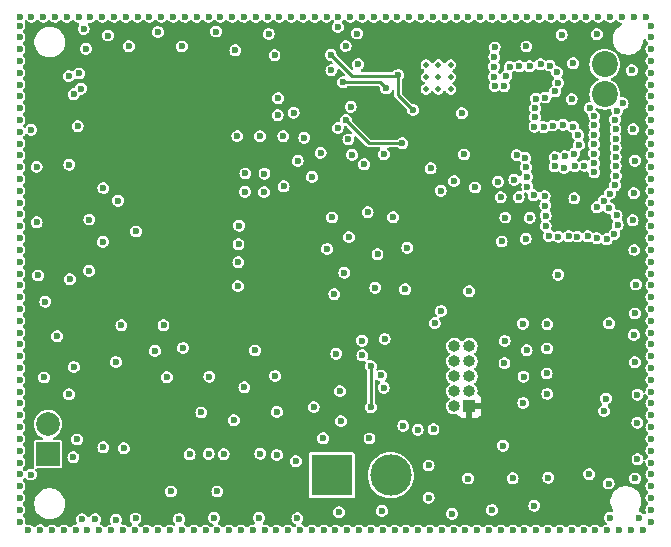
<source format=gbr>
%TF.GenerationSoftware,KiCad,Pcbnew,8.0.3*%
%TF.CreationDate,2024-12-28T15:27:48+01:00*%
%TF.ProjectId,picoballoon,7069636f-6261-46c6-9c6f-6f6e2e6b6963,rev?*%
%TF.SameCoordinates,Original*%
%TF.FileFunction,Copper,L3,Inr*%
%TF.FilePolarity,Positive*%
%FSLAX46Y46*%
G04 Gerber Fmt 4.6, Leading zero omitted, Abs format (unit mm)*
G04 Created by KiCad (PCBNEW 8.0.3) date 2024-12-28 15:27:48*
%MOMM*%
%LPD*%
G01*
G04 APERTURE LIST*
%TA.AperFunction,ComponentPad*%
%ADD10R,2.000000X2.000000*%
%TD*%
%TA.AperFunction,ComponentPad*%
%ADD11C,2.000000*%
%TD*%
%TA.AperFunction,HeatsinkPad*%
%ADD12C,0.500000*%
%TD*%
%TA.AperFunction,ComponentPad*%
%ADD13C,2.200000*%
%TD*%
%TA.AperFunction,ComponentPad*%
%ADD14R,1.000000X1.000000*%
%TD*%
%TA.AperFunction,ComponentPad*%
%ADD15O,1.000000X1.000000*%
%TD*%
%TA.AperFunction,ComponentPad*%
%ADD16R,3.500000X3.500000*%
%TD*%
%TA.AperFunction,ComponentPad*%
%ADD17C,3.500000*%
%TD*%
%TA.AperFunction,ViaPad*%
%ADD18C,0.600000*%
%TD*%
%TA.AperFunction,Conductor*%
%ADD19C,0.250000*%
%TD*%
G04 APERTURE END LIST*
D10*
%TO.N,Net-(D1-A)*%
%TO.C,SC1*%
X109910000Y-121795000D03*
D11*
%TO.N,GND*%
X109910000Y-119255000D03*
%TD*%
D12*
%TO.N,GND*%
%TO.C,*%
X141920000Y-89850000D03*
%TD*%
%TO.N,GND*%
%TO.C,*%
X142965000Y-89860000D03*
%TD*%
%TO.N,GND*%
%TO.C,*%
X142960000Y-88810000D03*
%TD*%
%TO.N,GND*%
%TO.C,*%
X144010000Y-89850000D03*
%TD*%
D13*
%TO.N,Net-(AE2-A)*%
%TO.C,AE2*%
X157050000Y-91320000D03*
%TO.N,GND*%
X157050000Y-88780000D03*
%TD*%
D14*
%TO.N,+3.3V*%
%TO.C,J1*%
X145590000Y-117730000D03*
D15*
%TO.N,/SWD_DIO*%
X144320000Y-117730000D03*
%TO.N,GND*%
X145590000Y-116460000D03*
%TO.N,/SWD_CLK*%
X144320000Y-116460000D03*
%TO.N,GND*%
X145590000Y-115190000D03*
%TO.N,unconnected-(J1-Pin_6-Pad6)*%
X144320000Y-115190000D03*
%TO.N,unconnected-(J1-Pin_7-Pad7)*%
X145590000Y-113920000D03*
%TO.N,unconnected-(J1-Pin_8-Pad8)*%
X144320000Y-113920000D03*
%TO.N,unconnected-(J1-Pin_9-Pad9)*%
X145590000Y-112650000D03*
%TO.N,/RESET*%
X144320000Y-112650000D03*
%TD*%
D16*
%TO.N,+U_SC*%
%TO.C,C1*%
X133940000Y-123570000D03*
D17*
%TO.N,GND*%
X138940000Y-123570000D03*
%TD*%
D12*
%TO.N,GND*%
%TO.C,U1*%
X144015000Y-90910000D03*
X144015000Y-88810000D03*
X141915000Y-90910000D03*
X141915000Y-88810000D03*
%TD*%
%TO.N,GND*%
%TO.C,*%
X142960000Y-90910000D03*
%TD*%
D18*
%TO.N,GND*%
X161000000Y-102500000D03*
X152270000Y-123780000D03*
X132270000Y-98320000D03*
X118500000Y-84750000D03*
X159990000Y-127210000D03*
X107500000Y-89500000D03*
X153530000Y-93900000D03*
X134250000Y-128250000D03*
X152040000Y-101590000D03*
X138330000Y-116160000D03*
X149250000Y-128250000D03*
X154360000Y-94060000D03*
X152800000Y-97430000D03*
X161000000Y-91500000D03*
X128200000Y-99600000D03*
X152660000Y-93970000D03*
X112250000Y-128250000D03*
X149580000Y-96460000D03*
X109580000Y-115300000D03*
X107500000Y-117500000D03*
X140250000Y-128250000D03*
X159420000Y-102000000D03*
X119690000Y-110890000D03*
X126250000Y-128250000D03*
X108490000Y-94330000D03*
X150150000Y-117460000D03*
X157220000Y-103610000D03*
X140500000Y-84750000D03*
X148500000Y-84750000D03*
X161000000Y-111500000D03*
X131050000Y-96960000D03*
X110250000Y-128250000D03*
X134620000Y-116450000D03*
X149760000Y-100030000D03*
X132500000Y-84750000D03*
X155730000Y-123480000D03*
X157970000Y-96620000D03*
X116750000Y-87250000D03*
X150700000Y-101790000D03*
X150170000Y-115230000D03*
X107500000Y-101500000D03*
X130500000Y-84750000D03*
X158250000Y-128250000D03*
X111770000Y-106970000D03*
X152840000Y-91080000D03*
X161000000Y-106500000D03*
X119220000Y-86050000D03*
X154460000Y-96360000D03*
X107500000Y-108500000D03*
X128250000Y-128250000D03*
X145570000Y-108000000D03*
X134440000Y-94180000D03*
X157250000Y-128250000D03*
X126580000Y-99580000D03*
X124140000Y-86010000D03*
X107500000Y-111500000D03*
X135250000Y-128250000D03*
X123580000Y-115230000D03*
X139500000Y-84750000D03*
X138180000Y-126590000D03*
X157140000Y-117090000D03*
X135540000Y-92380000D03*
X112790000Y-127290000D03*
X152500000Y-84750000D03*
X124500000Y-84750000D03*
X142250000Y-128250000D03*
X129500000Y-84750000D03*
X129390000Y-91660000D03*
X113250000Y-128250000D03*
X161000000Y-120500000D03*
X130700000Y-92880000D03*
X142550000Y-119670000D03*
X107500000Y-110500000D03*
X136970000Y-101310000D03*
X152829525Y-96645330D03*
X161000000Y-96500000D03*
X142500000Y-84750000D03*
X120310000Y-124950000D03*
X153100000Y-103380000D03*
X157960000Y-95070000D03*
X159600000Y-109880000D03*
X133970000Y-101750000D03*
X115840000Y-100330000D03*
X128500000Y-84750000D03*
X126542832Y-116124487D03*
X145500000Y-84750000D03*
X137620000Y-107690000D03*
X126090000Y-102450000D03*
X108500000Y-84750000D03*
X157960000Y-94280000D03*
X152020000Y-91600000D03*
X116500000Y-84750000D03*
X147660000Y-89840000D03*
X151160000Y-92470000D03*
X113500000Y-84750000D03*
X149000000Y-89000000D03*
X151500000Y-84750000D03*
X142650000Y-110690000D03*
X147730000Y-87360000D03*
X107500000Y-92500000D03*
X137810000Y-104880000D03*
X116130000Y-110890000D03*
X119500000Y-84750000D03*
X138350000Y-96400000D03*
X118250000Y-128250000D03*
X107500000Y-97500000D03*
X159620000Y-123850000D03*
X112540000Y-89560000D03*
X115650000Y-113990000D03*
X117370000Y-102940000D03*
X136160000Y-88790000D03*
X161000000Y-105500000D03*
X156990000Y-118140000D03*
X123500000Y-84750000D03*
X129870000Y-99120000D03*
X123250000Y-128250000D03*
X117500000Y-84750000D03*
X157970000Y-97410000D03*
X153660000Y-96580000D03*
X161000000Y-92500000D03*
X132407266Y-117805498D03*
X121500000Y-84750000D03*
X147250000Y-128250000D03*
X158570000Y-92090000D03*
X161000000Y-86500000D03*
X126040000Y-104020000D03*
X129290000Y-121860000D03*
X108940000Y-97470000D03*
X129090000Y-88020000D03*
X133210000Y-120450000D03*
X144120000Y-126840000D03*
X159820000Y-122220000D03*
X157420000Y-110720000D03*
X125500000Y-84750000D03*
X109070000Y-106660000D03*
X125650000Y-118910000D03*
X151610000Y-88790000D03*
X142130000Y-125480000D03*
X130250000Y-128250000D03*
X146250000Y-128250000D03*
X122890000Y-118260000D03*
X107500000Y-95500000D03*
X159515097Y-99694018D03*
X133500000Y-84750000D03*
X116250000Y-128250000D03*
X147520000Y-126520000D03*
X152380000Y-88890000D03*
X126630000Y-98030000D03*
X118960000Y-113050000D03*
X107500000Y-123500000D03*
X147690000Y-88980000D03*
X134460000Y-85620000D03*
X140330000Y-104310000D03*
X138250000Y-128250000D03*
X161000000Y-85500000D03*
X108250000Y-128250000D03*
X152130000Y-114960000D03*
X150500000Y-84750000D03*
X108460000Y-123520000D03*
X148550000Y-90630000D03*
X157970000Y-95830000D03*
X155500000Y-84750000D03*
X132250000Y-128250000D03*
X107500000Y-125500000D03*
X153250000Y-128250000D03*
X112430000Y-94020000D03*
X112930000Y-85780000D03*
X137130000Y-120460000D03*
X158150000Y-102370000D03*
X151020000Y-99880000D03*
X156390000Y-100880000D03*
X140140000Y-107840000D03*
X158110000Y-92720000D03*
X145250000Y-128250000D03*
X115500000Y-84750000D03*
X161000000Y-122500000D03*
X129290000Y-118210000D03*
X144960000Y-92930000D03*
X107500000Y-114500000D03*
X157450000Y-100950000D03*
X111680000Y-89780000D03*
X148230000Y-100030000D03*
X161000000Y-113500000D03*
X107500000Y-103500000D03*
X111250000Y-128250000D03*
X156500000Y-84750000D03*
X107500000Y-88500000D03*
X114600000Y-99260000D03*
X161000000Y-87500000D03*
X157370000Y-124280000D03*
X157930000Y-93470000D03*
X143500000Y-84750000D03*
X136250000Y-128250000D03*
X107500000Y-84750000D03*
X161000000Y-94500000D03*
X123960000Y-127180000D03*
X107500000Y-104500000D03*
X147730000Y-90620000D03*
X152320000Y-103310000D03*
X152180000Y-110790000D03*
X148030000Y-98730000D03*
X131500000Y-84750000D03*
X112380000Y-120550000D03*
X134550000Y-126710000D03*
X154510000Y-97410000D03*
X144300000Y-98670000D03*
X148580000Y-112210000D03*
X121241067Y-87270300D03*
X158060000Y-101580000D03*
X146500000Y-84750000D03*
X157490000Y-99730000D03*
X161000000Y-123500000D03*
X153640000Y-97570000D03*
X156140000Y-96350000D03*
X112100000Y-114410000D03*
X148640000Y-101760000D03*
X135380000Y-103410000D03*
X150350000Y-103570000D03*
X126500000Y-84750000D03*
X135000000Y-106420000D03*
X129250000Y-128250000D03*
X107500000Y-126500000D03*
X160500000Y-84750000D03*
X161000000Y-118500000D03*
X137500000Y-84750000D03*
X155250000Y-128250000D03*
X125980000Y-107560000D03*
X121350000Y-112800000D03*
X121020000Y-127280000D03*
X161000000Y-124500000D03*
X139130000Y-101730000D03*
X134500000Y-84750000D03*
X127890000Y-121750000D03*
X161000000Y-108500000D03*
X136680000Y-97250000D03*
X156980000Y-100330000D03*
X132990000Y-96280000D03*
X140000000Y-119400000D03*
X161000000Y-115500000D03*
X161000000Y-121500000D03*
X107500000Y-124500000D03*
X113120000Y-87470000D03*
X150450000Y-98310000D03*
X125250000Y-128250000D03*
X112690000Y-90850000D03*
X158500000Y-84750000D03*
X161000000Y-109500000D03*
X151090000Y-126150000D03*
X157990000Y-98220000D03*
X126020000Y-105540000D03*
X107500000Y-127500000D03*
X161000000Y-88500000D03*
X115670000Y-127360000D03*
X134700000Y-118990000D03*
X143250000Y-128250000D03*
X128240000Y-98040000D03*
X107500000Y-87500000D03*
X134160000Y-108240000D03*
X161000000Y-117500000D03*
X138500000Y-84750000D03*
X153400000Y-86280000D03*
X107500000Y-93500000D03*
X125950000Y-94860000D03*
X150110000Y-110740000D03*
X133910000Y-89290000D03*
X152040000Y-102480000D03*
X147500000Y-84750000D03*
X107500000Y-99500000D03*
X117320000Y-127240000D03*
X161000000Y-100500000D03*
X149400000Y-98570000D03*
X153000000Y-89450000D03*
X161000000Y-112500000D03*
X121250000Y-128250000D03*
X121900000Y-121810000D03*
X152030000Y-100750000D03*
X148560000Y-114080000D03*
X156170000Y-97940000D03*
X107500000Y-106500000D03*
X137250000Y-128250000D03*
X108960000Y-102170000D03*
X107500000Y-121500000D03*
X111710000Y-97280000D03*
X130890000Y-122390000D03*
X129830000Y-94870000D03*
X113400000Y-106270000D03*
X152250000Y-128250000D03*
X144500000Y-84750000D03*
X150250000Y-128250000D03*
X142130000Y-122750000D03*
X138140000Y-115130000D03*
X138420000Y-112040000D03*
X157920000Y-99010000D03*
X113420000Y-101930000D03*
X129140000Y-115170000D03*
X150680000Y-88940000D03*
X120250000Y-128250000D03*
X161000000Y-101500000D03*
X135660000Y-96450000D03*
X141500000Y-84750000D03*
X154860000Y-95610000D03*
X153500000Y-84750000D03*
X107500000Y-112500000D03*
X127760000Y-127180000D03*
X112080000Y-91330000D03*
X149260000Y-123840000D03*
X161000000Y-103500000D03*
X124250000Y-128250000D03*
X143200000Y-109670000D03*
X156380000Y-86240000D03*
X114600000Y-121220000D03*
X148450000Y-121070000D03*
X136530000Y-113430000D03*
X161000000Y-90500000D03*
X145150000Y-96420000D03*
X109262939Y-128237369D03*
X152190000Y-116700000D03*
X143160000Y-99480000D03*
X127440000Y-113010000D03*
X112500000Y-84750000D03*
X159470000Y-94280000D03*
X110500000Y-84750000D03*
X114990000Y-86350000D03*
X123520000Y-121770000D03*
X157500000Y-84750000D03*
X107500000Y-105500000D03*
X161000000Y-95500000D03*
X153120000Y-106600000D03*
X107500000Y-119500000D03*
X154790000Y-94760000D03*
X107500000Y-91500000D03*
X151160000Y-93240000D03*
X116340000Y-121290000D03*
X107500000Y-98500000D03*
X151250000Y-128250000D03*
X154380000Y-88700000D03*
X107500000Y-113500000D03*
X112060000Y-122050000D03*
X161000000Y-110500000D03*
X107500000Y-86500000D03*
X107500000Y-94500000D03*
X159500000Y-84750000D03*
X114250000Y-128250000D03*
X155330000Y-97370000D03*
X107500000Y-120500000D03*
X150380000Y-97490000D03*
X127500000Y-84750000D03*
X154250000Y-128250000D03*
X124240000Y-124950000D03*
X161000000Y-99500000D03*
X107500000Y-102500000D03*
X161000000Y-89500000D03*
X122500000Y-84750000D03*
X111500000Y-84750000D03*
X161000000Y-97500000D03*
X155620000Y-103340000D03*
X131030000Y-127220000D03*
X161000000Y-119500000D03*
X107500000Y-116500000D03*
X156390000Y-103500000D03*
X119250000Y-128250000D03*
X147710000Y-88160000D03*
X141250000Y-128250000D03*
X161000000Y-125500000D03*
X136500000Y-84750000D03*
X111690000Y-116730000D03*
X151200000Y-91690000D03*
X136090000Y-86180000D03*
X157510000Y-127180000D03*
X145490000Y-123860000D03*
X161000000Y-127500000D03*
X151960000Y-99940000D03*
X159815960Y-119121151D03*
X113920000Y-127300000D03*
X107500000Y-100500000D03*
X117250000Y-128250000D03*
X153980000Y-103340000D03*
X134320000Y-113280000D03*
X161000000Y-126500000D03*
X125770000Y-87600000D03*
X161000000Y-93500000D03*
X146080000Y-99210000D03*
X161000000Y-114500000D03*
X135110000Y-87240000D03*
X157870000Y-103150000D03*
X135350000Y-95150000D03*
X159690000Y-107430000D03*
X159520000Y-111690000D03*
X107500000Y-109500000D03*
X156130000Y-95530000D03*
X129350000Y-93090000D03*
X156150000Y-97150000D03*
X110690000Y-111810000D03*
X107500000Y-122500000D03*
X159820000Y-116760000D03*
X156160000Y-94740000D03*
X141210000Y-119730000D03*
X115250000Y-128250000D03*
X150420000Y-87270000D03*
X109680000Y-108880000D03*
X154740000Y-103370000D03*
X149500000Y-84750000D03*
X127860000Y-94870000D03*
X107500000Y-96500000D03*
X107500000Y-118500000D03*
X155760000Y-92480000D03*
X133250000Y-128250000D03*
X150440000Y-112990000D03*
X107500000Y-90500000D03*
X159600000Y-96940000D03*
X107500000Y-85500000D03*
X156160000Y-93190000D03*
X159350000Y-89300000D03*
X151100000Y-94060000D03*
X139250000Y-128250000D03*
X128600000Y-86220000D03*
X156250000Y-128250000D03*
X159600000Y-114010000D03*
X150500000Y-99140000D03*
X149820000Y-88940000D03*
X154480000Y-100130000D03*
X154250000Y-91730000D03*
X150320000Y-96710000D03*
X142310000Y-97590000D03*
X122250000Y-128250000D03*
X136510000Y-112180000D03*
X148720000Y-89790000D03*
X161000000Y-107500000D03*
X135500000Y-84750000D03*
X144250000Y-128250000D03*
X153110000Y-90350000D03*
X161000000Y-104500000D03*
X159560000Y-104510000D03*
X151880000Y-94100000D03*
X107500000Y-107500000D03*
X148330000Y-103780000D03*
X131610000Y-95000000D03*
X159250000Y-128250000D03*
X161000000Y-116500000D03*
X119970000Y-115280000D03*
X107500000Y-115500000D03*
X160250000Y-128250000D03*
X133550000Y-104420000D03*
X154500000Y-84750000D03*
X109500000Y-84750000D03*
X156170000Y-93950000D03*
X148250000Y-128250000D03*
X161000000Y-98500000D03*
X152170000Y-112840000D03*
X114500000Y-84750000D03*
X131250000Y-128250000D03*
X120500000Y-84750000D03*
X124780000Y-121790000D03*
X114550000Y-103820000D03*
X127250000Y-128250000D03*
%TO.N,+3.3V*%
X147910000Y-86200000D03*
X158080000Y-122080000D03*
X121810000Y-107560000D03*
X144780000Y-100170000D03*
X158180000Y-107500000D03*
X144040000Y-86260000D03*
X137060000Y-91150000D03*
X152290000Y-117650000D03*
X126110003Y-93260003D03*
X137170000Y-93960000D03*
X121820000Y-109510000D03*
X150370000Y-121120000D03*
X121900000Y-102410000D03*
X148000000Y-107250000D03*
X129840000Y-103140000D03*
X157417500Y-113872500D03*
X121670000Y-99490000D03*
X146900000Y-121650000D03*
X152155000Y-113816826D03*
X148210000Y-119110000D03*
X131020000Y-110920000D03*
X138345000Y-88945000D03*
X138440000Y-112910000D03*
X113650000Y-115860000D03*
X147580000Y-110570000D03*
X126300000Y-122170000D03*
X113630000Y-112570000D03*
%TO.N,/MISO*%
X138540000Y-90820000D03*
X134900000Y-90290000D03*
%TO.N,/MOSI*%
X139910000Y-95480000D03*
X135130000Y-93530000D03*
%TO.N,/SCLK*%
X139560000Y-89690000D03*
X133850000Y-87980000D03*
X140820000Y-92650000D03*
%TO.N,/SWD_DIO*%
X137240000Y-117819978D03*
X137250000Y-114340000D03*
%TD*%
D19*
%TO.N,/MISO*%
X134900000Y-90290000D02*
X138010000Y-90290000D01*
X138010000Y-90290000D02*
X138540000Y-90820000D01*
%TO.N,/MOSI*%
X137080000Y-95480000D02*
X139910000Y-95480000D01*
X135130000Y-93530000D02*
X137080000Y-95480000D01*
%TO.N,/SCLK*%
X133850000Y-87980000D02*
X135630000Y-89760000D01*
X139490000Y-89760000D02*
X139560000Y-89690000D01*
X135630000Y-89760000D02*
X139490000Y-89760000D01*
X139560000Y-89690000D02*
X139560000Y-91390000D01*
X139560000Y-91390000D02*
X140820000Y-92650000D01*
%TO.N,/SWD_DIO*%
X137250000Y-117809978D02*
X137240000Y-117819978D01*
X137250000Y-114340000D02*
X137250000Y-117809978D01*
%TD*%
%TA.AperFunction,Conductor*%
%TO.N,+3.3V*%
G36*
X109093711Y-85045402D02*
G01*
X109106790Y-85060496D01*
X109162682Y-85125000D01*
X109168872Y-85132143D01*
X109289947Y-85209953D01*
X109289950Y-85209954D01*
X109289949Y-85209954D01*
X109384980Y-85237857D01*
X109428032Y-85250498D01*
X109428036Y-85250499D01*
X109428038Y-85250500D01*
X109428039Y-85250500D01*
X109571962Y-85250500D01*
X109571962Y-85250499D01*
X109710053Y-85209953D01*
X109831128Y-85132143D01*
X109906287Y-85045403D01*
X109965064Y-85007629D01*
X110034934Y-85007629D01*
X110093711Y-85045402D01*
X110106790Y-85060496D01*
X110162682Y-85125000D01*
X110168872Y-85132143D01*
X110289947Y-85209953D01*
X110289950Y-85209954D01*
X110289949Y-85209954D01*
X110384980Y-85237857D01*
X110428032Y-85250498D01*
X110428036Y-85250499D01*
X110428038Y-85250500D01*
X110428039Y-85250500D01*
X110571962Y-85250500D01*
X110571962Y-85250499D01*
X110710053Y-85209953D01*
X110831128Y-85132143D01*
X110906287Y-85045403D01*
X110965064Y-85007629D01*
X111034934Y-85007629D01*
X111093711Y-85045402D01*
X111106790Y-85060496D01*
X111162682Y-85125000D01*
X111168872Y-85132143D01*
X111289947Y-85209953D01*
X111289950Y-85209954D01*
X111289949Y-85209954D01*
X111384980Y-85237857D01*
X111428032Y-85250498D01*
X111428036Y-85250499D01*
X111428038Y-85250500D01*
X111428039Y-85250500D01*
X111571962Y-85250500D01*
X111571962Y-85250499D01*
X111710053Y-85209953D01*
X111831128Y-85132143D01*
X111906287Y-85045403D01*
X111965064Y-85007629D01*
X112034934Y-85007629D01*
X112093711Y-85045402D01*
X112106790Y-85060496D01*
X112162682Y-85125000D01*
X112168872Y-85132143D01*
X112289947Y-85209953D01*
X112289950Y-85209954D01*
X112289949Y-85209954D01*
X112384980Y-85237857D01*
X112428032Y-85250498D01*
X112428036Y-85250499D01*
X112428038Y-85250500D01*
X112455036Y-85250500D01*
X112522075Y-85270185D01*
X112567830Y-85322989D01*
X112577774Y-85392147D01*
X112548749Y-85455701D01*
X112538334Y-85467722D01*
X112504623Y-85506626D01*
X112504622Y-85506628D01*
X112444834Y-85637543D01*
X112424353Y-85780000D01*
X112444834Y-85922456D01*
X112504622Y-86053371D01*
X112504623Y-86053373D01*
X112598872Y-86162143D01*
X112719947Y-86239953D01*
X112719950Y-86239954D01*
X112719949Y-86239954D01*
X112827107Y-86271417D01*
X112856336Y-86280000D01*
X112858036Y-86280499D01*
X112858038Y-86280500D01*
X112858039Y-86280500D01*
X113001962Y-86280500D01*
X113001962Y-86280499D01*
X113140053Y-86239953D01*
X113261128Y-86162143D01*
X113355377Y-86053373D01*
X113415165Y-85922457D01*
X113435647Y-85780000D01*
X113415165Y-85637543D01*
X113355377Y-85506627D01*
X113355375Y-85506625D01*
X113355374Y-85506622D01*
X113309229Y-85453368D01*
X113280204Y-85389812D01*
X113290148Y-85320654D01*
X113335903Y-85267850D01*
X113402943Y-85248166D01*
X113420595Y-85249429D01*
X113428036Y-85250499D01*
X113428039Y-85250500D01*
X113428042Y-85250500D01*
X113571962Y-85250500D01*
X113571962Y-85250499D01*
X113710053Y-85209953D01*
X113831128Y-85132143D01*
X113906287Y-85045403D01*
X113965064Y-85007629D01*
X114034934Y-85007629D01*
X114093711Y-85045402D01*
X114106790Y-85060496D01*
X114162682Y-85125000D01*
X114168872Y-85132143D01*
X114289947Y-85209953D01*
X114289950Y-85209954D01*
X114289949Y-85209954D01*
X114384980Y-85237857D01*
X114428032Y-85250498D01*
X114428036Y-85250499D01*
X114428038Y-85250500D01*
X114428039Y-85250500D01*
X114571962Y-85250500D01*
X114571962Y-85250499D01*
X114710053Y-85209953D01*
X114831128Y-85132143D01*
X114906287Y-85045403D01*
X114965064Y-85007629D01*
X115034934Y-85007629D01*
X115093711Y-85045402D01*
X115106790Y-85060496D01*
X115162682Y-85125000D01*
X115168872Y-85132143D01*
X115289947Y-85209953D01*
X115289950Y-85209954D01*
X115289949Y-85209954D01*
X115384980Y-85237857D01*
X115428032Y-85250498D01*
X115428036Y-85250499D01*
X115428038Y-85250500D01*
X115428039Y-85250500D01*
X115571962Y-85250500D01*
X115571962Y-85250499D01*
X115710053Y-85209953D01*
X115831128Y-85132143D01*
X115906287Y-85045403D01*
X115965064Y-85007629D01*
X116034934Y-85007629D01*
X116093711Y-85045402D01*
X116106790Y-85060496D01*
X116162682Y-85125000D01*
X116168872Y-85132143D01*
X116289947Y-85209953D01*
X116289950Y-85209954D01*
X116289949Y-85209954D01*
X116384980Y-85237857D01*
X116428032Y-85250498D01*
X116428036Y-85250499D01*
X116428038Y-85250500D01*
X116428039Y-85250500D01*
X116571962Y-85250500D01*
X116571962Y-85250499D01*
X116710053Y-85209953D01*
X116831128Y-85132143D01*
X116906287Y-85045403D01*
X116965064Y-85007629D01*
X117034934Y-85007629D01*
X117093711Y-85045402D01*
X117106790Y-85060496D01*
X117162682Y-85125000D01*
X117168872Y-85132143D01*
X117289947Y-85209953D01*
X117289950Y-85209954D01*
X117289949Y-85209954D01*
X117384980Y-85237857D01*
X117428032Y-85250498D01*
X117428036Y-85250499D01*
X117428038Y-85250500D01*
X117428039Y-85250500D01*
X117571962Y-85250500D01*
X117571962Y-85250499D01*
X117710053Y-85209953D01*
X117831128Y-85132143D01*
X117906287Y-85045403D01*
X117965064Y-85007629D01*
X118034934Y-85007629D01*
X118093711Y-85045402D01*
X118106790Y-85060496D01*
X118162682Y-85125000D01*
X118168872Y-85132143D01*
X118289947Y-85209953D01*
X118289950Y-85209954D01*
X118289949Y-85209954D01*
X118384980Y-85237857D01*
X118428032Y-85250498D01*
X118428036Y-85250499D01*
X118428038Y-85250500D01*
X118428039Y-85250500D01*
X118571962Y-85250500D01*
X118571962Y-85250499D01*
X118710053Y-85209953D01*
X118831128Y-85132143D01*
X118906287Y-85045403D01*
X118965064Y-85007629D01*
X119034934Y-85007629D01*
X119093711Y-85045402D01*
X119106790Y-85060496D01*
X119162682Y-85125000D01*
X119168872Y-85132143D01*
X119289947Y-85209953D01*
X119289950Y-85209954D01*
X119289949Y-85209954D01*
X119384980Y-85237857D01*
X119428032Y-85250498D01*
X119428036Y-85250499D01*
X119428038Y-85250500D01*
X119428039Y-85250500D01*
X119571962Y-85250500D01*
X119571962Y-85250499D01*
X119710053Y-85209953D01*
X119831128Y-85132143D01*
X119906287Y-85045403D01*
X119965064Y-85007629D01*
X120034934Y-85007629D01*
X120093711Y-85045402D01*
X120106790Y-85060496D01*
X120162682Y-85125000D01*
X120168872Y-85132143D01*
X120289947Y-85209953D01*
X120289950Y-85209954D01*
X120289949Y-85209954D01*
X120384980Y-85237857D01*
X120428032Y-85250498D01*
X120428036Y-85250499D01*
X120428038Y-85250500D01*
X120428039Y-85250500D01*
X120571962Y-85250500D01*
X120571962Y-85250499D01*
X120710053Y-85209953D01*
X120831128Y-85132143D01*
X120906287Y-85045403D01*
X120965064Y-85007629D01*
X121034934Y-85007629D01*
X121093711Y-85045402D01*
X121106790Y-85060496D01*
X121162682Y-85125000D01*
X121168872Y-85132143D01*
X121289947Y-85209953D01*
X121289950Y-85209954D01*
X121289949Y-85209954D01*
X121384980Y-85237857D01*
X121428032Y-85250498D01*
X121428036Y-85250499D01*
X121428038Y-85250500D01*
X121428039Y-85250500D01*
X121571962Y-85250500D01*
X121571962Y-85250499D01*
X121710053Y-85209953D01*
X121831128Y-85132143D01*
X121906287Y-85045403D01*
X121965064Y-85007629D01*
X122034934Y-85007629D01*
X122093711Y-85045402D01*
X122106790Y-85060496D01*
X122162682Y-85125000D01*
X122168872Y-85132143D01*
X122289947Y-85209953D01*
X122289950Y-85209954D01*
X122289949Y-85209954D01*
X122384980Y-85237857D01*
X122428032Y-85250498D01*
X122428036Y-85250499D01*
X122428038Y-85250500D01*
X122428039Y-85250500D01*
X122571962Y-85250500D01*
X122571962Y-85250499D01*
X122710053Y-85209953D01*
X122831128Y-85132143D01*
X122906287Y-85045403D01*
X122965064Y-85007629D01*
X123034934Y-85007629D01*
X123093711Y-85045402D01*
X123106790Y-85060496D01*
X123162682Y-85125000D01*
X123168872Y-85132143D01*
X123289947Y-85209953D01*
X123289950Y-85209954D01*
X123289949Y-85209954D01*
X123384980Y-85237857D01*
X123428032Y-85250498D01*
X123428036Y-85250499D01*
X123428038Y-85250500D01*
X123428039Y-85250500D01*
X123571962Y-85250500D01*
X123571962Y-85250499D01*
X123710053Y-85209953D01*
X123831128Y-85132143D01*
X123906287Y-85045403D01*
X123965064Y-85007629D01*
X124034934Y-85007629D01*
X124093711Y-85045402D01*
X124106790Y-85060496D01*
X124162682Y-85125000D01*
X124168872Y-85132143D01*
X124289947Y-85209953D01*
X124289950Y-85209954D01*
X124289949Y-85209954D01*
X124384980Y-85237857D01*
X124428032Y-85250498D01*
X124428036Y-85250499D01*
X124428038Y-85250500D01*
X124428039Y-85250500D01*
X124571962Y-85250500D01*
X124571962Y-85250499D01*
X124710053Y-85209953D01*
X124831128Y-85132143D01*
X124906287Y-85045403D01*
X124965064Y-85007629D01*
X125034934Y-85007629D01*
X125093711Y-85045402D01*
X125106790Y-85060496D01*
X125162682Y-85125000D01*
X125168872Y-85132143D01*
X125289947Y-85209953D01*
X125289950Y-85209954D01*
X125289949Y-85209954D01*
X125384980Y-85237857D01*
X125428032Y-85250498D01*
X125428036Y-85250499D01*
X125428038Y-85250500D01*
X125428039Y-85250500D01*
X125571962Y-85250500D01*
X125571962Y-85250499D01*
X125710053Y-85209953D01*
X125831128Y-85132143D01*
X125906287Y-85045403D01*
X125965064Y-85007629D01*
X126034934Y-85007629D01*
X126093711Y-85045402D01*
X126106790Y-85060496D01*
X126162682Y-85125000D01*
X126168872Y-85132143D01*
X126289947Y-85209953D01*
X126289950Y-85209954D01*
X126289949Y-85209954D01*
X126384980Y-85237857D01*
X126428032Y-85250498D01*
X126428036Y-85250499D01*
X126428038Y-85250500D01*
X126428039Y-85250500D01*
X126571962Y-85250500D01*
X126571962Y-85250499D01*
X126710053Y-85209953D01*
X126831128Y-85132143D01*
X126906287Y-85045403D01*
X126965064Y-85007629D01*
X127034934Y-85007629D01*
X127093711Y-85045402D01*
X127106790Y-85060496D01*
X127162682Y-85125000D01*
X127168872Y-85132143D01*
X127289947Y-85209953D01*
X127289950Y-85209954D01*
X127289949Y-85209954D01*
X127384980Y-85237857D01*
X127428032Y-85250498D01*
X127428036Y-85250499D01*
X127428038Y-85250500D01*
X127428039Y-85250500D01*
X127571962Y-85250500D01*
X127571962Y-85250499D01*
X127710053Y-85209953D01*
X127831128Y-85132143D01*
X127906287Y-85045403D01*
X127965064Y-85007629D01*
X128034934Y-85007629D01*
X128093711Y-85045402D01*
X128106790Y-85060496D01*
X128162682Y-85125000D01*
X128168872Y-85132143D01*
X128289947Y-85209953D01*
X128289950Y-85209954D01*
X128289949Y-85209954D01*
X128384980Y-85237857D01*
X128428032Y-85250498D01*
X128428036Y-85250499D01*
X128428038Y-85250500D01*
X128428039Y-85250500D01*
X128571962Y-85250500D01*
X128571962Y-85250499D01*
X128710053Y-85209953D01*
X128831128Y-85132143D01*
X128906287Y-85045403D01*
X128965064Y-85007629D01*
X129034934Y-85007629D01*
X129093711Y-85045402D01*
X129106790Y-85060496D01*
X129162682Y-85125000D01*
X129168872Y-85132143D01*
X129289947Y-85209953D01*
X129289950Y-85209954D01*
X129289949Y-85209954D01*
X129384980Y-85237857D01*
X129428032Y-85250498D01*
X129428036Y-85250499D01*
X129428038Y-85250500D01*
X129428039Y-85250500D01*
X129571962Y-85250500D01*
X129571962Y-85250499D01*
X129710053Y-85209953D01*
X129831128Y-85132143D01*
X129906287Y-85045403D01*
X129965064Y-85007629D01*
X130034934Y-85007629D01*
X130093711Y-85045402D01*
X130106790Y-85060496D01*
X130162682Y-85125000D01*
X130168872Y-85132143D01*
X130289947Y-85209953D01*
X130289950Y-85209954D01*
X130289949Y-85209954D01*
X130384980Y-85237857D01*
X130428032Y-85250498D01*
X130428036Y-85250499D01*
X130428038Y-85250500D01*
X130428039Y-85250500D01*
X130571962Y-85250500D01*
X130571962Y-85250499D01*
X130710053Y-85209953D01*
X130831128Y-85132143D01*
X130906287Y-85045403D01*
X130965064Y-85007629D01*
X131034934Y-85007629D01*
X131093711Y-85045402D01*
X131106790Y-85060496D01*
X131162682Y-85125000D01*
X131168872Y-85132143D01*
X131289947Y-85209953D01*
X131289950Y-85209954D01*
X131289949Y-85209954D01*
X131384980Y-85237857D01*
X131428032Y-85250498D01*
X131428036Y-85250499D01*
X131428038Y-85250500D01*
X131428039Y-85250500D01*
X131571962Y-85250500D01*
X131571962Y-85250499D01*
X131710053Y-85209953D01*
X131831128Y-85132143D01*
X131906287Y-85045403D01*
X131965064Y-85007629D01*
X132034934Y-85007629D01*
X132093711Y-85045402D01*
X132106790Y-85060496D01*
X132162682Y-85125000D01*
X132168872Y-85132143D01*
X132289947Y-85209953D01*
X132289950Y-85209954D01*
X132289949Y-85209954D01*
X132384980Y-85237857D01*
X132428032Y-85250498D01*
X132428036Y-85250499D01*
X132428038Y-85250500D01*
X132428039Y-85250500D01*
X132571962Y-85250500D01*
X132571962Y-85250499D01*
X132710053Y-85209953D01*
X132831128Y-85132143D01*
X132906287Y-85045403D01*
X132965064Y-85007629D01*
X133034934Y-85007629D01*
X133093711Y-85045402D01*
X133106790Y-85060496D01*
X133162682Y-85125000D01*
X133168872Y-85132143D01*
X133289947Y-85209953D01*
X133289950Y-85209954D01*
X133289949Y-85209954D01*
X133384980Y-85237857D01*
X133428032Y-85250498D01*
X133428036Y-85250499D01*
X133428038Y-85250500D01*
X133428039Y-85250500D01*
X133571962Y-85250500D01*
X133571962Y-85250499D01*
X133710053Y-85209953D01*
X133831128Y-85132143D01*
X133906287Y-85045403D01*
X133965064Y-85007629D01*
X134034934Y-85007629D01*
X134093711Y-85045402D01*
X134105989Y-85059572D01*
X134124311Y-85080717D01*
X134153335Y-85144273D01*
X134143391Y-85213431D01*
X134124311Y-85243120D01*
X134034623Y-85346627D01*
X134034622Y-85346628D01*
X133974834Y-85477543D01*
X133954353Y-85620000D01*
X133974834Y-85762456D01*
X134018403Y-85857856D01*
X134034623Y-85893373D01*
X134128872Y-86002143D01*
X134249947Y-86079953D01*
X134249950Y-86079954D01*
X134249949Y-86079954D01*
X134357107Y-86111417D01*
X134379027Y-86117854D01*
X134388036Y-86120499D01*
X134388038Y-86120500D01*
X134388039Y-86120500D01*
X134531962Y-86120500D01*
X134531962Y-86120499D01*
X134670053Y-86079953D01*
X134791128Y-86002143D01*
X134885377Y-85893373D01*
X134945165Y-85762457D01*
X134965647Y-85620000D01*
X134945165Y-85477543D01*
X134885377Y-85346627D01*
X134835688Y-85289283D01*
X134806664Y-85225728D01*
X134816608Y-85156569D01*
X134835689Y-85126879D01*
X134843508Y-85117856D01*
X134906287Y-85045403D01*
X134965065Y-85007629D01*
X135034934Y-85007629D01*
X135093710Y-85045401D01*
X135106790Y-85060496D01*
X135162682Y-85125000D01*
X135168872Y-85132143D01*
X135289947Y-85209953D01*
X135289950Y-85209954D01*
X135289949Y-85209954D01*
X135384980Y-85237857D01*
X135428032Y-85250498D01*
X135428036Y-85250499D01*
X135428038Y-85250500D01*
X135428039Y-85250500D01*
X135571962Y-85250500D01*
X135571962Y-85250499D01*
X135710053Y-85209953D01*
X135831128Y-85132143D01*
X135906287Y-85045403D01*
X135965064Y-85007629D01*
X136034934Y-85007629D01*
X136093711Y-85045402D01*
X136106790Y-85060496D01*
X136162682Y-85125000D01*
X136168872Y-85132143D01*
X136289947Y-85209953D01*
X136289950Y-85209954D01*
X136289949Y-85209954D01*
X136384980Y-85237857D01*
X136428032Y-85250498D01*
X136428036Y-85250499D01*
X136428038Y-85250500D01*
X136428039Y-85250500D01*
X136571962Y-85250500D01*
X136571962Y-85250499D01*
X136710053Y-85209953D01*
X136831128Y-85132143D01*
X136906287Y-85045403D01*
X136965064Y-85007629D01*
X137034934Y-85007629D01*
X137093711Y-85045402D01*
X137106790Y-85060496D01*
X137162682Y-85125000D01*
X137168872Y-85132143D01*
X137289947Y-85209953D01*
X137289950Y-85209954D01*
X137289949Y-85209954D01*
X137384980Y-85237857D01*
X137428032Y-85250498D01*
X137428036Y-85250499D01*
X137428038Y-85250500D01*
X137428039Y-85250500D01*
X137571962Y-85250500D01*
X137571962Y-85250499D01*
X137710053Y-85209953D01*
X137831128Y-85132143D01*
X137906287Y-85045403D01*
X137965064Y-85007629D01*
X138034934Y-85007629D01*
X138093711Y-85045402D01*
X138106790Y-85060496D01*
X138162682Y-85125000D01*
X138168872Y-85132143D01*
X138289947Y-85209953D01*
X138289950Y-85209954D01*
X138289949Y-85209954D01*
X138384980Y-85237857D01*
X138428032Y-85250498D01*
X138428036Y-85250499D01*
X138428038Y-85250500D01*
X138428039Y-85250500D01*
X138571962Y-85250500D01*
X138571962Y-85250499D01*
X138710053Y-85209953D01*
X138831128Y-85132143D01*
X138906287Y-85045403D01*
X138965064Y-85007629D01*
X139034934Y-85007629D01*
X139093711Y-85045402D01*
X139106790Y-85060496D01*
X139162682Y-85125000D01*
X139168872Y-85132143D01*
X139289947Y-85209953D01*
X139289950Y-85209954D01*
X139289949Y-85209954D01*
X139384980Y-85237857D01*
X139428032Y-85250498D01*
X139428036Y-85250499D01*
X139428038Y-85250500D01*
X139428039Y-85250500D01*
X139571962Y-85250500D01*
X139571962Y-85250499D01*
X139710053Y-85209953D01*
X139831128Y-85132143D01*
X139906287Y-85045403D01*
X139965064Y-85007629D01*
X140034934Y-85007629D01*
X140093711Y-85045402D01*
X140106790Y-85060496D01*
X140162682Y-85125000D01*
X140168872Y-85132143D01*
X140289947Y-85209953D01*
X140289950Y-85209954D01*
X140289949Y-85209954D01*
X140384980Y-85237857D01*
X140428032Y-85250498D01*
X140428036Y-85250499D01*
X140428038Y-85250500D01*
X140428039Y-85250500D01*
X140571962Y-85250500D01*
X140571962Y-85250499D01*
X140710053Y-85209953D01*
X140831128Y-85132143D01*
X140906287Y-85045403D01*
X140965064Y-85007629D01*
X141034934Y-85007629D01*
X141093711Y-85045402D01*
X141106790Y-85060496D01*
X141162682Y-85125000D01*
X141168872Y-85132143D01*
X141289947Y-85209953D01*
X141289950Y-85209954D01*
X141289949Y-85209954D01*
X141384980Y-85237857D01*
X141428032Y-85250498D01*
X141428036Y-85250499D01*
X141428038Y-85250500D01*
X141428039Y-85250500D01*
X141571962Y-85250500D01*
X141571962Y-85250499D01*
X141710053Y-85209953D01*
X141831128Y-85132143D01*
X141906287Y-85045403D01*
X141965064Y-85007629D01*
X142034934Y-85007629D01*
X142093711Y-85045402D01*
X142106790Y-85060496D01*
X142162682Y-85125000D01*
X142168872Y-85132143D01*
X142289947Y-85209953D01*
X142289950Y-85209954D01*
X142289949Y-85209954D01*
X142384980Y-85237857D01*
X142428032Y-85250498D01*
X142428036Y-85250499D01*
X142428038Y-85250500D01*
X142428039Y-85250500D01*
X142571962Y-85250500D01*
X142571962Y-85250499D01*
X142710053Y-85209953D01*
X142831128Y-85132143D01*
X142906287Y-85045403D01*
X142965064Y-85007629D01*
X143034934Y-85007629D01*
X143093711Y-85045402D01*
X143106790Y-85060496D01*
X143162682Y-85125000D01*
X143168872Y-85132143D01*
X143289947Y-85209953D01*
X143289950Y-85209954D01*
X143289949Y-85209954D01*
X143384980Y-85237857D01*
X143428032Y-85250498D01*
X143428036Y-85250499D01*
X143428038Y-85250500D01*
X143428039Y-85250500D01*
X143571962Y-85250500D01*
X143571962Y-85250499D01*
X143710053Y-85209953D01*
X143831128Y-85132143D01*
X143906287Y-85045403D01*
X143965064Y-85007629D01*
X144034934Y-85007629D01*
X144093711Y-85045402D01*
X144106790Y-85060496D01*
X144162682Y-85125000D01*
X144168872Y-85132143D01*
X144289947Y-85209953D01*
X144289950Y-85209954D01*
X144289949Y-85209954D01*
X144384980Y-85237857D01*
X144428032Y-85250498D01*
X144428036Y-85250499D01*
X144428038Y-85250500D01*
X144428039Y-85250500D01*
X144571962Y-85250500D01*
X144571962Y-85250499D01*
X144710053Y-85209953D01*
X144831128Y-85132143D01*
X144906287Y-85045403D01*
X144965064Y-85007629D01*
X145034934Y-85007629D01*
X145093711Y-85045402D01*
X145106790Y-85060496D01*
X145162682Y-85125000D01*
X145168872Y-85132143D01*
X145289947Y-85209953D01*
X145289950Y-85209954D01*
X145289949Y-85209954D01*
X145384980Y-85237857D01*
X145428032Y-85250498D01*
X145428036Y-85250499D01*
X145428038Y-85250500D01*
X145428039Y-85250500D01*
X145571962Y-85250500D01*
X145571962Y-85250499D01*
X145710053Y-85209953D01*
X145831128Y-85132143D01*
X145906287Y-85045403D01*
X145965064Y-85007629D01*
X146034934Y-85007629D01*
X146093711Y-85045402D01*
X146106790Y-85060496D01*
X146162682Y-85125000D01*
X146168872Y-85132143D01*
X146289947Y-85209953D01*
X146289950Y-85209954D01*
X146289949Y-85209954D01*
X146384980Y-85237857D01*
X146428032Y-85250498D01*
X146428036Y-85250499D01*
X146428038Y-85250500D01*
X146428039Y-85250500D01*
X146571962Y-85250500D01*
X146571962Y-85250499D01*
X146710053Y-85209953D01*
X146831128Y-85132143D01*
X146906287Y-85045403D01*
X146965064Y-85007629D01*
X147034934Y-85007629D01*
X147093711Y-85045402D01*
X147106790Y-85060496D01*
X147162682Y-85125000D01*
X147168872Y-85132143D01*
X147289947Y-85209953D01*
X147289950Y-85209954D01*
X147289949Y-85209954D01*
X147384980Y-85237857D01*
X147428032Y-85250498D01*
X147428036Y-85250499D01*
X147428038Y-85250500D01*
X147428039Y-85250500D01*
X147571962Y-85250500D01*
X147571962Y-85250499D01*
X147710053Y-85209953D01*
X147831128Y-85132143D01*
X147906287Y-85045403D01*
X147965064Y-85007629D01*
X148034934Y-85007629D01*
X148093711Y-85045402D01*
X148106790Y-85060496D01*
X148162682Y-85125000D01*
X148168872Y-85132143D01*
X148289947Y-85209953D01*
X148289950Y-85209954D01*
X148289949Y-85209954D01*
X148384980Y-85237857D01*
X148428032Y-85250498D01*
X148428036Y-85250499D01*
X148428038Y-85250500D01*
X148428039Y-85250500D01*
X148571962Y-85250500D01*
X148571962Y-85250499D01*
X148710053Y-85209953D01*
X148831128Y-85132143D01*
X148906287Y-85045403D01*
X148965064Y-85007629D01*
X149034934Y-85007629D01*
X149093711Y-85045402D01*
X149106790Y-85060496D01*
X149162682Y-85125000D01*
X149168872Y-85132143D01*
X149289947Y-85209953D01*
X149289950Y-85209954D01*
X149289949Y-85209954D01*
X149384980Y-85237857D01*
X149428032Y-85250498D01*
X149428036Y-85250499D01*
X149428038Y-85250500D01*
X149428039Y-85250500D01*
X149571962Y-85250500D01*
X149571962Y-85250499D01*
X149710053Y-85209953D01*
X149831128Y-85132143D01*
X149906287Y-85045403D01*
X149965064Y-85007629D01*
X150034934Y-85007629D01*
X150093711Y-85045402D01*
X150106790Y-85060496D01*
X150162682Y-85125000D01*
X150168872Y-85132143D01*
X150289947Y-85209953D01*
X150289950Y-85209954D01*
X150289949Y-85209954D01*
X150384980Y-85237857D01*
X150428032Y-85250498D01*
X150428036Y-85250499D01*
X150428038Y-85250500D01*
X150428039Y-85250500D01*
X150571962Y-85250500D01*
X150571962Y-85250499D01*
X150710053Y-85209953D01*
X150831128Y-85132143D01*
X150906287Y-85045403D01*
X150965064Y-85007629D01*
X151034934Y-85007629D01*
X151093711Y-85045402D01*
X151106790Y-85060496D01*
X151162682Y-85125000D01*
X151168872Y-85132143D01*
X151289947Y-85209953D01*
X151289950Y-85209954D01*
X151289949Y-85209954D01*
X151384980Y-85237857D01*
X151428032Y-85250498D01*
X151428036Y-85250499D01*
X151428038Y-85250500D01*
X151428039Y-85250500D01*
X151571962Y-85250500D01*
X151571962Y-85250499D01*
X151710053Y-85209953D01*
X151831128Y-85132143D01*
X151906287Y-85045403D01*
X151965064Y-85007629D01*
X152034934Y-85007629D01*
X152093711Y-85045402D01*
X152106790Y-85060496D01*
X152162682Y-85125000D01*
X152168872Y-85132143D01*
X152289947Y-85209953D01*
X152289950Y-85209954D01*
X152289949Y-85209954D01*
X152384980Y-85237857D01*
X152428032Y-85250498D01*
X152428036Y-85250499D01*
X152428038Y-85250500D01*
X152428039Y-85250500D01*
X152571962Y-85250500D01*
X152571962Y-85250499D01*
X152710053Y-85209953D01*
X152831128Y-85132143D01*
X152906287Y-85045403D01*
X152965064Y-85007629D01*
X153034934Y-85007629D01*
X153093711Y-85045402D01*
X153106790Y-85060496D01*
X153162682Y-85125000D01*
X153168872Y-85132143D01*
X153289947Y-85209953D01*
X153289950Y-85209954D01*
X153289949Y-85209954D01*
X153384980Y-85237857D01*
X153428032Y-85250498D01*
X153428036Y-85250499D01*
X153428038Y-85250500D01*
X153428039Y-85250500D01*
X153571962Y-85250500D01*
X153571962Y-85250499D01*
X153710053Y-85209953D01*
X153831128Y-85132143D01*
X153906287Y-85045403D01*
X153965064Y-85007629D01*
X154034934Y-85007629D01*
X154093711Y-85045402D01*
X154106790Y-85060496D01*
X154162682Y-85125000D01*
X154168872Y-85132143D01*
X154289947Y-85209953D01*
X154289950Y-85209954D01*
X154289949Y-85209954D01*
X154384980Y-85237857D01*
X154428032Y-85250498D01*
X154428036Y-85250499D01*
X154428038Y-85250500D01*
X154428039Y-85250500D01*
X154571962Y-85250500D01*
X154571962Y-85250499D01*
X154710053Y-85209953D01*
X154831128Y-85132143D01*
X154906287Y-85045403D01*
X154965064Y-85007629D01*
X155034934Y-85007629D01*
X155093711Y-85045402D01*
X155106790Y-85060496D01*
X155162682Y-85125000D01*
X155168872Y-85132143D01*
X155289947Y-85209953D01*
X155289950Y-85209954D01*
X155289949Y-85209954D01*
X155384980Y-85237857D01*
X155428032Y-85250498D01*
X155428036Y-85250499D01*
X155428038Y-85250500D01*
X155428039Y-85250500D01*
X155571962Y-85250500D01*
X155571962Y-85250499D01*
X155710053Y-85209953D01*
X155831128Y-85132143D01*
X155906287Y-85045403D01*
X155965064Y-85007629D01*
X156034934Y-85007629D01*
X156093711Y-85045402D01*
X156106790Y-85060496D01*
X156162682Y-85125000D01*
X156168872Y-85132143D01*
X156289947Y-85209953D01*
X156289950Y-85209954D01*
X156289949Y-85209954D01*
X156384980Y-85237857D01*
X156428032Y-85250498D01*
X156428036Y-85250499D01*
X156428038Y-85250500D01*
X156428039Y-85250500D01*
X156571962Y-85250500D01*
X156571962Y-85250499D01*
X156710053Y-85209953D01*
X156831128Y-85132143D01*
X156906287Y-85045403D01*
X156965064Y-85007629D01*
X157034934Y-85007629D01*
X157093711Y-85045402D01*
X157106790Y-85060496D01*
X157162682Y-85125000D01*
X157168872Y-85132143D01*
X157289947Y-85209953D01*
X157289950Y-85209954D01*
X157289949Y-85209954D01*
X157384980Y-85237857D01*
X157428032Y-85250498D01*
X157428036Y-85250499D01*
X157428038Y-85250500D01*
X157428039Y-85250500D01*
X157571962Y-85250500D01*
X157571962Y-85250499D01*
X157710053Y-85209953D01*
X157831128Y-85132143D01*
X157906287Y-85045403D01*
X157965064Y-85007629D01*
X158034934Y-85007629D01*
X158093711Y-85045402D01*
X158106790Y-85060496D01*
X158162682Y-85125000D01*
X158168872Y-85132143D01*
X158289947Y-85209953D01*
X158289950Y-85209954D01*
X158289949Y-85209954D01*
X158428031Y-85250498D01*
X158428033Y-85250498D01*
X158428039Y-85250500D01*
X158428045Y-85250500D01*
X158433428Y-85251274D01*
X158496985Y-85280297D01*
X158534762Y-85339073D01*
X158534765Y-85408943D01*
X158496993Y-85467722D01*
X158472081Y-85484498D01*
X158328386Y-85557715D01*
X158162786Y-85678028D01*
X158018028Y-85822786D01*
X157897715Y-85988386D01*
X157804781Y-86170776D01*
X157741522Y-86365465D01*
X157718096Y-86513373D01*
X157709500Y-86567648D01*
X157709500Y-86772352D01*
X157710719Y-86780047D01*
X157741522Y-86974534D01*
X157804781Y-87169223D01*
X157856283Y-87270300D01*
X157885450Y-87327543D01*
X157897715Y-87351613D01*
X158018028Y-87517213D01*
X158162786Y-87661971D01*
X158288868Y-87753573D01*
X158328390Y-87782287D01*
X158421365Y-87829660D01*
X158510776Y-87875218D01*
X158510778Y-87875218D01*
X158510781Y-87875220D01*
X158573763Y-87895684D01*
X158705465Y-87938477D01*
X158768678Y-87948489D01*
X158907648Y-87970500D01*
X158907649Y-87970500D01*
X159112351Y-87970500D01*
X159112352Y-87970500D01*
X159314534Y-87938477D01*
X159509219Y-87875220D01*
X159691610Y-87782287D01*
X159804934Y-87699953D01*
X159857213Y-87661971D01*
X159857215Y-87661968D01*
X159857219Y-87661966D01*
X160001966Y-87517219D01*
X160001968Y-87517215D01*
X160001971Y-87517213D01*
X160092610Y-87392457D01*
X160122287Y-87351610D01*
X160215220Y-87169219D01*
X160278477Y-86974534D01*
X160310500Y-86772352D01*
X160310500Y-86765043D01*
X160330185Y-86698004D01*
X160382989Y-86652249D01*
X160452147Y-86642305D01*
X160515703Y-86671330D01*
X160547294Y-86713532D01*
X160574620Y-86773369D01*
X160574623Y-86773373D01*
X160668872Y-86882143D01*
X160676324Y-86886932D01*
X160689943Y-86895685D01*
X160735698Y-86948489D01*
X160745641Y-87017648D01*
X160716615Y-87081203D01*
X160689943Y-87104315D01*
X160668874Y-87117855D01*
X160574623Y-87226626D01*
X160574622Y-87226628D01*
X160514834Y-87357543D01*
X160494353Y-87500000D01*
X160514834Y-87642456D01*
X160571450Y-87766426D01*
X160574623Y-87773373D01*
X160668872Y-87882143D01*
X160675848Y-87886626D01*
X160689943Y-87895685D01*
X160735698Y-87948489D01*
X160745641Y-88017648D01*
X160716615Y-88081203D01*
X160689943Y-88104315D01*
X160668874Y-88117855D01*
X160574623Y-88226626D01*
X160574622Y-88226628D01*
X160514834Y-88357543D01*
X160494353Y-88500000D01*
X160514834Y-88642456D01*
X160553275Y-88726628D01*
X160574623Y-88773373D01*
X160668872Y-88882143D01*
X160676324Y-88886932D01*
X160689943Y-88895685D01*
X160735698Y-88948489D01*
X160745641Y-89017648D01*
X160716615Y-89081203D01*
X160689943Y-89104315D01*
X160668874Y-89117855D01*
X160574623Y-89226626D01*
X160574622Y-89226628D01*
X160514834Y-89357543D01*
X160494353Y-89500000D01*
X160514834Y-89642456D01*
X160555625Y-89731774D01*
X160574623Y-89773373D01*
X160668872Y-89882143D01*
X160676324Y-89886932D01*
X160689943Y-89895685D01*
X160735698Y-89948489D01*
X160745641Y-90017648D01*
X160716615Y-90081203D01*
X160689943Y-90104315D01*
X160668874Y-90117855D01*
X160574623Y-90226626D01*
X160574622Y-90226628D01*
X160514834Y-90357543D01*
X160494353Y-90500000D01*
X160514834Y-90642456D01*
X160558633Y-90738361D01*
X160574623Y-90773373D01*
X160668872Y-90882143D01*
X160676324Y-90886932D01*
X160689943Y-90895685D01*
X160735698Y-90948489D01*
X160745641Y-91017648D01*
X160716615Y-91081203D01*
X160689943Y-91104315D01*
X160668874Y-91117855D01*
X160668872Y-91117856D01*
X160668872Y-91117857D01*
X160661225Y-91126682D01*
X160574623Y-91226626D01*
X160574622Y-91226628D01*
X160514834Y-91357543D01*
X160494353Y-91500000D01*
X160514834Y-91642456D01*
X160571482Y-91766496D01*
X160574623Y-91773373D01*
X160668872Y-91882143D01*
X160676324Y-91886932D01*
X160689943Y-91895685D01*
X160735698Y-91948489D01*
X160745641Y-92017648D01*
X160716615Y-92081203D01*
X160689943Y-92104315D01*
X160668874Y-92117855D01*
X160668872Y-92117856D01*
X160668872Y-92117857D01*
X160658000Y-92130404D01*
X160574623Y-92226626D01*
X160574622Y-92226628D01*
X160514834Y-92357543D01*
X160494353Y-92500000D01*
X160514834Y-92642456D01*
X160554836Y-92730046D01*
X160574623Y-92773373D01*
X160668872Y-92882143D01*
X160676324Y-92886932D01*
X160689943Y-92895685D01*
X160735698Y-92948489D01*
X160745641Y-93017648D01*
X160716615Y-93081203D01*
X160689943Y-93104315D01*
X160668874Y-93117855D01*
X160574623Y-93226626D01*
X160574622Y-93226628D01*
X160514834Y-93357543D01*
X160494353Y-93500000D01*
X160514834Y-93642456D01*
X160554032Y-93728285D01*
X160574623Y-93773373D01*
X160668872Y-93882143D01*
X160672756Y-93884639D01*
X160689943Y-93895685D01*
X160735698Y-93948489D01*
X160745641Y-94017648D01*
X160716615Y-94081203D01*
X160689943Y-94104315D01*
X160668874Y-94117855D01*
X160668872Y-94117856D01*
X160668872Y-94117857D01*
X160651814Y-94137543D01*
X160574623Y-94226626D01*
X160574622Y-94226628D01*
X160514834Y-94357543D01*
X160494353Y-94500000D01*
X160514834Y-94642456D01*
X160568515Y-94759998D01*
X160574623Y-94773373D01*
X160668872Y-94882143D01*
X160669359Y-94882456D01*
X160689943Y-94895685D01*
X160735698Y-94948489D01*
X160745641Y-95017648D01*
X160716615Y-95081203D01*
X160689943Y-95104315D01*
X160668874Y-95117855D01*
X160668872Y-95117856D01*
X160668872Y-95117857D01*
X160654178Y-95134815D01*
X160574623Y-95226626D01*
X160574622Y-95226628D01*
X160514834Y-95357543D01*
X160494353Y-95500000D01*
X160514834Y-95642456D01*
X160531917Y-95679861D01*
X160574623Y-95773373D01*
X160668872Y-95882143D01*
X160670783Y-95883371D01*
X160689943Y-95895685D01*
X160735698Y-95948489D01*
X160745641Y-96017648D01*
X160716615Y-96081203D01*
X160689943Y-96104315D01*
X160668874Y-96117855D01*
X160668872Y-96117856D01*
X160668872Y-96117857D01*
X160661274Y-96126626D01*
X160574623Y-96226626D01*
X160574622Y-96226628D01*
X160514834Y-96357543D01*
X160494353Y-96500000D01*
X160514834Y-96642456D01*
X160562017Y-96745771D01*
X160574623Y-96773373D01*
X160668872Y-96882143D01*
X160676324Y-96886932D01*
X160689943Y-96895685D01*
X160735698Y-96948489D01*
X160745641Y-97017648D01*
X160716615Y-97081203D01*
X160689943Y-97104315D01*
X160668874Y-97117855D01*
X160668872Y-97117856D01*
X160668872Y-97117857D01*
X160652608Y-97136627D01*
X160574623Y-97226626D01*
X160574622Y-97226628D01*
X160514834Y-97357543D01*
X160494353Y-97500000D01*
X160514834Y-97642456D01*
X160561819Y-97745337D01*
X160574623Y-97773373D01*
X160668872Y-97882143D01*
X160672792Y-97884662D01*
X160689943Y-97895685D01*
X160735698Y-97948489D01*
X160745641Y-98017648D01*
X160716615Y-98081203D01*
X160689943Y-98104315D01*
X160668874Y-98117855D01*
X160574623Y-98226626D01*
X160574622Y-98226628D01*
X160514834Y-98357543D01*
X160494353Y-98500000D01*
X160514834Y-98642456D01*
X160554434Y-98729166D01*
X160574623Y-98773373D01*
X160668872Y-98882143D01*
X160676324Y-98886932D01*
X160689943Y-98895685D01*
X160735698Y-98948489D01*
X160745641Y-99017648D01*
X160716615Y-99081203D01*
X160689943Y-99104315D01*
X160668874Y-99117855D01*
X160668872Y-99117856D01*
X160668872Y-99117857D01*
X160658391Y-99129953D01*
X160574623Y-99226626D01*
X160574622Y-99226628D01*
X160514834Y-99357543D01*
X160494353Y-99500000D01*
X160514834Y-99642456D01*
X160568744Y-99760500D01*
X160574623Y-99773373D01*
X160668872Y-99882143D01*
X160676324Y-99886932D01*
X160689943Y-99895685D01*
X160735698Y-99948489D01*
X160745641Y-100017648D01*
X160716615Y-100081203D01*
X160689943Y-100104315D01*
X160668874Y-100117855D01*
X160574623Y-100226626D01*
X160574622Y-100226628D01*
X160514834Y-100357543D01*
X160494353Y-100500000D01*
X160514834Y-100642456D01*
X160546660Y-100712143D01*
X160574623Y-100773373D01*
X160668872Y-100882143D01*
X160676324Y-100886932D01*
X160689943Y-100895685D01*
X160735698Y-100948489D01*
X160745641Y-101017648D01*
X160716615Y-101081203D01*
X160689943Y-101104315D01*
X160668874Y-101117855D01*
X160668872Y-101117856D01*
X160668872Y-101117857D01*
X160656493Y-101132143D01*
X160574623Y-101226626D01*
X160574622Y-101226628D01*
X160514834Y-101357543D01*
X160494353Y-101500000D01*
X160514834Y-101642456D01*
X160574622Y-101773371D01*
X160574623Y-101773373D01*
X160668872Y-101882143D01*
X160676324Y-101886932D01*
X160689943Y-101895685D01*
X160735698Y-101948489D01*
X160745641Y-102017648D01*
X160716615Y-102081203D01*
X160689943Y-102104315D01*
X160668874Y-102117855D01*
X160574623Y-102226626D01*
X160574622Y-102226628D01*
X160514834Y-102357543D01*
X160494353Y-102500000D01*
X160514834Y-102642456D01*
X160555776Y-102732105D01*
X160574623Y-102773373D01*
X160668872Y-102882143D01*
X160676324Y-102886932D01*
X160689943Y-102895685D01*
X160735698Y-102948489D01*
X160745641Y-103017648D01*
X160716615Y-103081203D01*
X160689943Y-103104315D01*
X160668874Y-103117855D01*
X160668872Y-103117856D01*
X160668872Y-103117857D01*
X160657020Y-103131535D01*
X160574623Y-103226626D01*
X160574622Y-103226628D01*
X160514834Y-103357543D01*
X160494353Y-103500000D01*
X160514834Y-103642456D01*
X160574590Y-103773301D01*
X160574623Y-103773373D01*
X160668872Y-103882143D01*
X160670783Y-103883371D01*
X160689943Y-103895685D01*
X160735698Y-103948489D01*
X160745641Y-104017648D01*
X160716615Y-104081203D01*
X160689943Y-104104315D01*
X160668874Y-104117855D01*
X160574623Y-104226626D01*
X160574622Y-104226628D01*
X160514834Y-104357543D01*
X160494353Y-104500000D01*
X160514834Y-104642456D01*
X160574622Y-104773371D01*
X160574623Y-104773373D01*
X160668872Y-104882143D01*
X160676324Y-104886932D01*
X160689943Y-104895685D01*
X160735698Y-104948489D01*
X160745641Y-105017648D01*
X160716615Y-105081203D01*
X160689943Y-105104315D01*
X160668874Y-105117855D01*
X160574623Y-105226626D01*
X160574622Y-105226628D01*
X160514834Y-105357543D01*
X160494353Y-105500000D01*
X160514834Y-105642456D01*
X160572854Y-105769500D01*
X160574623Y-105773373D01*
X160668872Y-105882143D01*
X160676324Y-105886932D01*
X160689943Y-105895685D01*
X160735698Y-105948489D01*
X160745641Y-106017648D01*
X160716615Y-106081203D01*
X160689943Y-106104315D01*
X160668874Y-106117855D01*
X160574623Y-106226626D01*
X160574622Y-106226628D01*
X160514834Y-106357543D01*
X160494353Y-106500000D01*
X160514834Y-106642456D01*
X160560504Y-106742457D01*
X160574623Y-106773373D01*
X160668872Y-106882143D01*
X160676324Y-106886932D01*
X160689943Y-106895685D01*
X160735698Y-106948489D01*
X160745641Y-107017648D01*
X160716615Y-107081203D01*
X160689943Y-107104315D01*
X160668874Y-107117855D01*
X160574623Y-107226626D01*
X160574622Y-107226628D01*
X160514834Y-107357543D01*
X160494353Y-107500000D01*
X160514834Y-107642456D01*
X160574622Y-107773371D01*
X160574623Y-107773373D01*
X160668872Y-107882143D01*
X160676324Y-107886932D01*
X160689943Y-107895685D01*
X160735698Y-107948489D01*
X160745641Y-108017648D01*
X160716615Y-108081203D01*
X160689943Y-108104315D01*
X160668874Y-108117855D01*
X160574623Y-108226626D01*
X160574622Y-108226628D01*
X160514834Y-108357543D01*
X160494353Y-108500000D01*
X160514834Y-108642456D01*
X160541093Y-108699954D01*
X160574623Y-108773373D01*
X160668872Y-108882143D01*
X160676324Y-108886932D01*
X160689943Y-108895685D01*
X160735698Y-108948489D01*
X160745641Y-109017648D01*
X160716615Y-109081203D01*
X160689943Y-109104315D01*
X160668874Y-109117855D01*
X160574623Y-109226626D01*
X160574622Y-109226628D01*
X160514834Y-109357543D01*
X160494353Y-109500000D01*
X160514834Y-109642456D01*
X160558260Y-109737543D01*
X160574623Y-109773373D01*
X160668872Y-109882143D01*
X160676324Y-109886932D01*
X160689943Y-109895685D01*
X160735698Y-109948489D01*
X160745641Y-110017648D01*
X160716615Y-110081203D01*
X160689943Y-110104315D01*
X160668874Y-110117855D01*
X160574623Y-110226626D01*
X160574622Y-110226628D01*
X160514834Y-110357543D01*
X160494353Y-110500000D01*
X160514834Y-110642456D01*
X160536547Y-110690000D01*
X160574623Y-110773373D01*
X160668872Y-110882143D01*
X160669359Y-110882456D01*
X160689943Y-110895685D01*
X160735698Y-110948489D01*
X160745641Y-111017648D01*
X160716615Y-111081203D01*
X160689943Y-111104315D01*
X160668874Y-111117855D01*
X160574623Y-111226626D01*
X160574622Y-111226628D01*
X160514834Y-111357543D01*
X160494353Y-111500000D01*
X160514834Y-111642456D01*
X160563969Y-111750045D01*
X160574623Y-111773373D01*
X160668872Y-111882143D01*
X160676324Y-111886932D01*
X160689943Y-111895685D01*
X160735698Y-111948489D01*
X160745641Y-112017648D01*
X160716615Y-112081203D01*
X160689943Y-112104315D01*
X160668874Y-112117855D01*
X160574623Y-112226626D01*
X160574622Y-112226628D01*
X160514834Y-112357543D01*
X160494353Y-112500000D01*
X160514834Y-112642456D01*
X160548708Y-112716628D01*
X160574623Y-112773373D01*
X160668872Y-112882143D01*
X160676324Y-112886932D01*
X160689943Y-112895685D01*
X160735698Y-112948489D01*
X160745641Y-113017648D01*
X160716615Y-113081203D01*
X160689943Y-113104315D01*
X160668874Y-113117855D01*
X160668872Y-113117856D01*
X160668872Y-113117857D01*
X160668810Y-113117929D01*
X160574623Y-113226626D01*
X160574622Y-113226628D01*
X160514834Y-113357543D01*
X160494353Y-113500000D01*
X160514834Y-113642456D01*
X160564464Y-113751128D01*
X160574623Y-113773373D01*
X160668872Y-113882143D01*
X160676324Y-113886932D01*
X160689943Y-113895685D01*
X160735698Y-113948489D01*
X160745641Y-114017648D01*
X160716615Y-114081203D01*
X160689943Y-114104315D01*
X160668874Y-114117855D01*
X160574623Y-114226626D01*
X160574622Y-114226628D01*
X160514834Y-114357543D01*
X160494353Y-114500000D01*
X160514834Y-114642456D01*
X160562970Y-114747857D01*
X160574623Y-114773373D01*
X160668872Y-114882143D01*
X160676324Y-114886932D01*
X160689943Y-114895685D01*
X160735698Y-114948489D01*
X160745641Y-115017648D01*
X160716615Y-115081203D01*
X160689943Y-115104315D01*
X160668874Y-115117855D01*
X160574623Y-115226626D01*
X160574622Y-115226628D01*
X160514834Y-115357543D01*
X160494353Y-115500000D01*
X160514834Y-115642456D01*
X160555043Y-115730499D01*
X160574623Y-115773373D01*
X160668872Y-115882143D01*
X160675848Y-115886626D01*
X160689943Y-115895685D01*
X160735698Y-115948489D01*
X160745641Y-116017648D01*
X160716615Y-116081203D01*
X160689943Y-116104315D01*
X160668874Y-116117855D01*
X160668872Y-116117856D01*
X160668872Y-116117857D01*
X160646672Y-116143476D01*
X160574623Y-116226626D01*
X160574622Y-116226628D01*
X160514834Y-116357543D01*
X160496299Y-116486462D01*
X160467274Y-116550018D01*
X160408496Y-116587792D01*
X160338626Y-116587792D01*
X160279848Y-116550018D01*
X160260769Y-116520331D01*
X160245377Y-116486627D01*
X160151128Y-116377857D01*
X160030053Y-116300047D01*
X160030051Y-116300046D01*
X160030049Y-116300045D01*
X160030050Y-116300045D01*
X159891963Y-116259500D01*
X159891961Y-116259500D01*
X159748039Y-116259500D01*
X159748036Y-116259500D01*
X159609949Y-116300045D01*
X159488873Y-116377856D01*
X159394623Y-116486626D01*
X159394622Y-116486628D01*
X159334834Y-116617543D01*
X159314353Y-116760000D01*
X159334834Y-116902456D01*
X159394622Y-117033371D01*
X159394623Y-117033373D01*
X159488872Y-117142143D01*
X159609947Y-117219953D01*
X159609950Y-117219954D01*
X159609949Y-117219954D01*
X159748036Y-117260499D01*
X159748038Y-117260500D01*
X159748039Y-117260500D01*
X159891962Y-117260500D01*
X159891962Y-117260499D01*
X160030053Y-117219953D01*
X160151128Y-117142143D01*
X160245377Y-117033373D01*
X160305165Y-116902457D01*
X160323700Y-116773536D01*
X160352724Y-116709982D01*
X160411502Y-116672207D01*
X160481372Y-116672207D01*
X160540150Y-116709981D01*
X160559232Y-116739672D01*
X160574623Y-116773373D01*
X160668872Y-116882143D01*
X160676324Y-116886932D01*
X160689943Y-116895685D01*
X160735698Y-116948489D01*
X160745641Y-117017648D01*
X160716615Y-117081203D01*
X160689943Y-117104315D01*
X160668874Y-117117855D01*
X160574623Y-117226626D01*
X160574622Y-117226628D01*
X160514834Y-117357543D01*
X160494353Y-117500000D01*
X160514834Y-117642456D01*
X160567537Y-117757857D01*
X160574623Y-117773373D01*
X160668872Y-117882143D01*
X160676324Y-117886932D01*
X160689943Y-117895685D01*
X160735698Y-117948489D01*
X160745641Y-118017648D01*
X160716615Y-118081203D01*
X160689943Y-118104315D01*
X160668874Y-118117855D01*
X160574623Y-118226626D01*
X160574622Y-118226628D01*
X160514834Y-118357543D01*
X160494353Y-118500000D01*
X160514834Y-118642456D01*
X160568744Y-118760500D01*
X160574623Y-118773373D01*
X160668872Y-118882143D01*
X160676324Y-118886932D01*
X160689943Y-118895685D01*
X160735698Y-118948489D01*
X160745641Y-119017648D01*
X160716615Y-119081203D01*
X160689943Y-119104315D01*
X160668874Y-119117855D01*
X160574623Y-119226626D01*
X160541484Y-119299189D01*
X160503149Y-119343427D01*
X160510007Y-119391121D01*
X160494353Y-119499999D01*
X160514834Y-119642456D01*
X160554815Y-119730000D01*
X160574623Y-119773373D01*
X160668872Y-119882143D01*
X160676324Y-119886932D01*
X160689943Y-119895685D01*
X160735698Y-119948489D01*
X160745641Y-120017648D01*
X160716615Y-120081203D01*
X160689943Y-120104315D01*
X160668874Y-120117855D01*
X160574623Y-120226626D01*
X160574622Y-120226628D01*
X160514834Y-120357543D01*
X160494353Y-120500000D01*
X160514834Y-120642456D01*
X160556354Y-120733371D01*
X160574623Y-120773373D01*
X160668872Y-120882143D01*
X160676324Y-120886932D01*
X160689943Y-120895685D01*
X160735698Y-120948489D01*
X160745641Y-121017648D01*
X160716615Y-121081203D01*
X160689943Y-121104315D01*
X160668874Y-121117855D01*
X160574623Y-121226626D01*
X160574622Y-121226628D01*
X160514834Y-121357543D01*
X160494353Y-121500000D01*
X160514834Y-121642456D01*
X160574622Y-121773371D01*
X160574623Y-121773373D01*
X160668872Y-121882143D01*
X160676324Y-121886932D01*
X160689943Y-121895685D01*
X160735698Y-121948489D01*
X160745641Y-122017648D01*
X160716615Y-122081203D01*
X160689943Y-122104315D01*
X160668874Y-122117855D01*
X160668872Y-122117856D01*
X160668872Y-122117857D01*
X160646672Y-122143476D01*
X160574623Y-122226626D01*
X160561419Y-122255539D01*
X160515663Y-122308343D01*
X160448623Y-122328026D01*
X160381584Y-122308340D01*
X160335830Y-122255536D01*
X160325887Y-122221672D01*
X160324202Y-122209954D01*
X160305165Y-122077543D01*
X160245377Y-121946627D01*
X160151128Y-121837857D01*
X160030053Y-121760047D01*
X160030051Y-121760046D01*
X160030049Y-121760045D01*
X160030050Y-121760045D01*
X159891963Y-121719500D01*
X159891961Y-121719500D01*
X159748039Y-121719500D01*
X159748036Y-121719500D01*
X159609949Y-121760045D01*
X159488873Y-121837856D01*
X159394623Y-121946626D01*
X159394622Y-121946628D01*
X159334834Y-122077543D01*
X159314353Y-122220000D01*
X159334834Y-122362456D01*
X159357305Y-122411659D01*
X159394623Y-122493373D01*
X159488872Y-122602143D01*
X159609947Y-122679953D01*
X159609950Y-122679954D01*
X159609949Y-122679954D01*
X159748036Y-122720499D01*
X159748038Y-122720500D01*
X159748039Y-122720500D01*
X159891962Y-122720500D01*
X159891962Y-122720499D01*
X160030053Y-122679953D01*
X160151128Y-122602143D01*
X160245377Y-122493373D01*
X160258580Y-122464460D01*
X160304333Y-122411659D01*
X160371372Y-122391973D01*
X160438412Y-122411656D01*
X160484168Y-122464460D01*
X160494112Y-122498326D01*
X160514834Y-122642456D01*
X160524386Y-122663371D01*
X160574623Y-122773373D01*
X160668872Y-122882143D01*
X160674875Y-122886001D01*
X160689943Y-122895685D01*
X160735698Y-122948489D01*
X160745641Y-123017648D01*
X160716615Y-123081203D01*
X160689943Y-123104315D01*
X160668874Y-123117855D01*
X160574623Y-123226626D01*
X160574622Y-123226628D01*
X160514834Y-123357543D01*
X160494353Y-123500000D01*
X160514834Y-123642456D01*
X160539992Y-123697543D01*
X160574623Y-123773373D01*
X160668872Y-123882143D01*
X160676324Y-123886932D01*
X160689943Y-123895685D01*
X160735698Y-123948489D01*
X160745641Y-124017648D01*
X160716615Y-124081203D01*
X160689943Y-124104315D01*
X160668874Y-124117855D01*
X160668872Y-124117856D01*
X160668872Y-124117857D01*
X160651814Y-124137543D01*
X160574623Y-124226626D01*
X160574622Y-124226628D01*
X160514834Y-124357543D01*
X160494353Y-124500000D01*
X160514834Y-124642456D01*
X160559360Y-124739953D01*
X160574623Y-124773373D01*
X160668872Y-124882143D01*
X160676324Y-124886932D01*
X160689943Y-124895685D01*
X160735698Y-124948489D01*
X160745641Y-125017648D01*
X160716615Y-125081203D01*
X160689943Y-125104315D01*
X160668874Y-125117855D01*
X160574623Y-125226626D01*
X160574622Y-125226628D01*
X160514834Y-125357543D01*
X160494353Y-125500000D01*
X160514834Y-125642456D01*
X160540040Y-125697648D01*
X160574623Y-125773373D01*
X160668872Y-125882143D01*
X160676324Y-125886932D01*
X160689943Y-125895685D01*
X160735698Y-125948489D01*
X160745641Y-126017648D01*
X160716615Y-126081203D01*
X160689943Y-126104315D01*
X160668874Y-126117855D01*
X160668872Y-126117856D01*
X160668872Y-126117857D01*
X160651543Y-126137856D01*
X160574623Y-126226626D01*
X160574622Y-126226628D01*
X160514834Y-126357543D01*
X160494353Y-126500000D01*
X160514834Y-126642456D01*
X160551445Y-126722621D01*
X160561389Y-126791780D01*
X160532364Y-126855336D01*
X160473586Y-126893110D01*
X160403716Y-126893110D01*
X160344939Y-126855336D01*
X160321128Y-126827857D01*
X160200053Y-126750047D01*
X160200051Y-126750046D01*
X160200049Y-126750045D01*
X160200050Y-126750045D01*
X160061963Y-126709500D01*
X160061961Y-126709500D01*
X160020080Y-126709500D01*
X159953041Y-126689815D01*
X159907286Y-126637011D01*
X159897342Y-126567853D01*
X159919761Y-126512616D01*
X159936759Y-126489219D01*
X159942287Y-126481610D01*
X160035220Y-126299219D01*
X160098477Y-126104534D01*
X160130500Y-125902352D01*
X160130500Y-125697648D01*
X160122874Y-125649500D01*
X160098477Y-125495465D01*
X160047881Y-125339748D01*
X160035220Y-125300781D01*
X160035218Y-125300778D01*
X160035218Y-125300776D01*
X159995779Y-125223373D01*
X159942287Y-125118390D01*
X159923445Y-125092456D01*
X159821971Y-124952786D01*
X159677213Y-124808028D01*
X159511613Y-124687715D01*
X159511612Y-124687714D01*
X159511610Y-124687713D01*
X159454653Y-124658691D01*
X159329223Y-124594781D01*
X159134534Y-124531522D01*
X158959995Y-124503878D01*
X158932352Y-124499500D01*
X158727648Y-124499500D01*
X158703329Y-124503351D01*
X158525465Y-124531522D01*
X158330776Y-124594781D01*
X158148386Y-124687715D01*
X157982786Y-124808028D01*
X157838028Y-124952786D01*
X157717715Y-125118386D01*
X157624781Y-125300776D01*
X157561522Y-125495465D01*
X157529500Y-125697648D01*
X157529500Y-125902351D01*
X157561522Y-126104534D01*
X157624781Y-126299223D01*
X157717714Y-126481612D01*
X157723415Y-126489459D01*
X157746894Y-126555265D01*
X157731068Y-126623319D01*
X157680961Y-126672013D01*
X157612483Y-126685888D01*
X157588163Y-126681321D01*
X157581961Y-126679500D01*
X157438039Y-126679500D01*
X157438036Y-126679500D01*
X157299949Y-126720045D01*
X157178873Y-126797856D01*
X157084623Y-126906626D01*
X157084622Y-126906628D01*
X157024834Y-127037543D01*
X157004353Y-127180000D01*
X157024834Y-127322456D01*
X157070504Y-127422457D01*
X157084623Y-127453373D01*
X157178872Y-127562143D01*
X157178874Y-127562144D01*
X157181767Y-127565483D01*
X157210792Y-127629039D01*
X157200848Y-127698197D01*
X157155093Y-127751001D01*
X157122989Y-127765663D01*
X157039949Y-127790045D01*
X156918873Y-127867856D01*
X156843713Y-127954596D01*
X156784935Y-127992370D01*
X156715065Y-127992370D01*
X156656287Y-127954596D01*
X156598954Y-127888430D01*
X156581128Y-127867857D01*
X156460053Y-127790047D01*
X156460051Y-127790046D01*
X156460049Y-127790045D01*
X156460050Y-127790045D01*
X156321963Y-127749500D01*
X156321961Y-127749500D01*
X156178039Y-127749500D01*
X156178036Y-127749500D01*
X156039949Y-127790045D01*
X155918873Y-127867856D01*
X155843713Y-127954596D01*
X155784935Y-127992370D01*
X155715065Y-127992370D01*
X155656287Y-127954596D01*
X155598954Y-127888430D01*
X155581128Y-127867857D01*
X155460053Y-127790047D01*
X155460051Y-127790046D01*
X155460049Y-127790045D01*
X155460050Y-127790045D01*
X155321963Y-127749500D01*
X155321961Y-127749500D01*
X155178039Y-127749500D01*
X155178036Y-127749500D01*
X155039949Y-127790045D01*
X154918873Y-127867856D01*
X154843713Y-127954596D01*
X154784935Y-127992370D01*
X154715065Y-127992370D01*
X154656287Y-127954596D01*
X154598954Y-127888430D01*
X154581128Y-127867857D01*
X154460053Y-127790047D01*
X154460051Y-127790046D01*
X154460049Y-127790045D01*
X154460050Y-127790045D01*
X154321963Y-127749500D01*
X154321961Y-127749500D01*
X154178039Y-127749500D01*
X154178036Y-127749500D01*
X154039949Y-127790045D01*
X153918873Y-127867856D01*
X153843713Y-127954596D01*
X153784935Y-127992370D01*
X153715065Y-127992370D01*
X153656287Y-127954596D01*
X153598954Y-127888430D01*
X153581128Y-127867857D01*
X153460053Y-127790047D01*
X153460051Y-127790046D01*
X153460049Y-127790045D01*
X153460050Y-127790045D01*
X153321963Y-127749500D01*
X153321961Y-127749500D01*
X153178039Y-127749500D01*
X153178036Y-127749500D01*
X153039949Y-127790045D01*
X152918873Y-127867856D01*
X152843713Y-127954596D01*
X152784935Y-127992370D01*
X152715065Y-127992370D01*
X152656287Y-127954596D01*
X152598954Y-127888430D01*
X152581128Y-127867857D01*
X152460053Y-127790047D01*
X152460051Y-127790046D01*
X152460049Y-127790045D01*
X152460050Y-127790045D01*
X152321963Y-127749500D01*
X152321961Y-127749500D01*
X152178039Y-127749500D01*
X152178036Y-127749500D01*
X152039949Y-127790045D01*
X151918873Y-127867856D01*
X151843713Y-127954596D01*
X151784935Y-127992370D01*
X151715065Y-127992370D01*
X151656287Y-127954596D01*
X151598954Y-127888430D01*
X151581128Y-127867857D01*
X151460053Y-127790047D01*
X151460051Y-127790046D01*
X151460049Y-127790045D01*
X151460050Y-127790045D01*
X151321963Y-127749500D01*
X151321961Y-127749500D01*
X151178039Y-127749500D01*
X151178036Y-127749500D01*
X151039949Y-127790045D01*
X150918873Y-127867856D01*
X150843713Y-127954596D01*
X150784935Y-127992370D01*
X150715065Y-127992370D01*
X150656287Y-127954596D01*
X150598954Y-127888430D01*
X150581128Y-127867857D01*
X150460053Y-127790047D01*
X150460051Y-127790046D01*
X150460049Y-127790045D01*
X150460050Y-127790045D01*
X150321963Y-127749500D01*
X150321961Y-127749500D01*
X150178039Y-127749500D01*
X150178036Y-127749500D01*
X150039949Y-127790045D01*
X149918873Y-127867856D01*
X149843713Y-127954596D01*
X149784935Y-127992370D01*
X149715065Y-127992370D01*
X149656287Y-127954596D01*
X149598954Y-127888430D01*
X149581128Y-127867857D01*
X149460053Y-127790047D01*
X149460051Y-127790046D01*
X149460049Y-127790045D01*
X149460050Y-127790045D01*
X149321963Y-127749500D01*
X149321961Y-127749500D01*
X149178039Y-127749500D01*
X149178036Y-127749500D01*
X149039949Y-127790045D01*
X148918873Y-127867856D01*
X148843713Y-127954596D01*
X148784935Y-127992370D01*
X148715065Y-127992370D01*
X148656287Y-127954596D01*
X148598954Y-127888430D01*
X148581128Y-127867857D01*
X148460053Y-127790047D01*
X148460051Y-127790046D01*
X148460049Y-127790045D01*
X148460050Y-127790045D01*
X148321963Y-127749500D01*
X148321961Y-127749500D01*
X148178039Y-127749500D01*
X148178036Y-127749500D01*
X148039949Y-127790045D01*
X147918873Y-127867856D01*
X147843713Y-127954596D01*
X147784935Y-127992370D01*
X147715065Y-127992370D01*
X147656287Y-127954596D01*
X147598954Y-127888430D01*
X147581128Y-127867857D01*
X147460053Y-127790047D01*
X147460051Y-127790046D01*
X147460049Y-127790045D01*
X147460050Y-127790045D01*
X147321963Y-127749500D01*
X147321961Y-127749500D01*
X147178039Y-127749500D01*
X147178036Y-127749500D01*
X147039949Y-127790045D01*
X146918873Y-127867856D01*
X146843713Y-127954596D01*
X146784935Y-127992370D01*
X146715065Y-127992370D01*
X146656287Y-127954596D01*
X146598954Y-127888430D01*
X146581128Y-127867857D01*
X146460053Y-127790047D01*
X146460051Y-127790046D01*
X146460049Y-127790045D01*
X146460050Y-127790045D01*
X146321963Y-127749500D01*
X146321961Y-127749500D01*
X146178039Y-127749500D01*
X146178036Y-127749500D01*
X146039949Y-127790045D01*
X145918873Y-127867856D01*
X145843713Y-127954596D01*
X145784935Y-127992370D01*
X145715065Y-127992370D01*
X145656287Y-127954596D01*
X145598954Y-127888430D01*
X145581128Y-127867857D01*
X145460053Y-127790047D01*
X145460051Y-127790046D01*
X145460049Y-127790045D01*
X145460050Y-127790045D01*
X145321963Y-127749500D01*
X145321961Y-127749500D01*
X145178039Y-127749500D01*
X145178036Y-127749500D01*
X145039949Y-127790045D01*
X144918873Y-127867856D01*
X144843713Y-127954596D01*
X144784935Y-127992370D01*
X144715065Y-127992370D01*
X144656287Y-127954596D01*
X144598954Y-127888430D01*
X144581128Y-127867857D01*
X144460053Y-127790047D01*
X144460051Y-127790046D01*
X144460049Y-127790045D01*
X144460050Y-127790045D01*
X144321963Y-127749500D01*
X144321961Y-127749500D01*
X144178039Y-127749500D01*
X144178036Y-127749500D01*
X144039949Y-127790045D01*
X143918873Y-127867856D01*
X143843713Y-127954596D01*
X143784935Y-127992370D01*
X143715065Y-127992370D01*
X143656287Y-127954596D01*
X143598954Y-127888430D01*
X143581128Y-127867857D01*
X143460053Y-127790047D01*
X143460051Y-127790046D01*
X143460049Y-127790045D01*
X143460050Y-127790045D01*
X143321963Y-127749500D01*
X143321961Y-127749500D01*
X143178039Y-127749500D01*
X143178036Y-127749500D01*
X143039949Y-127790045D01*
X142918873Y-127867856D01*
X142843713Y-127954596D01*
X142784935Y-127992370D01*
X142715065Y-127992370D01*
X142656287Y-127954596D01*
X142598954Y-127888430D01*
X142581128Y-127867857D01*
X142460053Y-127790047D01*
X142460051Y-127790046D01*
X142460049Y-127790045D01*
X142460050Y-127790045D01*
X142321963Y-127749500D01*
X142321961Y-127749500D01*
X142178039Y-127749500D01*
X142178036Y-127749500D01*
X142039949Y-127790045D01*
X141918873Y-127867856D01*
X141843713Y-127954596D01*
X141784935Y-127992370D01*
X141715065Y-127992370D01*
X141656287Y-127954596D01*
X141598954Y-127888430D01*
X141581128Y-127867857D01*
X141460053Y-127790047D01*
X141460051Y-127790046D01*
X141460049Y-127790045D01*
X141460050Y-127790045D01*
X141321963Y-127749500D01*
X141321961Y-127749500D01*
X141178039Y-127749500D01*
X141178036Y-127749500D01*
X141039949Y-127790045D01*
X140918873Y-127867856D01*
X140843713Y-127954596D01*
X140784935Y-127992370D01*
X140715065Y-127992370D01*
X140656287Y-127954596D01*
X140598954Y-127888430D01*
X140581128Y-127867857D01*
X140460053Y-127790047D01*
X140460051Y-127790046D01*
X140460049Y-127790045D01*
X140460050Y-127790045D01*
X140321963Y-127749500D01*
X140321961Y-127749500D01*
X140178039Y-127749500D01*
X140178036Y-127749500D01*
X140039949Y-127790045D01*
X139918873Y-127867856D01*
X139843713Y-127954596D01*
X139784935Y-127992370D01*
X139715065Y-127992370D01*
X139656287Y-127954596D01*
X139598954Y-127888430D01*
X139581128Y-127867857D01*
X139460053Y-127790047D01*
X139460051Y-127790046D01*
X139460049Y-127790045D01*
X139460050Y-127790045D01*
X139321963Y-127749500D01*
X139321961Y-127749500D01*
X139178039Y-127749500D01*
X139178036Y-127749500D01*
X139039949Y-127790045D01*
X138918873Y-127867856D01*
X138843713Y-127954596D01*
X138784935Y-127992370D01*
X138715065Y-127992370D01*
X138656287Y-127954596D01*
X138598954Y-127888430D01*
X138581128Y-127867857D01*
X138460053Y-127790047D01*
X138460051Y-127790046D01*
X138460049Y-127790045D01*
X138460050Y-127790045D01*
X138321963Y-127749500D01*
X138321961Y-127749500D01*
X138178039Y-127749500D01*
X138178036Y-127749500D01*
X138039949Y-127790045D01*
X137918873Y-127867856D01*
X137843713Y-127954596D01*
X137784935Y-127992370D01*
X137715065Y-127992370D01*
X137656287Y-127954596D01*
X137598954Y-127888430D01*
X137581128Y-127867857D01*
X137460053Y-127790047D01*
X137460051Y-127790046D01*
X137460049Y-127790045D01*
X137460050Y-127790045D01*
X137321963Y-127749500D01*
X137321961Y-127749500D01*
X137178039Y-127749500D01*
X137178036Y-127749500D01*
X137039949Y-127790045D01*
X136918873Y-127867856D01*
X136843713Y-127954596D01*
X136784935Y-127992370D01*
X136715065Y-127992370D01*
X136656287Y-127954596D01*
X136598954Y-127888430D01*
X136581128Y-127867857D01*
X136460053Y-127790047D01*
X136460051Y-127790046D01*
X136460049Y-127790045D01*
X136460050Y-127790045D01*
X136321963Y-127749500D01*
X136321961Y-127749500D01*
X136178039Y-127749500D01*
X136178036Y-127749500D01*
X136039949Y-127790045D01*
X135918873Y-127867856D01*
X135843713Y-127954596D01*
X135784935Y-127992370D01*
X135715065Y-127992370D01*
X135656287Y-127954596D01*
X135598954Y-127888430D01*
X135581128Y-127867857D01*
X135460053Y-127790047D01*
X135460051Y-127790046D01*
X135460049Y-127790045D01*
X135460050Y-127790045D01*
X135321963Y-127749500D01*
X135321961Y-127749500D01*
X135178039Y-127749500D01*
X135178036Y-127749500D01*
X135039949Y-127790045D01*
X134918873Y-127867856D01*
X134843713Y-127954596D01*
X134784935Y-127992370D01*
X134715065Y-127992370D01*
X134656287Y-127954596D01*
X134598954Y-127888430D01*
X134581128Y-127867857D01*
X134460053Y-127790047D01*
X134460051Y-127790046D01*
X134460049Y-127790045D01*
X134460050Y-127790045D01*
X134321963Y-127749500D01*
X134321961Y-127749500D01*
X134178039Y-127749500D01*
X134178036Y-127749500D01*
X134039949Y-127790045D01*
X133918873Y-127867856D01*
X133843713Y-127954596D01*
X133784935Y-127992370D01*
X133715065Y-127992370D01*
X133656287Y-127954596D01*
X133598954Y-127888430D01*
X133581128Y-127867857D01*
X133460053Y-127790047D01*
X133460051Y-127790046D01*
X133460049Y-127790045D01*
X133460050Y-127790045D01*
X133321963Y-127749500D01*
X133321961Y-127749500D01*
X133178039Y-127749500D01*
X133178036Y-127749500D01*
X133039949Y-127790045D01*
X132918873Y-127867856D01*
X132843713Y-127954596D01*
X132784935Y-127992370D01*
X132715065Y-127992370D01*
X132656287Y-127954596D01*
X132598954Y-127888430D01*
X132581128Y-127867857D01*
X132460053Y-127790047D01*
X132460051Y-127790046D01*
X132460049Y-127790045D01*
X132460050Y-127790045D01*
X132321963Y-127749500D01*
X132321961Y-127749500D01*
X132178039Y-127749500D01*
X132178036Y-127749500D01*
X132039949Y-127790045D01*
X131918873Y-127867856D01*
X131843713Y-127954596D01*
X131784935Y-127992370D01*
X131715065Y-127992370D01*
X131656287Y-127954596D01*
X131598954Y-127888430D01*
X131581128Y-127867857D01*
X131540654Y-127841846D01*
X131460051Y-127790045D01*
X131436528Y-127783139D01*
X131377750Y-127745365D01*
X131348725Y-127681809D01*
X131358669Y-127612651D01*
X131377747Y-127582963D01*
X131455377Y-127493373D01*
X131515165Y-127362457D01*
X131535647Y-127220000D01*
X131515165Y-127077543D01*
X131455377Y-126946627D01*
X131361128Y-126837857D01*
X131240053Y-126760047D01*
X131240051Y-126760046D01*
X131240049Y-126760045D01*
X131240050Y-126760045D01*
X131101963Y-126719500D01*
X131101961Y-126719500D01*
X130958039Y-126719500D01*
X130958036Y-126719500D01*
X130819949Y-126760045D01*
X130698873Y-126837856D01*
X130604623Y-126946626D01*
X130604622Y-126946628D01*
X130544834Y-127077543D01*
X130524353Y-127220000D01*
X130544834Y-127362456D01*
X130581370Y-127442457D01*
X130604623Y-127493373D01*
X130698872Y-127602143D01*
X130819947Y-127679953D01*
X130843468Y-127686859D01*
X130902247Y-127724632D01*
X130931273Y-127788187D01*
X130921331Y-127857346D01*
X130902250Y-127887038D01*
X130843714Y-127954594D01*
X130784936Y-127992370D01*
X130715067Y-127992371D01*
X130656288Y-127954597D01*
X130656287Y-127954596D01*
X130598954Y-127888430D01*
X130581128Y-127867857D01*
X130460053Y-127790047D01*
X130460051Y-127790046D01*
X130460049Y-127790045D01*
X130460050Y-127790045D01*
X130321963Y-127749500D01*
X130321961Y-127749500D01*
X130178039Y-127749500D01*
X130178036Y-127749500D01*
X130039949Y-127790045D01*
X129918873Y-127867856D01*
X129843713Y-127954596D01*
X129784935Y-127992370D01*
X129715065Y-127992370D01*
X129656287Y-127954596D01*
X129598954Y-127888430D01*
X129581128Y-127867857D01*
X129460053Y-127790047D01*
X129460051Y-127790046D01*
X129460049Y-127790045D01*
X129460050Y-127790045D01*
X129321963Y-127749500D01*
X129321961Y-127749500D01*
X129178039Y-127749500D01*
X129178036Y-127749500D01*
X129039949Y-127790045D01*
X128918873Y-127867856D01*
X128843713Y-127954596D01*
X128784935Y-127992370D01*
X128715065Y-127992370D01*
X128656287Y-127954596D01*
X128598954Y-127888430D01*
X128581128Y-127867857D01*
X128460053Y-127790047D01*
X128460051Y-127790046D01*
X128460049Y-127790045D01*
X128460050Y-127790045D01*
X128321963Y-127749500D01*
X128321961Y-127749500D01*
X128200304Y-127749500D01*
X128133265Y-127729815D01*
X128087510Y-127677011D01*
X128077566Y-127607853D01*
X128106590Y-127544298D01*
X128185377Y-127453373D01*
X128245165Y-127322457D01*
X128265647Y-127180000D01*
X128245165Y-127037543D01*
X128185377Y-126906627D01*
X128091128Y-126797857D01*
X127970053Y-126720047D01*
X127970051Y-126720046D01*
X127970049Y-126720045D01*
X127970050Y-126720045D01*
X127935839Y-126710000D01*
X134044353Y-126710000D01*
X134064834Y-126852456D01*
X134123980Y-126981966D01*
X134124623Y-126983373D01*
X134218872Y-127092143D01*
X134339947Y-127169953D01*
X134339950Y-127169954D01*
X134339949Y-127169954D01*
X134425999Y-127195220D01*
X134476336Y-127210000D01*
X134478036Y-127210499D01*
X134478038Y-127210500D01*
X134478039Y-127210500D01*
X134621962Y-127210500D01*
X134621962Y-127210499D01*
X134760053Y-127169953D01*
X134881128Y-127092143D01*
X134975377Y-126983373D01*
X135035165Y-126852457D01*
X135055647Y-126710000D01*
X135038394Y-126590000D01*
X137674353Y-126590000D01*
X137694834Y-126732456D01*
X137752103Y-126857856D01*
X137754623Y-126863373D01*
X137848872Y-126972143D01*
X137969947Y-127049953D01*
X137969950Y-127049954D01*
X137969949Y-127049954D01*
X138108036Y-127090499D01*
X138108038Y-127090500D01*
X138108039Y-127090500D01*
X138251962Y-127090500D01*
X138251962Y-127090499D01*
X138390053Y-127049953D01*
X138511128Y-126972143D01*
X138605377Y-126863373D01*
X138616051Y-126840000D01*
X143614353Y-126840000D01*
X143634834Y-126982456D01*
X143688744Y-127100500D01*
X143694623Y-127113373D01*
X143788872Y-127222143D01*
X143909947Y-127299953D01*
X143909950Y-127299954D01*
X143909949Y-127299954D01*
X144048036Y-127340499D01*
X144048038Y-127340500D01*
X144048039Y-127340500D01*
X144191962Y-127340500D01*
X144191962Y-127340499D01*
X144330053Y-127299953D01*
X144451128Y-127222143D01*
X144545377Y-127113373D01*
X144605165Y-126982457D01*
X144625647Y-126840000D01*
X144605165Y-126697543D01*
X144545377Y-126566627D01*
X144504975Y-126520000D01*
X147014353Y-126520000D01*
X147034834Y-126662456D01*
X147074836Y-126750047D01*
X147094623Y-126793373D01*
X147188872Y-126902143D01*
X147309947Y-126979953D01*
X147309950Y-126979954D01*
X147309949Y-126979954D01*
X147448036Y-127020499D01*
X147448038Y-127020500D01*
X147448039Y-127020500D01*
X147591962Y-127020500D01*
X147591962Y-127020499D01*
X147710562Y-126985676D01*
X147730050Y-126979954D01*
X147730050Y-126979953D01*
X147730053Y-126979953D01*
X147851128Y-126902143D01*
X147945377Y-126793373D01*
X148005165Y-126662457D01*
X148025647Y-126520000D01*
X148005165Y-126377543D01*
X147945377Y-126246627D01*
X147861650Y-126150000D01*
X150584353Y-126150000D01*
X150604834Y-126292456D01*
X150644836Y-126380047D01*
X150664623Y-126423373D01*
X150758872Y-126532143D01*
X150879947Y-126609953D01*
X150879950Y-126609954D01*
X150879949Y-126609954D01*
X151018036Y-126650499D01*
X151018038Y-126650500D01*
X151018039Y-126650500D01*
X151161962Y-126650500D01*
X151161962Y-126650499D01*
X151300053Y-126609953D01*
X151421128Y-126532143D01*
X151515377Y-126423373D01*
X151575165Y-126292457D01*
X151595647Y-126150000D01*
X151575165Y-126007543D01*
X151515377Y-125876627D01*
X151421128Y-125767857D01*
X151300053Y-125690047D01*
X151300051Y-125690046D01*
X151300049Y-125690045D01*
X151300050Y-125690045D01*
X151161963Y-125649500D01*
X151161961Y-125649500D01*
X151018039Y-125649500D01*
X151018036Y-125649500D01*
X150879949Y-125690045D01*
X150758873Y-125767856D01*
X150664623Y-125876626D01*
X150664622Y-125876628D01*
X150604834Y-126007543D01*
X150584353Y-126150000D01*
X147861650Y-126150000D01*
X147851128Y-126137857D01*
X147730053Y-126060047D01*
X147730051Y-126060046D01*
X147730049Y-126060045D01*
X147730050Y-126060045D01*
X147591963Y-126019500D01*
X147591961Y-126019500D01*
X147448039Y-126019500D01*
X147448036Y-126019500D01*
X147309949Y-126060045D01*
X147188873Y-126137856D01*
X147094623Y-126246626D01*
X147094622Y-126246628D01*
X147034834Y-126377543D01*
X147014353Y-126520000D01*
X144504975Y-126520000D01*
X144451128Y-126457857D01*
X144330053Y-126380047D01*
X144330051Y-126380046D01*
X144330049Y-126380045D01*
X144330050Y-126380045D01*
X144191963Y-126339500D01*
X144191961Y-126339500D01*
X144048039Y-126339500D01*
X144048036Y-126339500D01*
X143909949Y-126380045D01*
X143788873Y-126457856D01*
X143694623Y-126566626D01*
X143694622Y-126566628D01*
X143634834Y-126697543D01*
X143614353Y-126840000D01*
X138616051Y-126840000D01*
X138665165Y-126732457D01*
X138685647Y-126590000D01*
X138665165Y-126447543D01*
X138605377Y-126316627D01*
X138511128Y-126207857D01*
X138390053Y-126130047D01*
X138390051Y-126130046D01*
X138390049Y-126130045D01*
X138390050Y-126130045D01*
X138251963Y-126089500D01*
X138251961Y-126089500D01*
X138108039Y-126089500D01*
X138108036Y-126089500D01*
X137969949Y-126130045D01*
X137848873Y-126207856D01*
X137754623Y-126316626D01*
X137754622Y-126316628D01*
X137694834Y-126447543D01*
X137674353Y-126590000D01*
X135038394Y-126590000D01*
X135035165Y-126567543D01*
X134975377Y-126436627D01*
X134881128Y-126327857D01*
X134760053Y-126250047D01*
X134760051Y-126250046D01*
X134760049Y-126250045D01*
X134760050Y-126250045D01*
X134621963Y-126209500D01*
X134621961Y-126209500D01*
X134478039Y-126209500D01*
X134478036Y-126209500D01*
X134339949Y-126250045D01*
X134218873Y-126327856D01*
X134124623Y-126436626D01*
X134124622Y-126436628D01*
X134064834Y-126567543D01*
X134044353Y-126710000D01*
X127935839Y-126710000D01*
X127831963Y-126679500D01*
X127831961Y-126679500D01*
X127688039Y-126679500D01*
X127688036Y-126679500D01*
X127549949Y-126720045D01*
X127428873Y-126797856D01*
X127334623Y-126906626D01*
X127334622Y-126906628D01*
X127274834Y-127037543D01*
X127254353Y-127180000D01*
X127274834Y-127322456D01*
X127320504Y-127422457D01*
X127334623Y-127453373D01*
X127413409Y-127544298D01*
X127442434Y-127607853D01*
X127432490Y-127677012D01*
X127386735Y-127729816D01*
X127319696Y-127749500D01*
X127178036Y-127749500D01*
X127039949Y-127790045D01*
X126918873Y-127867856D01*
X126843713Y-127954596D01*
X126784935Y-127992370D01*
X126715065Y-127992370D01*
X126656287Y-127954596D01*
X126598954Y-127888430D01*
X126581128Y-127867857D01*
X126460053Y-127790047D01*
X126460051Y-127790046D01*
X126460049Y-127790045D01*
X126460050Y-127790045D01*
X126321963Y-127749500D01*
X126321961Y-127749500D01*
X126178039Y-127749500D01*
X126178036Y-127749500D01*
X126039949Y-127790045D01*
X125918873Y-127867856D01*
X125843713Y-127954596D01*
X125784935Y-127992370D01*
X125715065Y-127992370D01*
X125656287Y-127954596D01*
X125598954Y-127888430D01*
X125581128Y-127867857D01*
X125460053Y-127790047D01*
X125460051Y-127790046D01*
X125460049Y-127790045D01*
X125460050Y-127790045D01*
X125321963Y-127749500D01*
X125321961Y-127749500D01*
X125178039Y-127749500D01*
X125178036Y-127749500D01*
X125039949Y-127790045D01*
X124918873Y-127867856D01*
X124843713Y-127954596D01*
X124784935Y-127992370D01*
X124715065Y-127992370D01*
X124656287Y-127954596D01*
X124598954Y-127888430D01*
X124581128Y-127867857D01*
X124540654Y-127841846D01*
X124460051Y-127790045D01*
X124353095Y-127758641D01*
X124294317Y-127720867D01*
X124265292Y-127657311D01*
X124275236Y-127588153D01*
X124294312Y-127558467D01*
X124385377Y-127453373D01*
X124445165Y-127322457D01*
X124465647Y-127180000D01*
X124445165Y-127037543D01*
X124385377Y-126906627D01*
X124291128Y-126797857D01*
X124170053Y-126720047D01*
X124170051Y-126720046D01*
X124170049Y-126720045D01*
X124170050Y-126720045D01*
X124031963Y-126679500D01*
X124031961Y-126679500D01*
X123888039Y-126679500D01*
X123888036Y-126679500D01*
X123749949Y-126720045D01*
X123628873Y-126797856D01*
X123534623Y-126906626D01*
X123534622Y-126906628D01*
X123474834Y-127037543D01*
X123454353Y-127180000D01*
X123474834Y-127322456D01*
X123520504Y-127422457D01*
X123534623Y-127453373D01*
X123628872Y-127562143D01*
X123749947Y-127639953D01*
X123749950Y-127639954D01*
X123749949Y-127639954D01*
X123856903Y-127671358D01*
X123915681Y-127709132D01*
X123944707Y-127772687D01*
X123934764Y-127841846D01*
X123915683Y-127871537D01*
X123843714Y-127954595D01*
X123784936Y-127992370D01*
X123715066Y-127992370D01*
X123656288Y-127954596D01*
X123656287Y-127954596D01*
X123581128Y-127867857D01*
X123460053Y-127790047D01*
X123460051Y-127790046D01*
X123460049Y-127790045D01*
X123460050Y-127790045D01*
X123321963Y-127749500D01*
X123321961Y-127749500D01*
X123178039Y-127749500D01*
X123178036Y-127749500D01*
X123039949Y-127790045D01*
X122918873Y-127867856D01*
X122843713Y-127954596D01*
X122784935Y-127992370D01*
X122715065Y-127992370D01*
X122656287Y-127954596D01*
X122598954Y-127888430D01*
X122581128Y-127867857D01*
X122460053Y-127790047D01*
X122460051Y-127790046D01*
X122460049Y-127790045D01*
X122460050Y-127790045D01*
X122321963Y-127749500D01*
X122321961Y-127749500D01*
X122178039Y-127749500D01*
X122178036Y-127749500D01*
X122039949Y-127790045D01*
X121918873Y-127867856D01*
X121843713Y-127954596D01*
X121784935Y-127992370D01*
X121715065Y-127992370D01*
X121656287Y-127954596D01*
X121598954Y-127888430D01*
X121581128Y-127867857D01*
X121460053Y-127790047D01*
X121460051Y-127790046D01*
X121460049Y-127790045D01*
X121453277Y-127786952D01*
X121400474Y-127741196D01*
X121380791Y-127674157D01*
X121400477Y-127607118D01*
X121411078Y-127592956D01*
X121445377Y-127553373D01*
X121505165Y-127422457D01*
X121525647Y-127280000D01*
X121505165Y-127137543D01*
X121445377Y-127006627D01*
X121351128Y-126897857D01*
X121230053Y-126820047D01*
X121230051Y-126820046D01*
X121230049Y-126820045D01*
X121230050Y-126820045D01*
X121091963Y-126779500D01*
X121091961Y-126779500D01*
X120948039Y-126779500D01*
X120948036Y-126779500D01*
X120809949Y-126820045D01*
X120688873Y-126897856D01*
X120594623Y-127006626D01*
X120594622Y-127006628D01*
X120534834Y-127137543D01*
X120514353Y-127280000D01*
X120534834Y-127422456D01*
X120594622Y-127553371D01*
X120594625Y-127553377D01*
X120661750Y-127630843D01*
X120690775Y-127694398D01*
X120680831Y-127763557D01*
X120635076Y-127816361D01*
X120568037Y-127836045D01*
X120500998Y-127816360D01*
X120460055Y-127790047D01*
X120460050Y-127790045D01*
X120321963Y-127749500D01*
X120321961Y-127749500D01*
X120178039Y-127749500D01*
X120178036Y-127749500D01*
X120039949Y-127790045D01*
X119918873Y-127867856D01*
X119843713Y-127954596D01*
X119784935Y-127992370D01*
X119715065Y-127992370D01*
X119656287Y-127954596D01*
X119598954Y-127888430D01*
X119581128Y-127867857D01*
X119460053Y-127790047D01*
X119460051Y-127790046D01*
X119460049Y-127790045D01*
X119460050Y-127790045D01*
X119321963Y-127749500D01*
X119321961Y-127749500D01*
X119178039Y-127749500D01*
X119178036Y-127749500D01*
X119039949Y-127790045D01*
X118918873Y-127867856D01*
X118843713Y-127954596D01*
X118784935Y-127992370D01*
X118715065Y-127992370D01*
X118656287Y-127954596D01*
X118598954Y-127888430D01*
X118581128Y-127867857D01*
X118460053Y-127790047D01*
X118460051Y-127790046D01*
X118460049Y-127790045D01*
X118460050Y-127790045D01*
X118321963Y-127749500D01*
X118321961Y-127749500D01*
X118178039Y-127749500D01*
X118178036Y-127749500D01*
X118039949Y-127790045D01*
X117918873Y-127867856D01*
X117843713Y-127954596D01*
X117784935Y-127992370D01*
X117715065Y-127992370D01*
X117656287Y-127954596D01*
X117621723Y-127914707D01*
X117581128Y-127867857D01*
X117581125Y-127867855D01*
X117574423Y-127862047D01*
X117576621Y-127859509D01*
X117541526Y-127819015D01*
X117531577Y-127749857D01*
X117560596Y-127686299D01*
X117587274Y-127663178D01*
X117651128Y-127622143D01*
X117745377Y-127513373D01*
X117805165Y-127382457D01*
X117825647Y-127240000D01*
X117805165Y-127097543D01*
X117745377Y-126966627D01*
X117651128Y-126857857D01*
X117530053Y-126780047D01*
X117530051Y-126780046D01*
X117530049Y-126780045D01*
X117530050Y-126780045D01*
X117391963Y-126739500D01*
X117391961Y-126739500D01*
X117248039Y-126739500D01*
X117248036Y-126739500D01*
X117109949Y-126780045D01*
X116988873Y-126857856D01*
X116894623Y-126966626D01*
X116894622Y-126966628D01*
X116834834Y-127097543D01*
X116814353Y-127240000D01*
X116834834Y-127382456D01*
X116880921Y-127483371D01*
X116894623Y-127513373D01*
X116988872Y-127622143D01*
X116988874Y-127622144D01*
X116995577Y-127627953D01*
X116993376Y-127630492D01*
X117028463Y-127670962D01*
X117038426Y-127740118D01*
X117009419Y-127803682D01*
X116982724Y-127826821D01*
X116918873Y-127867856D01*
X116843713Y-127954596D01*
X116784935Y-127992370D01*
X116715065Y-127992370D01*
X116656287Y-127954596D01*
X116598954Y-127888430D01*
X116581128Y-127867857D01*
X116460053Y-127790047D01*
X116460051Y-127790046D01*
X116460049Y-127790045D01*
X116460050Y-127790045D01*
X116321963Y-127749500D01*
X116321961Y-127749500D01*
X116235292Y-127749500D01*
X116168253Y-127729815D01*
X116122498Y-127677011D01*
X116112554Y-127607853D01*
X116122498Y-127573989D01*
X116143148Y-127528769D01*
X116155165Y-127502457D01*
X116175647Y-127360000D01*
X116155165Y-127217543D01*
X116095377Y-127086627D01*
X116001128Y-126977857D01*
X115880053Y-126900047D01*
X115880051Y-126900046D01*
X115880049Y-126900045D01*
X115880050Y-126900045D01*
X115741963Y-126859500D01*
X115741961Y-126859500D01*
X115598039Y-126859500D01*
X115598036Y-126859500D01*
X115459949Y-126900045D01*
X115338873Y-126977856D01*
X115244623Y-127086626D01*
X115244622Y-127086628D01*
X115184834Y-127217543D01*
X115164353Y-127360000D01*
X115184834Y-127502457D01*
X115184835Y-127502458D01*
X115224064Y-127588358D01*
X115234008Y-127657516D01*
X115204983Y-127721072D01*
X115146205Y-127758846D01*
X115039949Y-127790045D01*
X114918873Y-127867856D01*
X114843713Y-127954596D01*
X114784935Y-127992370D01*
X114715065Y-127992370D01*
X114656287Y-127954596D01*
X114598954Y-127888430D01*
X114581128Y-127867857D01*
X114540654Y-127841846D01*
X114460051Y-127790045D01*
X114404099Y-127773617D01*
X114345321Y-127735843D01*
X114316296Y-127672287D01*
X114326240Y-127603129D01*
X114345324Y-127573434D01*
X114345377Y-127573373D01*
X114405165Y-127442457D01*
X114425647Y-127300000D01*
X114405165Y-127157543D01*
X114345377Y-127026627D01*
X114251128Y-126917857D01*
X114130053Y-126840047D01*
X114130051Y-126840046D01*
X114130049Y-126840045D01*
X114130050Y-126840045D01*
X113991963Y-126799500D01*
X113991961Y-126799500D01*
X113848039Y-126799500D01*
X113848036Y-126799500D01*
X113709949Y-126840045D01*
X113588873Y-126917856D01*
X113494623Y-127026626D01*
X113470077Y-127080374D01*
X113424321Y-127133177D01*
X113357281Y-127152861D01*
X113290242Y-127133176D01*
X113244489Y-127080373D01*
X113230597Y-127049954D01*
X113215377Y-127016627D01*
X113121128Y-126907857D01*
X113000053Y-126830047D01*
X113000051Y-126830046D01*
X113000049Y-126830045D01*
X113000050Y-126830045D01*
X112861963Y-126789500D01*
X112861961Y-126789500D01*
X112718039Y-126789500D01*
X112718036Y-126789500D01*
X112579949Y-126830045D01*
X112458873Y-126907856D01*
X112458872Y-126907856D01*
X112458872Y-126907857D01*
X112454253Y-126913188D01*
X112364623Y-127016626D01*
X112364622Y-127016628D01*
X112304834Y-127147543D01*
X112284353Y-127290000D01*
X112304834Y-127432456D01*
X112368307Y-127571440D01*
X112365637Y-127572659D01*
X112381150Y-127625517D01*
X112361456Y-127692554D01*
X112308646Y-127738302D01*
X112257150Y-127749500D01*
X112178036Y-127749500D01*
X112039949Y-127790045D01*
X111918873Y-127867856D01*
X111843713Y-127954596D01*
X111784935Y-127992370D01*
X111715065Y-127992370D01*
X111656287Y-127954596D01*
X111598954Y-127888430D01*
X111581128Y-127867857D01*
X111460053Y-127790047D01*
X111460051Y-127790046D01*
X111460049Y-127790045D01*
X111460050Y-127790045D01*
X111321963Y-127749500D01*
X111321961Y-127749500D01*
X111178039Y-127749500D01*
X111178036Y-127749500D01*
X111039949Y-127790045D01*
X110918873Y-127867856D01*
X110843713Y-127954596D01*
X110784935Y-127992370D01*
X110715065Y-127992370D01*
X110656287Y-127954596D01*
X110598954Y-127888430D01*
X110581128Y-127867857D01*
X110460053Y-127790047D01*
X110460051Y-127790046D01*
X110460049Y-127790045D01*
X110460050Y-127790045D01*
X110321963Y-127749500D01*
X110321961Y-127749500D01*
X110178039Y-127749500D01*
X110178036Y-127749500D01*
X110039949Y-127790045D01*
X109918872Y-127867857D01*
X109918869Y-127867859D01*
X109855653Y-127940814D01*
X109796875Y-127978588D01*
X109727005Y-127978588D01*
X109668228Y-127940813D01*
X109594068Y-127855227D01*
X109594067Y-127855226D01*
X109472992Y-127777416D01*
X109472990Y-127777415D01*
X109472988Y-127777414D01*
X109472989Y-127777414D01*
X109334902Y-127736869D01*
X109334900Y-127736869D01*
X109190978Y-127736869D01*
X109190975Y-127736869D01*
X109052888Y-127777414D01*
X108931812Y-127855225D01*
X108844710Y-127955746D01*
X108785931Y-127993520D01*
X108716062Y-127993520D01*
X108657284Y-127955746D01*
X108598954Y-127888430D01*
X108581128Y-127867857D01*
X108460053Y-127790047D01*
X108460051Y-127790046D01*
X108460049Y-127790045D01*
X108460050Y-127790045D01*
X108321963Y-127749500D01*
X108321961Y-127749500D01*
X108178039Y-127749500D01*
X108178035Y-127749500D01*
X108145726Y-127758987D01*
X108075856Y-127758987D01*
X108017078Y-127721212D01*
X107988054Y-127657656D01*
X107988054Y-127622363D01*
X108005647Y-127500000D01*
X107985165Y-127357543D01*
X107925377Y-127226627D01*
X107831128Y-127117857D01*
X107831125Y-127117855D01*
X107831125Y-127117854D01*
X107810058Y-127104316D01*
X107764302Y-127051513D01*
X107754358Y-126982354D01*
X107783382Y-126918798D01*
X107810058Y-126895684D01*
X107831125Y-126882145D01*
X107831125Y-126882144D01*
X107831128Y-126882143D01*
X107925377Y-126773373D01*
X107985165Y-126642457D01*
X108005647Y-126500000D01*
X107985165Y-126357543D01*
X107925377Y-126226627D01*
X107831128Y-126117857D01*
X107831125Y-126117855D01*
X107831125Y-126117854D01*
X107810058Y-126104316D01*
X107764302Y-126051513D01*
X107754358Y-125982354D01*
X107783382Y-125918798D01*
X107810058Y-125895684D01*
X107822562Y-125887648D01*
X108739500Y-125887648D01*
X108739500Y-126092352D01*
X108743539Y-126117854D01*
X108771522Y-126294534D01*
X108834781Y-126489223D01*
X108896297Y-126609953D01*
X108923049Y-126662457D01*
X108927715Y-126671613D01*
X109048028Y-126837213D01*
X109192786Y-126981971D01*
X109328229Y-127080374D01*
X109358390Y-127102287D01*
X109447210Y-127147543D01*
X109540776Y-127195218D01*
X109540778Y-127195218D01*
X109540781Y-127195220D01*
X109637439Y-127226626D01*
X109735465Y-127258477D01*
X109836557Y-127274488D01*
X109937648Y-127290500D01*
X109937649Y-127290500D01*
X110142351Y-127290500D01*
X110142352Y-127290500D01*
X110344534Y-127258477D01*
X110539219Y-127195220D01*
X110721610Y-127102287D01*
X110834181Y-127020500D01*
X110887213Y-126981971D01*
X110887215Y-126981968D01*
X110887219Y-126981966D01*
X111031966Y-126837219D01*
X111031968Y-126837215D01*
X111031971Y-126837213D01*
X111108080Y-126732456D01*
X111152287Y-126671610D01*
X111245220Y-126489219D01*
X111308477Y-126294534D01*
X111340500Y-126092352D01*
X111340500Y-125887648D01*
X111319232Y-125753371D01*
X111308477Y-125685465D01*
X111250028Y-125505578D01*
X111245220Y-125490781D01*
X111245218Y-125490778D01*
X111245218Y-125490776D01*
X111211503Y-125424607D01*
X111152287Y-125308390D01*
X111144556Y-125297749D01*
X111031971Y-125142786D01*
X110887213Y-124998028D01*
X110821107Y-124950000D01*
X119804353Y-124950000D01*
X119824834Y-125092456D01*
X119876975Y-125206626D01*
X119884623Y-125223373D01*
X119978872Y-125332143D01*
X120099947Y-125409953D01*
X120099950Y-125409954D01*
X120099949Y-125409954D01*
X120238036Y-125450499D01*
X120238038Y-125450500D01*
X120238039Y-125450500D01*
X120381962Y-125450500D01*
X120381962Y-125450499D01*
X120520053Y-125409953D01*
X120641128Y-125332143D01*
X120735377Y-125223373D01*
X120795165Y-125092457D01*
X120815647Y-124950000D01*
X123734353Y-124950000D01*
X123754834Y-125092456D01*
X123806975Y-125206626D01*
X123814623Y-125223373D01*
X123908872Y-125332143D01*
X124029947Y-125409953D01*
X124029950Y-125409954D01*
X124029949Y-125409954D01*
X124168036Y-125450499D01*
X124168038Y-125450500D01*
X124168039Y-125450500D01*
X124311962Y-125450500D01*
X124311962Y-125450499D01*
X124450053Y-125409953D01*
X124571128Y-125332143D01*
X124665377Y-125223373D01*
X124725165Y-125092457D01*
X124745647Y-124950000D01*
X124725165Y-124807543D01*
X124665377Y-124676627D01*
X124571128Y-124567857D01*
X124450053Y-124490047D01*
X124450051Y-124490046D01*
X124450049Y-124490045D01*
X124450050Y-124490045D01*
X124311963Y-124449500D01*
X124311961Y-124449500D01*
X124168039Y-124449500D01*
X124168036Y-124449500D01*
X124029949Y-124490045D01*
X123908873Y-124567856D01*
X123814623Y-124676626D01*
X123814622Y-124676628D01*
X123754834Y-124807543D01*
X123734353Y-124950000D01*
X120815647Y-124950000D01*
X120795165Y-124807543D01*
X120735377Y-124676627D01*
X120641128Y-124567857D01*
X120520053Y-124490047D01*
X120520051Y-124490046D01*
X120520049Y-124490045D01*
X120520050Y-124490045D01*
X120381963Y-124449500D01*
X120381961Y-124449500D01*
X120238039Y-124449500D01*
X120238036Y-124449500D01*
X120099949Y-124490045D01*
X119978873Y-124567856D01*
X119884623Y-124676626D01*
X119884622Y-124676628D01*
X119824834Y-124807543D01*
X119804353Y-124950000D01*
X110821107Y-124950000D01*
X110721613Y-124877715D01*
X110721612Y-124877714D01*
X110721610Y-124877713D01*
X110664653Y-124848691D01*
X110539223Y-124784781D01*
X110344534Y-124721522D01*
X110169995Y-124693878D01*
X110142352Y-124689500D01*
X109937648Y-124689500D01*
X109913329Y-124693351D01*
X109735465Y-124721522D01*
X109540776Y-124784781D01*
X109358386Y-124877715D01*
X109192786Y-124998028D01*
X109048028Y-125142786D01*
X108927715Y-125308386D01*
X108834781Y-125490776D01*
X108771522Y-125685465D01*
X108743540Y-125862143D01*
X108739500Y-125887648D01*
X107822562Y-125887648D01*
X107831125Y-125882145D01*
X107831125Y-125882144D01*
X107831128Y-125882143D01*
X107925377Y-125773373D01*
X107985165Y-125642457D01*
X108005647Y-125500000D01*
X107985165Y-125357543D01*
X107925377Y-125226627D01*
X107831128Y-125117857D01*
X107831125Y-125117855D01*
X107831125Y-125117854D01*
X107810058Y-125104316D01*
X107764302Y-125051513D01*
X107754358Y-124982354D01*
X107783382Y-124918798D01*
X107810058Y-124895684D01*
X107831125Y-124882145D01*
X107831125Y-124882144D01*
X107831128Y-124882143D01*
X107925377Y-124773373D01*
X107985165Y-124642457D01*
X108005647Y-124500000D01*
X107985165Y-124357543D01*
X107925377Y-124226627D01*
X107831128Y-124117857D01*
X107831125Y-124117855D01*
X107831125Y-124117854D01*
X107810058Y-124104316D01*
X107764302Y-124051513D01*
X107754358Y-123982354D01*
X107783382Y-123918798D01*
X107810058Y-123895684D01*
X107831125Y-123882145D01*
X107831125Y-123882144D01*
X107831128Y-123882143D01*
X107877623Y-123828483D01*
X107936398Y-123790711D01*
X108006267Y-123790710D01*
X108065046Y-123828484D01*
X108065047Y-123828485D01*
X108128872Y-123902143D01*
X108249947Y-123979953D01*
X108249950Y-123979954D01*
X108249949Y-123979954D01*
X108388036Y-124020499D01*
X108388038Y-124020500D01*
X108388039Y-124020500D01*
X108531962Y-124020500D01*
X108531962Y-124020499D01*
X108661525Y-123982457D01*
X108670050Y-123979954D01*
X108670050Y-123979953D01*
X108670053Y-123979953D01*
X108791128Y-123902143D01*
X108885377Y-123793373D01*
X108945165Y-123662457D01*
X108965647Y-123520000D01*
X108945165Y-123377543D01*
X108885377Y-123246627D01*
X108885375Y-123246625D01*
X108885374Y-123246622D01*
X108845584Y-123200702D01*
X108816559Y-123137146D01*
X108826503Y-123067988D01*
X108872258Y-123015184D01*
X108939297Y-122995500D01*
X110929750Y-122995500D01*
X110929751Y-122995499D01*
X110944568Y-122992552D01*
X110988229Y-122983868D01*
X110988229Y-122983867D01*
X110988231Y-122983867D01*
X111054552Y-122939552D01*
X111098867Y-122873231D01*
X111098867Y-122873229D01*
X111098868Y-122873229D01*
X111110499Y-122814752D01*
X111110500Y-122814750D01*
X111110500Y-122050000D01*
X111554353Y-122050000D01*
X111574834Y-122192456D01*
X111634622Y-122323371D01*
X111634623Y-122323373D01*
X111728872Y-122432143D01*
X111849947Y-122509953D01*
X111849950Y-122509954D01*
X111849949Y-122509954D01*
X111988036Y-122550499D01*
X111988038Y-122550500D01*
X111988039Y-122550500D01*
X112131962Y-122550500D01*
X112131962Y-122550499D01*
X112260401Y-122512787D01*
X112270050Y-122509954D01*
X112270050Y-122509953D01*
X112270053Y-122509953D01*
X112391128Y-122432143D01*
X112427645Y-122390000D01*
X130384353Y-122390000D01*
X130404834Y-122532456D01*
X130413075Y-122550500D01*
X130464623Y-122663373D01*
X130558872Y-122772143D01*
X130679947Y-122849953D01*
X130679950Y-122849954D01*
X130679949Y-122849954D01*
X130818036Y-122890499D01*
X130818038Y-122890500D01*
X130818039Y-122890500D01*
X130961962Y-122890500D01*
X130961962Y-122890499D01*
X131100053Y-122849953D01*
X131221128Y-122772143D01*
X131315377Y-122663373D01*
X131375165Y-122532457D01*
X131395647Y-122390000D01*
X131375165Y-122247543D01*
X131315377Y-122116627D01*
X131221128Y-122007857D01*
X131100053Y-121930047D01*
X131100051Y-121930046D01*
X131100049Y-121930045D01*
X131100050Y-121930045D01*
X130961963Y-121889500D01*
X130961961Y-121889500D01*
X130818039Y-121889500D01*
X130818036Y-121889500D01*
X130679949Y-121930045D01*
X130558873Y-122007856D01*
X130464623Y-122116626D01*
X130464622Y-122116628D01*
X130404834Y-122247543D01*
X130384353Y-122390000D01*
X112427645Y-122390000D01*
X112485377Y-122323373D01*
X112545165Y-122192457D01*
X112565647Y-122050000D01*
X112545165Y-121907543D01*
X112500618Y-121810000D01*
X121394353Y-121810000D01*
X121414834Y-121952456D01*
X121454836Y-122040047D01*
X121474623Y-122083373D01*
X121568872Y-122192143D01*
X121689947Y-122269953D01*
X121689950Y-122269954D01*
X121689949Y-122269954D01*
X121828036Y-122310499D01*
X121828038Y-122310500D01*
X121828039Y-122310500D01*
X121971962Y-122310500D01*
X121971962Y-122310499D01*
X122108190Y-122270500D01*
X122110050Y-122269954D01*
X122110050Y-122269953D01*
X122110053Y-122269953D01*
X122231128Y-122192143D01*
X122325377Y-122083373D01*
X122385165Y-121952457D01*
X122405647Y-121810000D01*
X122399896Y-121770000D01*
X123014353Y-121770000D01*
X123034834Y-121912456D01*
X123085488Y-122023371D01*
X123094623Y-122043373D01*
X123188872Y-122152143D01*
X123309947Y-122229953D01*
X123309950Y-122229954D01*
X123309949Y-122229954D01*
X123397086Y-122255539D01*
X123446179Y-122269954D01*
X123448036Y-122270499D01*
X123448038Y-122270500D01*
X123448039Y-122270500D01*
X123591962Y-122270500D01*
X123591962Y-122270499D01*
X123730053Y-122229953D01*
X123851128Y-122152143D01*
X123945377Y-122043373D01*
X124005165Y-121912457D01*
X124022771Y-121790000D01*
X124274353Y-121790000D01*
X124294834Y-121932456D01*
X124307392Y-121959953D01*
X124354623Y-122063373D01*
X124448872Y-122172143D01*
X124569947Y-122249953D01*
X124569950Y-122249954D01*
X124569949Y-122249954D01*
X124639921Y-122270499D01*
X124706496Y-122290047D01*
X124708036Y-122290499D01*
X124708038Y-122290500D01*
X124708039Y-122290500D01*
X124851962Y-122290500D01*
X124851962Y-122290499D01*
X124988190Y-122250500D01*
X124990050Y-122249954D01*
X124990050Y-122249953D01*
X124990053Y-122249953D01*
X125111128Y-122172143D01*
X125205377Y-122063373D01*
X125265165Y-121932457D01*
X125285647Y-121790000D01*
X125279896Y-121750000D01*
X127384353Y-121750000D01*
X127404834Y-121892456D01*
X127457537Y-122007857D01*
X127464623Y-122023373D01*
X127558872Y-122132143D01*
X127679947Y-122209953D01*
X127679950Y-122209954D01*
X127679949Y-122209954D01*
X127787107Y-122241417D01*
X127816179Y-122249954D01*
X127818036Y-122250499D01*
X127818038Y-122250500D01*
X127818039Y-122250500D01*
X127961962Y-122250500D01*
X127961962Y-122250499D01*
X128100053Y-122209953D01*
X128221128Y-122132143D01*
X128315377Y-122023373D01*
X128375165Y-121892457D01*
X128379832Y-121860000D01*
X128784353Y-121860000D01*
X128804834Y-122002456D01*
X128857536Y-122117855D01*
X128864623Y-122133373D01*
X128958872Y-122242143D01*
X129079947Y-122319953D01*
X129079950Y-122319954D01*
X129079949Y-122319954D01*
X129187107Y-122351417D01*
X129207968Y-122357543D01*
X129218036Y-122360499D01*
X129218038Y-122360500D01*
X129218039Y-122360500D01*
X129361962Y-122360500D01*
X129361962Y-122360499D01*
X129472559Y-122328026D01*
X129500050Y-122319954D01*
X129500050Y-122319953D01*
X129500053Y-122319953D01*
X129621128Y-122242143D01*
X129715377Y-122133373D01*
X129775165Y-122002457D01*
X129795647Y-121860000D01*
X129787056Y-121800247D01*
X131989500Y-121800247D01*
X131989500Y-125339752D01*
X132001131Y-125398229D01*
X132001132Y-125398230D01*
X132045447Y-125464552D01*
X132111769Y-125508867D01*
X132111770Y-125508868D01*
X132170247Y-125520499D01*
X132170250Y-125520500D01*
X132170252Y-125520500D01*
X135709750Y-125520500D01*
X135709751Y-125520499D01*
X135724568Y-125517552D01*
X135768229Y-125508868D01*
X135768229Y-125508867D01*
X135768231Y-125508867D01*
X135834552Y-125464552D01*
X135878867Y-125398231D01*
X135878867Y-125398229D01*
X135878868Y-125398229D01*
X135890499Y-125339752D01*
X135890500Y-125339750D01*
X135890500Y-123569998D01*
X136984518Y-123569998D01*
X136984518Y-123570001D01*
X137004422Y-123848299D01*
X137063062Y-124117857D01*
X137063729Y-124120923D01*
X137103155Y-124226628D01*
X137161231Y-124382338D01*
X137161233Y-124382342D01*
X137294940Y-124627207D01*
X137294945Y-124627215D01*
X137462138Y-124850560D01*
X137462154Y-124850578D01*
X137659421Y-125047845D01*
X137659439Y-125047861D01*
X137882784Y-125215054D01*
X137882792Y-125215059D01*
X138127657Y-125348766D01*
X138127661Y-125348768D01*
X138127663Y-125348769D01*
X138389077Y-125446271D01*
X138525391Y-125475924D01*
X138661700Y-125505577D01*
X138661702Y-125505577D01*
X138661706Y-125505578D01*
X138909014Y-125523265D01*
X138939999Y-125525482D01*
X138940000Y-125525482D01*
X138940001Y-125525482D01*
X138967881Y-125523487D01*
X139218294Y-125505578D01*
X139335874Y-125480000D01*
X141624353Y-125480000D01*
X141644834Y-125622456D01*
X141679174Y-125697648D01*
X141704623Y-125753373D01*
X141798872Y-125862143D01*
X141919947Y-125939953D01*
X141919950Y-125939954D01*
X141919949Y-125939954D01*
X142058036Y-125980499D01*
X142058038Y-125980500D01*
X142058039Y-125980500D01*
X142201962Y-125980500D01*
X142201962Y-125980499D01*
X142340053Y-125939953D01*
X142461128Y-125862143D01*
X142555377Y-125753373D01*
X142615165Y-125622457D01*
X142635647Y-125480000D01*
X142615165Y-125337543D01*
X142555377Y-125206627D01*
X142461128Y-125097857D01*
X142340053Y-125020047D01*
X142340051Y-125020046D01*
X142340049Y-125020045D01*
X142340050Y-125020045D01*
X142201963Y-124979500D01*
X142201961Y-124979500D01*
X142058039Y-124979500D01*
X142058036Y-124979500D01*
X141919949Y-125020045D01*
X141798873Y-125097856D01*
X141704623Y-125206626D01*
X141704622Y-125206628D01*
X141644834Y-125337543D01*
X141624353Y-125480000D01*
X139335874Y-125480000D01*
X139490923Y-125446271D01*
X139752337Y-125348769D01*
X139997213Y-125215056D01*
X140220568Y-125047855D01*
X140417855Y-124850568D01*
X140585056Y-124627213D01*
X140718769Y-124382337D01*
X140816271Y-124120923D01*
X140873032Y-123860000D01*
X144984353Y-123860000D01*
X145004834Y-124002456D01*
X145057536Y-124117855D01*
X145064623Y-124133373D01*
X145158872Y-124242143D01*
X145279947Y-124319953D01*
X145279950Y-124319954D01*
X145279949Y-124319954D01*
X145349921Y-124340499D01*
X145407968Y-124357543D01*
X145418036Y-124360499D01*
X145418038Y-124360500D01*
X145418039Y-124360500D01*
X145561962Y-124360500D01*
X145561962Y-124360499D01*
X145700053Y-124319953D01*
X145821128Y-124242143D01*
X145915377Y-124133373D01*
X145975165Y-124002457D01*
X145995647Y-123860000D01*
X145992771Y-123840000D01*
X148754353Y-123840000D01*
X148774834Y-123982456D01*
X148819931Y-124081203D01*
X148834623Y-124113373D01*
X148928872Y-124222143D01*
X149049947Y-124299953D01*
X149049950Y-124299954D01*
X149049949Y-124299954D01*
X149188036Y-124340499D01*
X149188038Y-124340500D01*
X149188039Y-124340500D01*
X149331962Y-124340500D01*
X149331962Y-124340499D01*
X149470053Y-124299953D01*
X149591128Y-124222143D01*
X149685377Y-124113373D01*
X149745165Y-123982457D01*
X149765647Y-123840000D01*
X149757020Y-123780000D01*
X151764353Y-123780000D01*
X151784834Y-123922456D01*
X151844622Y-124053371D01*
X151844623Y-124053373D01*
X151938872Y-124162143D01*
X152059947Y-124239953D01*
X152059950Y-124239954D01*
X152059949Y-124239954D01*
X152167107Y-124271417D01*
X152196336Y-124280000D01*
X152198036Y-124280499D01*
X152198038Y-124280500D01*
X152198039Y-124280500D01*
X152341962Y-124280500D01*
X152341962Y-124280499D01*
X152343661Y-124280000D01*
X156864353Y-124280000D01*
X156884834Y-124422456D01*
X156920248Y-124500000D01*
X156944623Y-124553373D01*
X157038872Y-124662143D01*
X157159947Y-124739953D01*
X157159950Y-124739954D01*
X157159949Y-124739954D01*
X157298036Y-124780499D01*
X157298038Y-124780500D01*
X157298039Y-124780500D01*
X157441962Y-124780500D01*
X157441962Y-124780499D01*
X157580053Y-124739953D01*
X157701128Y-124662143D01*
X157795377Y-124553373D01*
X157855165Y-124422457D01*
X157875647Y-124280000D01*
X157855165Y-124137543D01*
X157795377Y-124006627D01*
X157701128Y-123897857D01*
X157626661Y-123850000D01*
X159114353Y-123850000D01*
X159134834Y-123992456D01*
X159192103Y-124117855D01*
X159194623Y-124123373D01*
X159288872Y-124232143D01*
X159409947Y-124309953D01*
X159409950Y-124309954D01*
X159409949Y-124309954D01*
X159548036Y-124350499D01*
X159548038Y-124350500D01*
X159548039Y-124350500D01*
X159691962Y-124350500D01*
X159691962Y-124350499D01*
X159830053Y-124309953D01*
X159951128Y-124232143D01*
X160045377Y-124123373D01*
X160105165Y-123992457D01*
X160125647Y-123850000D01*
X160105165Y-123707543D01*
X160045377Y-123576627D01*
X159951128Y-123467857D01*
X159830053Y-123390047D01*
X159830051Y-123390046D01*
X159830049Y-123390045D01*
X159830050Y-123390045D01*
X159691963Y-123349500D01*
X159691961Y-123349500D01*
X159548039Y-123349500D01*
X159548036Y-123349500D01*
X159409949Y-123390045D01*
X159288873Y-123467856D01*
X159194623Y-123576626D01*
X159194622Y-123576628D01*
X159134834Y-123707543D01*
X159114353Y-123850000D01*
X157626661Y-123850000D01*
X157580053Y-123820047D01*
X157580051Y-123820046D01*
X157580049Y-123820045D01*
X157580050Y-123820045D01*
X157441963Y-123779500D01*
X157441961Y-123779500D01*
X157298039Y-123779500D01*
X157298036Y-123779500D01*
X157159949Y-123820045D01*
X157038873Y-123897856D01*
X156944623Y-124006626D01*
X156944622Y-124006628D01*
X156884834Y-124137543D01*
X156864353Y-124280000D01*
X152343661Y-124280000D01*
X152449121Y-124249035D01*
X152480050Y-124239954D01*
X152480050Y-124239953D01*
X152480053Y-124239953D01*
X152601128Y-124162143D01*
X152695377Y-124053373D01*
X152755165Y-123922457D01*
X152775647Y-123780000D01*
X152755165Y-123637543D01*
X152695377Y-123506627D01*
X152672305Y-123480000D01*
X155224353Y-123480000D01*
X155244834Y-123622456D01*
X155263700Y-123663766D01*
X155304623Y-123753373D01*
X155398872Y-123862143D01*
X155519947Y-123939953D01*
X155519950Y-123939954D01*
X155519949Y-123939954D01*
X155627107Y-123971417D01*
X155656179Y-123979954D01*
X155658036Y-123980499D01*
X155658038Y-123980500D01*
X155658039Y-123980500D01*
X155801962Y-123980500D01*
X155801962Y-123980499D01*
X155940053Y-123939953D01*
X156061128Y-123862143D01*
X156155377Y-123753373D01*
X156215165Y-123622457D01*
X156235647Y-123480000D01*
X156215165Y-123337543D01*
X156155377Y-123206627D01*
X156061128Y-123097857D01*
X155940053Y-123020047D01*
X155940051Y-123020046D01*
X155940049Y-123020045D01*
X155940050Y-123020045D01*
X155801963Y-122979500D01*
X155801961Y-122979500D01*
X155658039Y-122979500D01*
X155658036Y-122979500D01*
X155519949Y-123020045D01*
X155398873Y-123097856D01*
X155304623Y-123206626D01*
X155304622Y-123206628D01*
X155244834Y-123337543D01*
X155224353Y-123480000D01*
X152672305Y-123480000D01*
X152601128Y-123397857D01*
X152480053Y-123320047D01*
X152480051Y-123320046D01*
X152480049Y-123320045D01*
X152480050Y-123320045D01*
X152341963Y-123279500D01*
X152341961Y-123279500D01*
X152198039Y-123279500D01*
X152198036Y-123279500D01*
X152059949Y-123320045D01*
X151938873Y-123397856D01*
X151844623Y-123506626D01*
X151844622Y-123506628D01*
X151784834Y-123637543D01*
X151764353Y-123780000D01*
X149757020Y-123780000D01*
X149745165Y-123697543D01*
X149685377Y-123566627D01*
X149591128Y-123457857D01*
X149470053Y-123380047D01*
X149470051Y-123380046D01*
X149470049Y-123380045D01*
X149470050Y-123380045D01*
X149331963Y-123339500D01*
X149331961Y-123339500D01*
X149188039Y-123339500D01*
X149188036Y-123339500D01*
X149049949Y-123380045D01*
X148928873Y-123457856D01*
X148834623Y-123566626D01*
X148834622Y-123566628D01*
X148774834Y-123697543D01*
X148754353Y-123840000D01*
X145992771Y-123840000D01*
X145975165Y-123717543D01*
X145915377Y-123586627D01*
X145821128Y-123477857D01*
X145700053Y-123400047D01*
X145700051Y-123400046D01*
X145700049Y-123400045D01*
X145700050Y-123400045D01*
X145561963Y-123359500D01*
X145561961Y-123359500D01*
X145418039Y-123359500D01*
X145418036Y-123359500D01*
X145279949Y-123400045D01*
X145158873Y-123477856D01*
X145064623Y-123586626D01*
X145064622Y-123586628D01*
X145004834Y-123717543D01*
X144984353Y-123860000D01*
X140873032Y-123860000D01*
X140875578Y-123848294D01*
X140895482Y-123570000D01*
X140875578Y-123291706D01*
X140853782Y-123191514D01*
X140845924Y-123155391D01*
X140816271Y-123019077D01*
X140718769Y-122757663D01*
X140714585Y-122750000D01*
X141624353Y-122750000D01*
X141644834Y-122892456D01*
X141685890Y-122982354D01*
X141704623Y-123023373D01*
X141798872Y-123132143D01*
X141919947Y-123209953D01*
X141919950Y-123209954D01*
X141919949Y-123209954D01*
X142058036Y-123250499D01*
X142058038Y-123250500D01*
X142058039Y-123250500D01*
X142201962Y-123250500D01*
X142201962Y-123250499D01*
X142340053Y-123209953D01*
X142461128Y-123132143D01*
X142555377Y-123023373D01*
X142615165Y-122892457D01*
X142635647Y-122750000D01*
X142615165Y-122607543D01*
X142555377Y-122476627D01*
X142461128Y-122367857D01*
X142340053Y-122290047D01*
X142340051Y-122290046D01*
X142340049Y-122290045D01*
X142340050Y-122290045D01*
X142201963Y-122249500D01*
X142201961Y-122249500D01*
X142058039Y-122249500D01*
X142058036Y-122249500D01*
X141919949Y-122290045D01*
X141798873Y-122367856D01*
X141704623Y-122476626D01*
X141704622Y-122476628D01*
X141644834Y-122607543D01*
X141624353Y-122750000D01*
X140714585Y-122750000D01*
X140698476Y-122720500D01*
X140585059Y-122512792D01*
X140585054Y-122512784D01*
X140417861Y-122289439D01*
X140417845Y-122289421D01*
X140220578Y-122092154D01*
X140220560Y-122092138D01*
X139997215Y-121924945D01*
X139997207Y-121924940D01*
X139752342Y-121791233D01*
X139752338Y-121791231D01*
X139619726Y-121741770D01*
X139490923Y-121693729D01*
X139490919Y-121693728D01*
X139490916Y-121693727D01*
X139218299Y-121634422D01*
X138940001Y-121614518D01*
X138939999Y-121614518D01*
X138661700Y-121634422D01*
X138389083Y-121693727D01*
X138389078Y-121693728D01*
X138389077Y-121693729D01*
X138325875Y-121717301D01*
X138127661Y-121791231D01*
X138127657Y-121791233D01*
X137882792Y-121924940D01*
X137882784Y-121924945D01*
X137659439Y-122092138D01*
X137659421Y-122092154D01*
X137462154Y-122289421D01*
X137462138Y-122289439D01*
X137294945Y-122512784D01*
X137294940Y-122512792D01*
X137161233Y-122757657D01*
X137161231Y-122757661D01*
X137063727Y-123019083D01*
X137004422Y-123291700D01*
X136984518Y-123569998D01*
X135890500Y-123569998D01*
X135890500Y-121800249D01*
X135890499Y-121800247D01*
X135878868Y-121741770D01*
X135878867Y-121741769D01*
X135834552Y-121675447D01*
X135768230Y-121631132D01*
X135768229Y-121631131D01*
X135709752Y-121619500D01*
X135709748Y-121619500D01*
X132170252Y-121619500D01*
X132170247Y-121619500D01*
X132111770Y-121631131D01*
X132111769Y-121631132D01*
X132045447Y-121675447D01*
X132001132Y-121741769D01*
X132001131Y-121741770D01*
X131989500Y-121800247D01*
X129787056Y-121800247D01*
X129775165Y-121717543D01*
X129715377Y-121586627D01*
X129621128Y-121477857D01*
X129500053Y-121400047D01*
X129500051Y-121400046D01*
X129500049Y-121400045D01*
X129500050Y-121400045D01*
X129361963Y-121359500D01*
X129361961Y-121359500D01*
X129218039Y-121359500D01*
X129218036Y-121359500D01*
X129079949Y-121400045D01*
X128958873Y-121477856D01*
X128864623Y-121586626D01*
X128864622Y-121586628D01*
X128804834Y-121717543D01*
X128784353Y-121860000D01*
X128379832Y-121860000D01*
X128395647Y-121750000D01*
X128375165Y-121607543D01*
X128315377Y-121476627D01*
X128221128Y-121367857D01*
X128100053Y-121290047D01*
X128100051Y-121290046D01*
X128100049Y-121290045D01*
X128100050Y-121290045D01*
X127961963Y-121249500D01*
X127961961Y-121249500D01*
X127818039Y-121249500D01*
X127818036Y-121249500D01*
X127679949Y-121290045D01*
X127558873Y-121367856D01*
X127464623Y-121476626D01*
X127464622Y-121476628D01*
X127404834Y-121607543D01*
X127384353Y-121750000D01*
X125279896Y-121750000D01*
X125265165Y-121647543D01*
X125205377Y-121516627D01*
X125111128Y-121407857D01*
X124990053Y-121330047D01*
X124990051Y-121330046D01*
X124990049Y-121330045D01*
X124990050Y-121330045D01*
X124851963Y-121289500D01*
X124851961Y-121289500D01*
X124708039Y-121289500D01*
X124708036Y-121289500D01*
X124569949Y-121330045D01*
X124448873Y-121407856D01*
X124354623Y-121516626D01*
X124354622Y-121516628D01*
X124294834Y-121647543D01*
X124274353Y-121790000D01*
X124022771Y-121790000D01*
X124025647Y-121770000D01*
X124005165Y-121627543D01*
X123945377Y-121496627D01*
X123851128Y-121387857D01*
X123730053Y-121310047D01*
X123730051Y-121310046D01*
X123730049Y-121310045D01*
X123730050Y-121310045D01*
X123591963Y-121269500D01*
X123591961Y-121269500D01*
X123448039Y-121269500D01*
X123448036Y-121269500D01*
X123309949Y-121310045D01*
X123188873Y-121387856D01*
X123094623Y-121496626D01*
X123094622Y-121496628D01*
X123034834Y-121627543D01*
X123014353Y-121770000D01*
X122399896Y-121770000D01*
X122385165Y-121667543D01*
X122325377Y-121536627D01*
X122231128Y-121427857D01*
X122110053Y-121350047D01*
X122110051Y-121350046D01*
X122110049Y-121350045D01*
X122110050Y-121350045D01*
X121971963Y-121309500D01*
X121971961Y-121309500D01*
X121828039Y-121309500D01*
X121828036Y-121309500D01*
X121689949Y-121350045D01*
X121568873Y-121427856D01*
X121474623Y-121536626D01*
X121474622Y-121536628D01*
X121414834Y-121667543D01*
X121394353Y-121810000D01*
X112500618Y-121810000D01*
X112485377Y-121776627D01*
X112391128Y-121667857D01*
X112270053Y-121590047D01*
X112270051Y-121590046D01*
X112270049Y-121590045D01*
X112270050Y-121590045D01*
X112131963Y-121549500D01*
X112131961Y-121549500D01*
X111988039Y-121549500D01*
X111988036Y-121549500D01*
X111849949Y-121590045D01*
X111728873Y-121667856D01*
X111634623Y-121776626D01*
X111634622Y-121776628D01*
X111574834Y-121907543D01*
X111554353Y-122050000D01*
X111110500Y-122050000D01*
X111110500Y-121220000D01*
X114094353Y-121220000D01*
X114114834Y-121362456D01*
X114167537Y-121477857D01*
X114174623Y-121493373D01*
X114268872Y-121602143D01*
X114389947Y-121679953D01*
X114389950Y-121679954D01*
X114389949Y-121679954D01*
X114436857Y-121693727D01*
X114524633Y-121719500D01*
X114528036Y-121720499D01*
X114528038Y-121720500D01*
X114528039Y-121720500D01*
X114671962Y-121720500D01*
X114671962Y-121720499D01*
X114810053Y-121679953D01*
X114931128Y-121602143D01*
X115025377Y-121493373D01*
X115085165Y-121362457D01*
X115095583Y-121290000D01*
X115834353Y-121290000D01*
X115854834Y-121432456D01*
X115893275Y-121516628D01*
X115914623Y-121563373D01*
X116008872Y-121672143D01*
X116129947Y-121749953D01*
X116129950Y-121749954D01*
X116129949Y-121749954D01*
X116209702Y-121773371D01*
X116266336Y-121790000D01*
X116268036Y-121790499D01*
X116268038Y-121790500D01*
X116268039Y-121790500D01*
X116411962Y-121790500D01*
X116411962Y-121790499D01*
X116550053Y-121749953D01*
X116671128Y-121672143D01*
X116765377Y-121563373D01*
X116825165Y-121432457D01*
X116845647Y-121290000D01*
X116825165Y-121147543D01*
X116789752Y-121070000D01*
X147944353Y-121070000D01*
X147964834Y-121212456D01*
X148009402Y-121310045D01*
X148024623Y-121343373D01*
X148118872Y-121452143D01*
X148239947Y-121529953D01*
X148239950Y-121529954D01*
X148239949Y-121529954D01*
X148378036Y-121570499D01*
X148378038Y-121570500D01*
X148378039Y-121570500D01*
X148521962Y-121570500D01*
X148521962Y-121570499D01*
X148660053Y-121529953D01*
X148781128Y-121452143D01*
X148875377Y-121343373D01*
X148935165Y-121212457D01*
X148955647Y-121070000D01*
X148935165Y-120927543D01*
X148875377Y-120796627D01*
X148781128Y-120687857D01*
X148660053Y-120610047D01*
X148660051Y-120610046D01*
X148660049Y-120610045D01*
X148660050Y-120610045D01*
X148521963Y-120569500D01*
X148521961Y-120569500D01*
X148378039Y-120569500D01*
X148378036Y-120569500D01*
X148239949Y-120610045D01*
X148118873Y-120687856D01*
X148024623Y-120796626D01*
X148024622Y-120796628D01*
X147964834Y-120927543D01*
X147944353Y-121070000D01*
X116789752Y-121070000D01*
X116765377Y-121016627D01*
X116671128Y-120907857D01*
X116550053Y-120830047D01*
X116550051Y-120830046D01*
X116550049Y-120830045D01*
X116550050Y-120830045D01*
X116411963Y-120789500D01*
X116411961Y-120789500D01*
X116268039Y-120789500D01*
X116268036Y-120789500D01*
X116129949Y-120830045D01*
X116008873Y-120907856D01*
X115914623Y-121016626D01*
X115914622Y-121016628D01*
X115854834Y-121147543D01*
X115834353Y-121290000D01*
X115095583Y-121290000D01*
X115105647Y-121220000D01*
X115085165Y-121077543D01*
X115025377Y-120946627D01*
X114931128Y-120837857D01*
X114810053Y-120760047D01*
X114810051Y-120760046D01*
X114810049Y-120760045D01*
X114810050Y-120760045D01*
X114671963Y-120719500D01*
X114671961Y-120719500D01*
X114528039Y-120719500D01*
X114528036Y-120719500D01*
X114389949Y-120760045D01*
X114268873Y-120837856D01*
X114174623Y-120946626D01*
X114174622Y-120946628D01*
X114114834Y-121077543D01*
X114094353Y-121220000D01*
X111110500Y-121220000D01*
X111110500Y-120775249D01*
X111110499Y-120775247D01*
X111098868Y-120716770D01*
X111098867Y-120716769D01*
X111054552Y-120650447D01*
X110988230Y-120606132D01*
X110988229Y-120606131D01*
X110929752Y-120594500D01*
X110929748Y-120594500D01*
X110438953Y-120594500D01*
X110371914Y-120574815D01*
X110350412Y-120550000D01*
X111874353Y-120550000D01*
X111894834Y-120692456D01*
X111942408Y-120796626D01*
X111954623Y-120823373D01*
X112048872Y-120932143D01*
X112169947Y-121009953D01*
X112169950Y-121009954D01*
X112169949Y-121009954D01*
X112308036Y-121050499D01*
X112308038Y-121050500D01*
X112308039Y-121050500D01*
X112451962Y-121050500D01*
X112451962Y-121050499D01*
X112590053Y-121009953D01*
X112711128Y-120932143D01*
X112805377Y-120823373D01*
X112865165Y-120692457D01*
X112885647Y-120550000D01*
X112871269Y-120450000D01*
X132704353Y-120450000D01*
X132724834Y-120592456D01*
X132770504Y-120692457D01*
X132784623Y-120723373D01*
X132878872Y-120832143D01*
X132999947Y-120909953D01*
X132999950Y-120909954D01*
X132999949Y-120909954D01*
X133138036Y-120950499D01*
X133138038Y-120950500D01*
X133138039Y-120950500D01*
X133281962Y-120950500D01*
X133281962Y-120950499D01*
X133420053Y-120909953D01*
X133541128Y-120832143D01*
X133635377Y-120723373D01*
X133695165Y-120592457D01*
X133714209Y-120460000D01*
X136624353Y-120460000D01*
X136644834Y-120602456D01*
X136698287Y-120719500D01*
X136704623Y-120733373D01*
X136798872Y-120842143D01*
X136919947Y-120919953D01*
X136919950Y-120919954D01*
X136919949Y-120919954D01*
X137058036Y-120960499D01*
X137058038Y-120960500D01*
X137058039Y-120960500D01*
X137201962Y-120960500D01*
X137201962Y-120960499D01*
X137340053Y-120919953D01*
X137461128Y-120842143D01*
X137555377Y-120733373D01*
X137615165Y-120602457D01*
X137635647Y-120460000D01*
X137615165Y-120317543D01*
X137555377Y-120186627D01*
X137461128Y-120077857D01*
X137340053Y-120000047D01*
X137340051Y-120000046D01*
X137340049Y-120000045D01*
X137340050Y-120000045D01*
X137201963Y-119959500D01*
X137201961Y-119959500D01*
X137058039Y-119959500D01*
X137058036Y-119959500D01*
X136919949Y-120000045D01*
X136798873Y-120077856D01*
X136704623Y-120186626D01*
X136704622Y-120186628D01*
X136644834Y-120317543D01*
X136624353Y-120460000D01*
X133714209Y-120460000D01*
X133715647Y-120450000D01*
X133695165Y-120307543D01*
X133635377Y-120176627D01*
X133541128Y-120067857D01*
X133420053Y-119990047D01*
X133420051Y-119990046D01*
X133420049Y-119990045D01*
X133420050Y-119990045D01*
X133281963Y-119949500D01*
X133281961Y-119949500D01*
X133138039Y-119949500D01*
X133138036Y-119949500D01*
X132999949Y-119990045D01*
X132878873Y-120067856D01*
X132784623Y-120176626D01*
X132784622Y-120176628D01*
X132724834Y-120307543D01*
X132704353Y-120450000D01*
X112871269Y-120450000D01*
X112865165Y-120407543D01*
X112805377Y-120276627D01*
X112711128Y-120167857D01*
X112590053Y-120090047D01*
X112590051Y-120090046D01*
X112590049Y-120090045D01*
X112590050Y-120090045D01*
X112451963Y-120049500D01*
X112451961Y-120049500D01*
X112308039Y-120049500D01*
X112308036Y-120049500D01*
X112169949Y-120090045D01*
X112048873Y-120167856D01*
X111954623Y-120276626D01*
X111954622Y-120276628D01*
X111894834Y-120407543D01*
X111874353Y-120550000D01*
X110350412Y-120550000D01*
X110326159Y-120522011D01*
X110316215Y-120452853D01*
X110345240Y-120389297D01*
X110394159Y-120354873D01*
X110447398Y-120334248D01*
X110447396Y-120334248D01*
X110447401Y-120334247D01*
X110636562Y-120217124D01*
X110789330Y-120077857D01*
X110800979Y-120067238D01*
X110812379Y-120052143D01*
X110935058Y-119889689D01*
X111034229Y-119690528D01*
X111095115Y-119476536D01*
X111115643Y-119255000D01*
X111095115Y-119033464D01*
X111059986Y-118910000D01*
X125144353Y-118910000D01*
X125164834Y-119052456D01*
X125201370Y-119132457D01*
X125224623Y-119183373D01*
X125318872Y-119292143D01*
X125439947Y-119369953D01*
X125439950Y-119369954D01*
X125439949Y-119369954D01*
X125578036Y-119410499D01*
X125578038Y-119410500D01*
X125578039Y-119410500D01*
X125721962Y-119410500D01*
X125721962Y-119410499D01*
X125829121Y-119379035D01*
X125860050Y-119369954D01*
X125860050Y-119369953D01*
X125860053Y-119369953D01*
X125981128Y-119292143D01*
X126075377Y-119183373D01*
X126135165Y-119052457D01*
X126144145Y-118990000D01*
X134194353Y-118990000D01*
X134214834Y-119132456D01*
X134270799Y-119254999D01*
X134274623Y-119263373D01*
X134368872Y-119372143D01*
X134489947Y-119449953D01*
X134489950Y-119449954D01*
X134489949Y-119449954D01*
X134628036Y-119490499D01*
X134628038Y-119490500D01*
X134628039Y-119490500D01*
X134771962Y-119490500D01*
X134771962Y-119490499D01*
X134910053Y-119449953D01*
X134987782Y-119400000D01*
X139494353Y-119400000D01*
X139514834Y-119542456D01*
X139574622Y-119673371D01*
X139574623Y-119673373D01*
X139668872Y-119782143D01*
X139789947Y-119859953D01*
X139789950Y-119859954D01*
X139789949Y-119859954D01*
X139897107Y-119891417D01*
X139911640Y-119895685D01*
X139928036Y-119900499D01*
X139928038Y-119900500D01*
X139928039Y-119900500D01*
X140071962Y-119900500D01*
X140071962Y-119900499D01*
X140210053Y-119859953D01*
X140331128Y-119782143D01*
X140376312Y-119729998D01*
X140704353Y-119729998D01*
X140704353Y-119729999D01*
X140724834Y-119872456D01*
X140783103Y-120000045D01*
X140784623Y-120003373D01*
X140878872Y-120112143D01*
X140999947Y-120189953D01*
X140999950Y-120189954D01*
X140999949Y-120189954D01*
X141138036Y-120230499D01*
X141138038Y-120230500D01*
X141138039Y-120230500D01*
X141281962Y-120230500D01*
X141281962Y-120230499D01*
X141420053Y-120189953D01*
X141541128Y-120112143D01*
X141635377Y-120003373D01*
X141695165Y-119872457D01*
X141715647Y-119730000D01*
X141707020Y-119670000D01*
X142044353Y-119670000D01*
X142064834Y-119812456D01*
X142100103Y-119889683D01*
X142124623Y-119943373D01*
X142218872Y-120052143D01*
X142339947Y-120129953D01*
X142339950Y-120129954D01*
X142339949Y-120129954D01*
X142447107Y-120161417D01*
X142469034Y-120167856D01*
X142478036Y-120170499D01*
X142478038Y-120170500D01*
X142478039Y-120170500D01*
X142621962Y-120170500D01*
X142621962Y-120170499D01*
X142760053Y-120129953D01*
X142881128Y-120052143D01*
X142975377Y-119943373D01*
X143035165Y-119812457D01*
X143055647Y-119670000D01*
X143035165Y-119527543D01*
X142975377Y-119396627D01*
X142881128Y-119287857D01*
X142760053Y-119210047D01*
X142760051Y-119210046D01*
X142760049Y-119210045D01*
X142760050Y-119210045D01*
X142621963Y-119169500D01*
X142621961Y-119169500D01*
X142478039Y-119169500D01*
X142478036Y-119169500D01*
X142339949Y-119210045D01*
X142218873Y-119287856D01*
X142124623Y-119396626D01*
X142124622Y-119396628D01*
X142064834Y-119527543D01*
X142044353Y-119670000D01*
X141707020Y-119670000D01*
X141695165Y-119587543D01*
X141635377Y-119456627D01*
X141541128Y-119347857D01*
X141420053Y-119270047D01*
X141420051Y-119270046D01*
X141420049Y-119270045D01*
X141420050Y-119270045D01*
X141281963Y-119229500D01*
X141281961Y-119229500D01*
X141138039Y-119229500D01*
X141138036Y-119229500D01*
X140999949Y-119270045D01*
X140878873Y-119347856D01*
X140784623Y-119456626D01*
X140784622Y-119456628D01*
X140723847Y-119589706D01*
X140719556Y-119594657D01*
X140721684Y-119609451D01*
X140704353Y-119729998D01*
X140376312Y-119729998D01*
X140425377Y-119673373D01*
X140485165Y-119542457D01*
X140485165Y-119542451D01*
X140486151Y-119540294D01*
X140490442Y-119535341D01*
X140488315Y-119520547D01*
X140505647Y-119400000D01*
X140485165Y-119257543D01*
X140425377Y-119126627D01*
X140420632Y-119121151D01*
X159310313Y-119121151D01*
X159330794Y-119263607D01*
X159373694Y-119357543D01*
X159390583Y-119394524D01*
X159484832Y-119503294D01*
X159605907Y-119581104D01*
X159605910Y-119581105D01*
X159605909Y-119581105D01*
X159743996Y-119621650D01*
X159743998Y-119621651D01*
X159743999Y-119621651D01*
X159887922Y-119621651D01*
X159887922Y-119621650D01*
X160026013Y-119581104D01*
X160147088Y-119503294D01*
X160241337Y-119394524D01*
X160264673Y-119343427D01*
X160274475Y-119321963D01*
X160312809Y-119277723D01*
X160305952Y-119230031D01*
X160321607Y-119121151D01*
X160301125Y-118978694D01*
X160241337Y-118847778D01*
X160147088Y-118739008D01*
X160026013Y-118661198D01*
X160026011Y-118661197D01*
X160026009Y-118661196D01*
X160026010Y-118661196D01*
X159887923Y-118620651D01*
X159887921Y-118620651D01*
X159743999Y-118620651D01*
X159743996Y-118620651D01*
X159605909Y-118661196D01*
X159484833Y-118739007D01*
X159390583Y-118847777D01*
X159390582Y-118847779D01*
X159330794Y-118978694D01*
X159310313Y-119121151D01*
X140420632Y-119121151D01*
X140331128Y-119017857D01*
X140210053Y-118940047D01*
X140210051Y-118940046D01*
X140210049Y-118940045D01*
X140210050Y-118940045D01*
X140071963Y-118899500D01*
X140071961Y-118899500D01*
X139928039Y-118899500D01*
X139928036Y-118899500D01*
X139789949Y-118940045D01*
X139668873Y-119017856D01*
X139574623Y-119126626D01*
X139574622Y-119126628D01*
X139514834Y-119257543D01*
X139494353Y-119400000D01*
X134987782Y-119400000D01*
X135031128Y-119372143D01*
X135125377Y-119263373D01*
X135185165Y-119132457D01*
X135205647Y-118990000D01*
X135185165Y-118847543D01*
X135125377Y-118716627D01*
X135031128Y-118607857D01*
X134910053Y-118530047D01*
X134910051Y-118530046D01*
X134910049Y-118530045D01*
X134910050Y-118530045D01*
X134771963Y-118489500D01*
X134771961Y-118489500D01*
X134628039Y-118489500D01*
X134628036Y-118489500D01*
X134489949Y-118530045D01*
X134368873Y-118607856D01*
X134274623Y-118716626D01*
X134274622Y-118716628D01*
X134214834Y-118847543D01*
X134194353Y-118990000D01*
X126144145Y-118990000D01*
X126155647Y-118910000D01*
X126135165Y-118767543D01*
X126075377Y-118636627D01*
X125981128Y-118527857D01*
X125860053Y-118450047D01*
X125860051Y-118450046D01*
X125860049Y-118450045D01*
X125860050Y-118450045D01*
X125721963Y-118409500D01*
X125721961Y-118409500D01*
X125578039Y-118409500D01*
X125578036Y-118409500D01*
X125439949Y-118450045D01*
X125318873Y-118527856D01*
X125224623Y-118636626D01*
X125224622Y-118636628D01*
X125164834Y-118767543D01*
X125144353Y-118910000D01*
X111059986Y-118910000D01*
X111034229Y-118819472D01*
X111034224Y-118819461D01*
X110935061Y-118620316D01*
X110935056Y-118620308D01*
X110800979Y-118442761D01*
X110636562Y-118292876D01*
X110636560Y-118292874D01*
X110583466Y-118260000D01*
X122384353Y-118260000D01*
X122404834Y-118402456D01*
X122449382Y-118500000D01*
X122464623Y-118533373D01*
X122558872Y-118642143D01*
X122679947Y-118719953D01*
X122679950Y-118719954D01*
X122679949Y-118719954D01*
X122818036Y-118760499D01*
X122818038Y-118760500D01*
X122818039Y-118760500D01*
X122961962Y-118760500D01*
X122961962Y-118760499D01*
X123100053Y-118719953D01*
X123221128Y-118642143D01*
X123315377Y-118533373D01*
X123375165Y-118402457D01*
X123395647Y-118260000D01*
X123388458Y-118210000D01*
X128784353Y-118210000D01*
X128804834Y-118352456D01*
X128864622Y-118483371D01*
X128864623Y-118483373D01*
X128958872Y-118592143D01*
X129079947Y-118669953D01*
X129079950Y-118669954D01*
X129079949Y-118669954D01*
X129218036Y-118710499D01*
X129218038Y-118710500D01*
X129218039Y-118710500D01*
X129361962Y-118710500D01*
X129361962Y-118710499D01*
X129500053Y-118669953D01*
X129621128Y-118592143D01*
X129715377Y-118483373D01*
X129775165Y-118352457D01*
X129795647Y-118210000D01*
X129775165Y-118067543D01*
X129715377Y-117936627D01*
X129621128Y-117827857D01*
X129586337Y-117805498D01*
X131901619Y-117805498D01*
X131922100Y-117947954D01*
X131981888Y-118078869D01*
X131981889Y-118078871D01*
X132076138Y-118187641D01*
X132197213Y-118265451D01*
X132197216Y-118265452D01*
X132197215Y-118265452D01*
X132335302Y-118305997D01*
X132335304Y-118305998D01*
X132335305Y-118305998D01*
X132479228Y-118305998D01*
X132479228Y-118305997D01*
X132617319Y-118265451D01*
X132738394Y-118187641D01*
X132832643Y-118078871D01*
X132892431Y-117947955D01*
X132912913Y-117805498D01*
X132892431Y-117663041D01*
X132832643Y-117532125D01*
X132738394Y-117423355D01*
X132617319Y-117345545D01*
X132617317Y-117345544D01*
X132617315Y-117345543D01*
X132617316Y-117345543D01*
X132479229Y-117304998D01*
X132479227Y-117304998D01*
X132335305Y-117304998D01*
X132335302Y-117304998D01*
X132197215Y-117345543D01*
X132076139Y-117423354D01*
X131981889Y-117532124D01*
X131981888Y-117532126D01*
X131922100Y-117663041D01*
X131901619Y-117805498D01*
X129586337Y-117805498D01*
X129500053Y-117750047D01*
X129500051Y-117750046D01*
X129500049Y-117750045D01*
X129500050Y-117750045D01*
X129361963Y-117709500D01*
X129361961Y-117709500D01*
X129218039Y-117709500D01*
X129218036Y-117709500D01*
X129079949Y-117750045D01*
X128958873Y-117827856D01*
X128864623Y-117936626D01*
X128864622Y-117936628D01*
X128804834Y-118067543D01*
X128784353Y-118210000D01*
X123388458Y-118210000D01*
X123375165Y-118117543D01*
X123315377Y-117986627D01*
X123221128Y-117877857D01*
X123100053Y-117800047D01*
X123100051Y-117800046D01*
X123100049Y-117800045D01*
X123100050Y-117800045D01*
X122961963Y-117759500D01*
X122961961Y-117759500D01*
X122818039Y-117759500D01*
X122818036Y-117759500D01*
X122679949Y-117800045D01*
X122558873Y-117877856D01*
X122558872Y-117877856D01*
X122558872Y-117877857D01*
X122546290Y-117892377D01*
X122464623Y-117986626D01*
X122464622Y-117986628D01*
X122404834Y-118117543D01*
X122384353Y-118260000D01*
X110583466Y-118260000D01*
X110447404Y-118175754D01*
X110447398Y-118175752D01*
X110239940Y-118095382D01*
X110021243Y-118054500D01*
X109798757Y-118054500D01*
X109580060Y-118095382D01*
X109464888Y-118140000D01*
X109372601Y-118175752D01*
X109372595Y-118175754D01*
X109183439Y-118292874D01*
X109183437Y-118292876D01*
X109019020Y-118442761D01*
X108884943Y-118620308D01*
X108884938Y-118620316D01*
X108785775Y-118819461D01*
X108785769Y-118819476D01*
X108724885Y-119033462D01*
X108724884Y-119033464D01*
X108704357Y-119254999D01*
X108704357Y-119255000D01*
X108724884Y-119476535D01*
X108724885Y-119476537D01*
X108785769Y-119690523D01*
X108785775Y-119690538D01*
X108884938Y-119889683D01*
X108884943Y-119889691D01*
X109019020Y-120067238D01*
X109183437Y-120217123D01*
X109183439Y-120217125D01*
X109372595Y-120334245D01*
X109372601Y-120334248D01*
X109425841Y-120354873D01*
X109481242Y-120397446D01*
X109504833Y-120463213D01*
X109489122Y-120531293D01*
X109439098Y-120580072D01*
X109381047Y-120594500D01*
X108890247Y-120594500D01*
X108831770Y-120606131D01*
X108831769Y-120606132D01*
X108765447Y-120650447D01*
X108721132Y-120716769D01*
X108721131Y-120716770D01*
X108709500Y-120775247D01*
X108709500Y-122814752D01*
X108723515Y-122885210D01*
X108719535Y-122886001D01*
X108724582Y-122933038D01*
X108693293Y-122995510D01*
X108633195Y-123031148D01*
X108567624Y-123029971D01*
X108531961Y-123019500D01*
X108388039Y-123019500D01*
X108388036Y-123019500D01*
X108249949Y-123060045D01*
X108128872Y-123137857D01*
X108128869Y-123137859D01*
X108082377Y-123191514D01*
X108023599Y-123229288D01*
X107953729Y-123229288D01*
X107894952Y-123191514D01*
X107831126Y-123117855D01*
X107831125Y-123117854D01*
X107810058Y-123104316D01*
X107764302Y-123051513D01*
X107754358Y-122982354D01*
X107783382Y-122918798D01*
X107810058Y-122895684D01*
X107831125Y-122882145D01*
X107831125Y-122882144D01*
X107831128Y-122882143D01*
X107925377Y-122773373D01*
X107985165Y-122642457D01*
X108005647Y-122500000D01*
X107985165Y-122357543D01*
X107925377Y-122226627D01*
X107831128Y-122117857D01*
X107831125Y-122117855D01*
X107831125Y-122117854D01*
X107810058Y-122104316D01*
X107764302Y-122051513D01*
X107754358Y-121982354D01*
X107783382Y-121918798D01*
X107810058Y-121895684D01*
X107831125Y-121882145D01*
X107831125Y-121882144D01*
X107831128Y-121882143D01*
X107925377Y-121773373D01*
X107985165Y-121642457D01*
X108005647Y-121500000D01*
X107985165Y-121357543D01*
X107925377Y-121226627D01*
X107831128Y-121117857D01*
X107831125Y-121117855D01*
X107831125Y-121117854D01*
X107810058Y-121104316D01*
X107764302Y-121051513D01*
X107754358Y-120982354D01*
X107783382Y-120918798D01*
X107810058Y-120895684D01*
X107831125Y-120882145D01*
X107831125Y-120882144D01*
X107831128Y-120882143D01*
X107925377Y-120773373D01*
X107985165Y-120642457D01*
X108005647Y-120500000D01*
X107985165Y-120357543D01*
X107925377Y-120226627D01*
X107831128Y-120117857D01*
X107831125Y-120117855D01*
X107831125Y-120117854D01*
X107810058Y-120104316D01*
X107764302Y-120051513D01*
X107754358Y-119982354D01*
X107783382Y-119918798D01*
X107810058Y-119895684D01*
X107831125Y-119882145D01*
X107831125Y-119882144D01*
X107831128Y-119882143D01*
X107925377Y-119773373D01*
X107985165Y-119642457D01*
X108005647Y-119500000D01*
X107985165Y-119357543D01*
X107925377Y-119226627D01*
X107831128Y-119117857D01*
X107831125Y-119117855D01*
X107831125Y-119117854D01*
X107810058Y-119104316D01*
X107764302Y-119051513D01*
X107754358Y-118982354D01*
X107783382Y-118918798D01*
X107810058Y-118895684D01*
X107831125Y-118882145D01*
X107831125Y-118882144D01*
X107831128Y-118882143D01*
X107925377Y-118773373D01*
X107985165Y-118642457D01*
X108005647Y-118500000D01*
X107985165Y-118357543D01*
X107925377Y-118226627D01*
X107831128Y-118117857D01*
X107831125Y-118117855D01*
X107831125Y-118117854D01*
X107810058Y-118104316D01*
X107764302Y-118051513D01*
X107754358Y-117982354D01*
X107783382Y-117918798D01*
X107810058Y-117895684D01*
X107831125Y-117882145D01*
X107831125Y-117882144D01*
X107831128Y-117882143D01*
X107925377Y-117773373D01*
X107985165Y-117642457D01*
X108005647Y-117500000D01*
X107985165Y-117357543D01*
X107925377Y-117226627D01*
X107831128Y-117117857D01*
X107831125Y-117117855D01*
X107831125Y-117117854D01*
X107810058Y-117104316D01*
X107764302Y-117051513D01*
X107754358Y-116982354D01*
X107783382Y-116918798D01*
X107810058Y-116895684D01*
X107831125Y-116882145D01*
X107831125Y-116882144D01*
X107831128Y-116882143D01*
X107925377Y-116773373D01*
X107945185Y-116730000D01*
X111184353Y-116730000D01*
X111204834Y-116872456D01*
X111263103Y-117000045D01*
X111264623Y-117003373D01*
X111358872Y-117112143D01*
X111479947Y-117189953D01*
X111479950Y-117189954D01*
X111479949Y-117189954D01*
X111618036Y-117230499D01*
X111618038Y-117230500D01*
X111618039Y-117230500D01*
X111761962Y-117230500D01*
X111761962Y-117230499D01*
X111900053Y-117189953D01*
X112021128Y-117112143D01*
X112115377Y-117003373D01*
X112175165Y-116872457D01*
X112195647Y-116730000D01*
X112175165Y-116587543D01*
X112115377Y-116456627D01*
X112021128Y-116347857D01*
X111900053Y-116270047D01*
X111900051Y-116270046D01*
X111900049Y-116270045D01*
X111900050Y-116270045D01*
X111761963Y-116229500D01*
X111761961Y-116229500D01*
X111618039Y-116229500D01*
X111618036Y-116229500D01*
X111479949Y-116270045D01*
X111358873Y-116347856D01*
X111264623Y-116456626D01*
X111264622Y-116456628D01*
X111204834Y-116587543D01*
X111184353Y-116730000D01*
X107945185Y-116730000D01*
X107985165Y-116642457D01*
X108005647Y-116500000D01*
X107985165Y-116357543D01*
X107925377Y-116226627D01*
X107836873Y-116124487D01*
X126037185Y-116124487D01*
X126057666Y-116266943D01*
X126108319Y-116377856D01*
X126117455Y-116397860D01*
X126211704Y-116506630D01*
X126332779Y-116584440D01*
X126332782Y-116584441D01*
X126332781Y-116584441D01*
X126470868Y-116624986D01*
X126470870Y-116624987D01*
X126470871Y-116624987D01*
X126614794Y-116624987D01*
X126614794Y-116624986D01*
X126752885Y-116584440D01*
X126873960Y-116506630D01*
X126923030Y-116450000D01*
X134114353Y-116450000D01*
X134134834Y-116592456D01*
X134187537Y-116707857D01*
X134194623Y-116723373D01*
X134288872Y-116832143D01*
X134409947Y-116909953D01*
X134409950Y-116909954D01*
X134409949Y-116909954D01*
X134517107Y-116941417D01*
X134537968Y-116947543D01*
X134548036Y-116950499D01*
X134548038Y-116950500D01*
X134548039Y-116950500D01*
X134691962Y-116950500D01*
X134691962Y-116950499D01*
X134830053Y-116909953D01*
X134951128Y-116832143D01*
X135045377Y-116723373D01*
X135105165Y-116592457D01*
X135125647Y-116450000D01*
X135105165Y-116307543D01*
X135045377Y-116176627D01*
X134951128Y-116067857D01*
X134830053Y-115990047D01*
X134830051Y-115990046D01*
X134830049Y-115990045D01*
X134830050Y-115990045D01*
X134691963Y-115949500D01*
X134691961Y-115949500D01*
X134548039Y-115949500D01*
X134548036Y-115949500D01*
X134409949Y-115990045D01*
X134288873Y-116067856D01*
X134194623Y-116176626D01*
X134194622Y-116176628D01*
X134134834Y-116307543D01*
X134114353Y-116450000D01*
X126923030Y-116450000D01*
X126968209Y-116397860D01*
X127027997Y-116266944D01*
X127048479Y-116124487D01*
X127027997Y-115982030D01*
X126968209Y-115851114D01*
X126873960Y-115742344D01*
X126752885Y-115664534D01*
X126752883Y-115664533D01*
X126752881Y-115664532D01*
X126752882Y-115664532D01*
X126614795Y-115623987D01*
X126614793Y-115623987D01*
X126470871Y-115623987D01*
X126470868Y-115623987D01*
X126332781Y-115664532D01*
X126211705Y-115742343D01*
X126117455Y-115851113D01*
X126117454Y-115851115D01*
X126057666Y-115982030D01*
X126037185Y-116124487D01*
X107836873Y-116124487D01*
X107831128Y-116117857D01*
X107831125Y-116117855D01*
X107831125Y-116117854D01*
X107810058Y-116104316D01*
X107764302Y-116051513D01*
X107754358Y-115982354D01*
X107783382Y-115918798D01*
X107810058Y-115895684D01*
X107831125Y-115882145D01*
X107831125Y-115882144D01*
X107831128Y-115882143D01*
X107925377Y-115773373D01*
X107985165Y-115642457D01*
X108005647Y-115500000D01*
X107985165Y-115357543D01*
X107958886Y-115300000D01*
X109074353Y-115300000D01*
X109094834Y-115442456D01*
X109129303Y-115517931D01*
X109154623Y-115573373D01*
X109248872Y-115682143D01*
X109369947Y-115759953D01*
X109369950Y-115759954D01*
X109369949Y-115759954D01*
X109508036Y-115800499D01*
X109508038Y-115800500D01*
X109508039Y-115800500D01*
X109651962Y-115800500D01*
X109651962Y-115800499D01*
X109790053Y-115759953D01*
X109911128Y-115682143D01*
X110005377Y-115573373D01*
X110065165Y-115442457D01*
X110085647Y-115300000D01*
X110082771Y-115280000D01*
X119464353Y-115280000D01*
X119484834Y-115422456D01*
X119528437Y-115517931D01*
X119544623Y-115553373D01*
X119638872Y-115662143D01*
X119759947Y-115739953D01*
X119759950Y-115739954D01*
X119759949Y-115739954D01*
X119864779Y-115770734D01*
X119889034Y-115777856D01*
X119898036Y-115780499D01*
X119898038Y-115780500D01*
X119898039Y-115780500D01*
X120041962Y-115780500D01*
X120041962Y-115780499D01*
X120171910Y-115742344D01*
X120180050Y-115739954D01*
X120180050Y-115739953D01*
X120180053Y-115739953D01*
X120301128Y-115662143D01*
X120395377Y-115553373D01*
X120455165Y-115422457D01*
X120475647Y-115280000D01*
X120468458Y-115230000D01*
X123074353Y-115230000D01*
X123094834Y-115372456D01*
X123154622Y-115503371D01*
X123154623Y-115503373D01*
X123248872Y-115612143D01*
X123369947Y-115689953D01*
X123369950Y-115689954D01*
X123369949Y-115689954D01*
X123508036Y-115730499D01*
X123508038Y-115730500D01*
X123508039Y-115730500D01*
X123651962Y-115730500D01*
X123651962Y-115730499D01*
X123790053Y-115689953D01*
X123911128Y-115612143D01*
X124005377Y-115503373D01*
X124065165Y-115372457D01*
X124085647Y-115230000D01*
X124077020Y-115170000D01*
X128634353Y-115170000D01*
X128654834Y-115312456D01*
X128668392Y-115342143D01*
X128714623Y-115443373D01*
X128808872Y-115552143D01*
X128929947Y-115629953D01*
X128929950Y-115629954D01*
X128929949Y-115629954D01*
X129025229Y-115657930D01*
X129047720Y-115664534D01*
X129068036Y-115670499D01*
X129068038Y-115670500D01*
X129068039Y-115670500D01*
X129211962Y-115670500D01*
X129211962Y-115670499D01*
X129350053Y-115629953D01*
X129471128Y-115552143D01*
X129565377Y-115443373D01*
X129625165Y-115312457D01*
X129645647Y-115170000D01*
X129625165Y-115027543D01*
X129565377Y-114896627D01*
X129471128Y-114787857D01*
X129350053Y-114710047D01*
X129350051Y-114710046D01*
X129350049Y-114710045D01*
X129350050Y-114710045D01*
X129211963Y-114669500D01*
X129211961Y-114669500D01*
X129068039Y-114669500D01*
X129068036Y-114669500D01*
X128929949Y-114710045D01*
X128808873Y-114787856D01*
X128714623Y-114896626D01*
X128714622Y-114896628D01*
X128654834Y-115027543D01*
X128634353Y-115170000D01*
X124077020Y-115170000D01*
X124065165Y-115087543D01*
X124005377Y-114956627D01*
X123911128Y-114847857D01*
X123790053Y-114770047D01*
X123790051Y-114770046D01*
X123790049Y-114770045D01*
X123790050Y-114770045D01*
X123651963Y-114729500D01*
X123651961Y-114729500D01*
X123508039Y-114729500D01*
X123508036Y-114729500D01*
X123369949Y-114770045D01*
X123248873Y-114847856D01*
X123154623Y-114956626D01*
X123154622Y-114956628D01*
X123094834Y-115087543D01*
X123074353Y-115230000D01*
X120468458Y-115230000D01*
X120455165Y-115137543D01*
X120395377Y-115006627D01*
X120301128Y-114897857D01*
X120180053Y-114820047D01*
X120180051Y-114820046D01*
X120180049Y-114820045D01*
X120180050Y-114820045D01*
X120041963Y-114779500D01*
X120041961Y-114779500D01*
X119898039Y-114779500D01*
X119898036Y-114779500D01*
X119759949Y-114820045D01*
X119638873Y-114897856D01*
X119544623Y-115006626D01*
X119544622Y-115006628D01*
X119484834Y-115137543D01*
X119464353Y-115280000D01*
X110082771Y-115280000D01*
X110065165Y-115157543D01*
X110005377Y-115026627D01*
X109911128Y-114917857D01*
X109790053Y-114840047D01*
X109790051Y-114840046D01*
X109790049Y-114840045D01*
X109790050Y-114840045D01*
X109651963Y-114799500D01*
X109651961Y-114799500D01*
X109508039Y-114799500D01*
X109508036Y-114799500D01*
X109369949Y-114840045D01*
X109248873Y-114917856D01*
X109154623Y-115026626D01*
X109154622Y-115026628D01*
X109094834Y-115157543D01*
X109074353Y-115300000D01*
X107958886Y-115300000D01*
X107925377Y-115226627D01*
X107831128Y-115117857D01*
X107831125Y-115117855D01*
X107831125Y-115117854D01*
X107810058Y-115104316D01*
X107764302Y-115051513D01*
X107754358Y-114982354D01*
X107783382Y-114918798D01*
X107810058Y-114895684D01*
X107831125Y-114882145D01*
X107831125Y-114882144D01*
X107831128Y-114882143D01*
X107925377Y-114773373D01*
X107985165Y-114642457D01*
X108005647Y-114500000D01*
X107992707Y-114410000D01*
X111594353Y-114410000D01*
X111614834Y-114552456D01*
X111655937Y-114642457D01*
X111674623Y-114683373D01*
X111768872Y-114792143D01*
X111889947Y-114869953D01*
X111889950Y-114869954D01*
X111889949Y-114869954D01*
X112028036Y-114910499D01*
X112028038Y-114910500D01*
X112028039Y-114910500D01*
X112171962Y-114910500D01*
X112171962Y-114910499D01*
X112310053Y-114869953D01*
X112431128Y-114792143D01*
X112525377Y-114683373D01*
X112585165Y-114552457D01*
X112605647Y-114410000D01*
X112585165Y-114267543D01*
X112525377Y-114136627D01*
X112431128Y-114027857D01*
X112372221Y-113990000D01*
X115144353Y-113990000D01*
X115164834Y-114132456D01*
X115205937Y-114222457D01*
X115224623Y-114263373D01*
X115318872Y-114372143D01*
X115439947Y-114449953D01*
X115439950Y-114449954D01*
X115439949Y-114449954D01*
X115578036Y-114490499D01*
X115578038Y-114490500D01*
X115578039Y-114490500D01*
X115721962Y-114490500D01*
X115721962Y-114490499D01*
X115860053Y-114449953D01*
X115981128Y-114372143D01*
X116075377Y-114263373D01*
X116135165Y-114132457D01*
X116155647Y-113990000D01*
X116135165Y-113847543D01*
X116075377Y-113716627D01*
X115981128Y-113607857D01*
X115860053Y-113530047D01*
X115860051Y-113530046D01*
X115860049Y-113530045D01*
X115860050Y-113530045D01*
X115721963Y-113489500D01*
X115721961Y-113489500D01*
X115578039Y-113489500D01*
X115578036Y-113489500D01*
X115439949Y-113530045D01*
X115318873Y-113607856D01*
X115224623Y-113716626D01*
X115224622Y-113716628D01*
X115164834Y-113847543D01*
X115144353Y-113990000D01*
X112372221Y-113990000D01*
X112310053Y-113950047D01*
X112310051Y-113950046D01*
X112310049Y-113950045D01*
X112310050Y-113950045D01*
X112171963Y-113909500D01*
X112171961Y-113909500D01*
X112028039Y-113909500D01*
X112028036Y-113909500D01*
X111889949Y-113950045D01*
X111768873Y-114027856D01*
X111674623Y-114136626D01*
X111674622Y-114136628D01*
X111614834Y-114267543D01*
X111594353Y-114410000D01*
X107992707Y-114410000D01*
X107985165Y-114357543D01*
X107925377Y-114226627D01*
X107831128Y-114117857D01*
X107831125Y-114117855D01*
X107831125Y-114117854D01*
X107810058Y-114104316D01*
X107764302Y-114051513D01*
X107754358Y-113982354D01*
X107783382Y-113918798D01*
X107810058Y-113895684D01*
X107831125Y-113882145D01*
X107831125Y-113882144D01*
X107831128Y-113882143D01*
X107925377Y-113773373D01*
X107985165Y-113642457D01*
X108005647Y-113500000D01*
X107985165Y-113357543D01*
X107925377Y-113226627D01*
X107831128Y-113117857D01*
X107831125Y-113117855D01*
X107831125Y-113117854D01*
X107810058Y-113104316D01*
X107764302Y-113051513D01*
X107764084Y-113050000D01*
X118454353Y-113050000D01*
X118474834Y-113192456D01*
X118514815Y-113280000D01*
X118534623Y-113323373D01*
X118628872Y-113432143D01*
X118749947Y-113509953D01*
X118749950Y-113509954D01*
X118749949Y-113509954D01*
X118857107Y-113541417D01*
X118886496Y-113550047D01*
X118888036Y-113550499D01*
X118888038Y-113550500D01*
X118888039Y-113550500D01*
X119031962Y-113550500D01*
X119031962Y-113550499D01*
X119168190Y-113510500D01*
X119170050Y-113509954D01*
X119170050Y-113509953D01*
X119170053Y-113509953D01*
X119291128Y-113432143D01*
X119385377Y-113323373D01*
X119445165Y-113192457D01*
X119465647Y-113050000D01*
X119445165Y-112907543D01*
X119396051Y-112800000D01*
X120844353Y-112800000D01*
X120864834Y-112942456D01*
X120912970Y-113047857D01*
X120924623Y-113073373D01*
X121018872Y-113182143D01*
X121139947Y-113259953D01*
X121139950Y-113259954D01*
X121139949Y-113259954D01*
X121219702Y-113283371D01*
X121276179Y-113299954D01*
X121278036Y-113300499D01*
X121278038Y-113300500D01*
X121278039Y-113300500D01*
X121421962Y-113300500D01*
X121421962Y-113300499D01*
X121529121Y-113269035D01*
X121560050Y-113259954D01*
X121560050Y-113259953D01*
X121560053Y-113259953D01*
X121681128Y-113182143D01*
X121775377Y-113073373D01*
X121804319Y-113010000D01*
X126934353Y-113010000D01*
X126954834Y-113152456D01*
X127014622Y-113283371D01*
X127014623Y-113283373D01*
X127108872Y-113392143D01*
X127229947Y-113469953D01*
X127229950Y-113469954D01*
X127229949Y-113469954D01*
X127299921Y-113490499D01*
X127366179Y-113509954D01*
X127368036Y-113510499D01*
X127368038Y-113510500D01*
X127368039Y-113510500D01*
X127511962Y-113510500D01*
X127511962Y-113510499D01*
X127650053Y-113469953D01*
X127771128Y-113392143D01*
X127865377Y-113283373D01*
X127866917Y-113280000D01*
X133814353Y-113280000D01*
X133834834Y-113422456D01*
X133874794Y-113509954D01*
X133894623Y-113553373D01*
X133988872Y-113662143D01*
X134109947Y-113739953D01*
X134109950Y-113739954D01*
X134109949Y-113739954D01*
X134248036Y-113780499D01*
X134248038Y-113780500D01*
X134248039Y-113780500D01*
X134391962Y-113780500D01*
X134391962Y-113780499D01*
X134530053Y-113739953D01*
X134651128Y-113662143D01*
X134745377Y-113553373D01*
X134801720Y-113430000D01*
X136024353Y-113430000D01*
X136044834Y-113572456D01*
X136098104Y-113689098D01*
X136104623Y-113703373D01*
X136198872Y-113812143D01*
X136319947Y-113889953D01*
X136319950Y-113889954D01*
X136319949Y-113889954D01*
X136458036Y-113930499D01*
X136458038Y-113930500D01*
X136458039Y-113930500D01*
X136601961Y-113930500D01*
X136670375Y-113910412D01*
X136740243Y-113910412D01*
X136799022Y-113948186D01*
X136828047Y-114011741D01*
X136818104Y-114080900D01*
X136764834Y-114197545D01*
X136744353Y-114340000D01*
X136764834Y-114482456D01*
X136807040Y-114574873D01*
X136824623Y-114613373D01*
X136894213Y-114693685D01*
X136923238Y-114757240D01*
X136924500Y-114774887D01*
X136924500Y-117373550D01*
X136904815Y-117440589D01*
X136894213Y-117454753D01*
X136814623Y-117546604D01*
X136814622Y-117546606D01*
X136754834Y-117677521D01*
X136734353Y-117819978D01*
X136754834Y-117962434D01*
X136798447Y-118057931D01*
X136814623Y-118093351D01*
X136908872Y-118202121D01*
X137029947Y-118279931D01*
X137029950Y-118279932D01*
X137029949Y-118279932D01*
X137168036Y-118320477D01*
X137168038Y-118320478D01*
X137168039Y-118320478D01*
X137311962Y-118320478D01*
X137311962Y-118320477D01*
X137450053Y-118279931D01*
X137571128Y-118202121D01*
X137665377Y-118093351D01*
X137725165Y-117962435D01*
X137745647Y-117819978D01*
X137725165Y-117677521D01*
X137665377Y-117546605D01*
X137665375Y-117546603D01*
X137665374Y-117546600D01*
X137605787Y-117477833D01*
X137576762Y-117414277D01*
X137575500Y-117396631D01*
X137575500Y-115575273D01*
X137595185Y-115508234D01*
X137647989Y-115462479D01*
X137717147Y-115452535D01*
X137780703Y-115481560D01*
X137793210Y-115494068D01*
X137808872Y-115512143D01*
X137929947Y-115589953D01*
X137929949Y-115589953D01*
X137929950Y-115589954D01*
X137938017Y-115593639D01*
X137937438Y-115594905D01*
X137988328Y-115627605D01*
X138017358Y-115691159D01*
X138007419Y-115760318D01*
X137988335Y-115790017D01*
X137904623Y-115886627D01*
X137904622Y-115886628D01*
X137844834Y-116017543D01*
X137824353Y-116160000D01*
X137844834Y-116302456D01*
X137901542Y-116426626D01*
X137904623Y-116433373D01*
X137998872Y-116542143D01*
X138119947Y-116619953D01*
X138119950Y-116619954D01*
X138119949Y-116619954D01*
X138258036Y-116660499D01*
X138258038Y-116660500D01*
X138258039Y-116660500D01*
X138401962Y-116660500D01*
X138401962Y-116660499D01*
X138540053Y-116619953D01*
X138661128Y-116542143D01*
X138755377Y-116433373D01*
X138815165Y-116302457D01*
X138835647Y-116160000D01*
X138815165Y-116017543D01*
X138755377Y-115886627D01*
X138661128Y-115777857D01*
X138540053Y-115700047D01*
X138540051Y-115700046D01*
X138540049Y-115700045D01*
X138531983Y-115696361D01*
X138532560Y-115695095D01*
X138481665Y-115662386D01*
X138452640Y-115598830D01*
X138462584Y-115529672D01*
X138481661Y-115499987D01*
X138565377Y-115403373D01*
X138625165Y-115272457D01*
X138645647Y-115130000D01*
X138625165Y-114987543D01*
X138565377Y-114856627D01*
X138471128Y-114747857D01*
X138350053Y-114670047D01*
X138350051Y-114670046D01*
X138350049Y-114670045D01*
X138350050Y-114670045D01*
X138211963Y-114629500D01*
X138211961Y-114629500D01*
X138068039Y-114629500D01*
X138068036Y-114629500D01*
X137929949Y-114670045D01*
X137929947Y-114670046D01*
X137888254Y-114696840D01*
X137821214Y-114716523D01*
X137754175Y-114696837D01*
X137708422Y-114644032D01*
X137698480Y-114574873D01*
X137708420Y-114541018D01*
X137735165Y-114482457D01*
X137755647Y-114340000D01*
X137735165Y-114197543D01*
X137675377Y-114066627D01*
X137581128Y-113957857D01*
X137460053Y-113880047D01*
X137460051Y-113880046D01*
X137460049Y-113880045D01*
X137460050Y-113880045D01*
X137321963Y-113839500D01*
X137321961Y-113839500D01*
X137178039Y-113839500D01*
X137150647Y-113847543D01*
X137109624Y-113859588D01*
X137039754Y-113859587D01*
X136980976Y-113821812D01*
X136951952Y-113758256D01*
X136961896Y-113689098D01*
X136974206Y-113662143D01*
X137015165Y-113572457D01*
X137035647Y-113430000D01*
X137015165Y-113287543D01*
X136955377Y-113156627D01*
X136861128Y-113047857D01*
X136740053Y-112970047D01*
X136740051Y-112970046D01*
X136740049Y-112970045D01*
X136740050Y-112970045D01*
X136601963Y-112929500D01*
X136601961Y-112929500D01*
X136458039Y-112929500D01*
X136458036Y-112929500D01*
X136319949Y-112970045D01*
X136198873Y-113047856D01*
X136104623Y-113156626D01*
X136104622Y-113156628D01*
X136044834Y-113287543D01*
X136024353Y-113430000D01*
X134801720Y-113430000D01*
X134805165Y-113422457D01*
X134825647Y-113280000D01*
X134805165Y-113137543D01*
X134745377Y-113006627D01*
X134651128Y-112897857D01*
X134530053Y-112820047D01*
X134530051Y-112820046D01*
X134530049Y-112820045D01*
X134530050Y-112820045D01*
X134391963Y-112779500D01*
X134391961Y-112779500D01*
X134248039Y-112779500D01*
X134248036Y-112779500D01*
X134109949Y-112820045D01*
X133988873Y-112897856D01*
X133894623Y-113006626D01*
X133894622Y-113006628D01*
X133834834Y-113137543D01*
X133814353Y-113280000D01*
X127866917Y-113280000D01*
X127925165Y-113152457D01*
X127945647Y-113010000D01*
X127925165Y-112867543D01*
X127865377Y-112736627D01*
X127771128Y-112627857D01*
X127650053Y-112550047D01*
X127650051Y-112550046D01*
X127650049Y-112550045D01*
X127650050Y-112550045D01*
X127511963Y-112509500D01*
X127511961Y-112509500D01*
X127368039Y-112509500D01*
X127368036Y-112509500D01*
X127229949Y-112550045D01*
X127108873Y-112627856D01*
X127014623Y-112736626D01*
X127014622Y-112736628D01*
X126954834Y-112867543D01*
X126934353Y-113010000D01*
X121804319Y-113010000D01*
X121835165Y-112942457D01*
X121855647Y-112800000D01*
X121835165Y-112657543D01*
X121775377Y-112526627D01*
X121681128Y-112417857D01*
X121560053Y-112340047D01*
X121560051Y-112340046D01*
X121560049Y-112340045D01*
X121560050Y-112340045D01*
X121421963Y-112299500D01*
X121421961Y-112299500D01*
X121278039Y-112299500D01*
X121278036Y-112299500D01*
X121139949Y-112340045D01*
X121018873Y-112417856D01*
X120924623Y-112526626D01*
X120924622Y-112526628D01*
X120864834Y-112657543D01*
X120844353Y-112800000D01*
X119396051Y-112800000D01*
X119385377Y-112776627D01*
X119291128Y-112667857D01*
X119170053Y-112590047D01*
X119170051Y-112590046D01*
X119170049Y-112590045D01*
X119170050Y-112590045D01*
X119031963Y-112549500D01*
X119031961Y-112549500D01*
X118888039Y-112549500D01*
X118888036Y-112549500D01*
X118749949Y-112590045D01*
X118628873Y-112667856D01*
X118534623Y-112776626D01*
X118534622Y-112776628D01*
X118474834Y-112907543D01*
X118454353Y-113050000D01*
X107764084Y-113050000D01*
X107754358Y-112982354D01*
X107783382Y-112918798D01*
X107810058Y-112895684D01*
X107831125Y-112882145D01*
X107831125Y-112882144D01*
X107831128Y-112882143D01*
X107925377Y-112773373D01*
X107985165Y-112642457D01*
X108005647Y-112500000D01*
X107985165Y-112357543D01*
X107925377Y-112226627D01*
X107831128Y-112117857D01*
X107831125Y-112117855D01*
X107831125Y-112117854D01*
X107810058Y-112104316D01*
X107764302Y-112051513D01*
X107754358Y-111982354D01*
X107783382Y-111918798D01*
X107810058Y-111895684D01*
X107831125Y-111882145D01*
X107831125Y-111882144D01*
X107831128Y-111882143D01*
X107893640Y-111810000D01*
X110184353Y-111810000D01*
X110204834Y-111952456D01*
X110258179Y-112069263D01*
X110264623Y-112083373D01*
X110358872Y-112192143D01*
X110479947Y-112269953D01*
X110479950Y-112269954D01*
X110479949Y-112269954D01*
X110618036Y-112310499D01*
X110618038Y-112310500D01*
X110618039Y-112310500D01*
X110761962Y-112310500D01*
X110761962Y-112310499D01*
X110900053Y-112269953D01*
X111021128Y-112192143D01*
X111031650Y-112180000D01*
X136004353Y-112180000D01*
X136024834Y-112322456D01*
X136084622Y-112453371D01*
X136084623Y-112453373D01*
X136178872Y-112562143D01*
X136299947Y-112639953D01*
X136299950Y-112639954D01*
X136299949Y-112639954D01*
X136438036Y-112680499D01*
X136438038Y-112680500D01*
X136438039Y-112680500D01*
X136581962Y-112680500D01*
X136581962Y-112680499D01*
X136685835Y-112650000D01*
X143614355Y-112650000D01*
X143634859Y-112818869D01*
X143634860Y-112818874D01*
X143695182Y-112977931D01*
X143745973Y-113051513D01*
X143791767Y-113117857D01*
X143791818Y-113117930D01*
X143875634Y-113192185D01*
X143912761Y-113251374D01*
X143911993Y-113321240D01*
X143875634Y-113377815D01*
X143791818Y-113452069D01*
X143695182Y-113592068D01*
X143634860Y-113751125D01*
X143634859Y-113751130D01*
X143614355Y-113920000D01*
X143634859Y-114088869D01*
X143634860Y-114088874D01*
X143695182Y-114247931D01*
X143791818Y-114387930D01*
X143875634Y-114462185D01*
X143912761Y-114521374D01*
X143911993Y-114591240D01*
X143875634Y-114647815D01*
X143791818Y-114722069D01*
X143695182Y-114862068D01*
X143634860Y-115021125D01*
X143634859Y-115021130D01*
X143614355Y-115190000D01*
X143634859Y-115358869D01*
X143634860Y-115358874D01*
X143695182Y-115517931D01*
X143748314Y-115594905D01*
X143781137Y-115642457D01*
X143791818Y-115657930D01*
X143875634Y-115732185D01*
X143912761Y-115791374D01*
X143911993Y-115861240D01*
X143875634Y-115917815D01*
X143791818Y-115992069D01*
X143695182Y-116132068D01*
X143634860Y-116291125D01*
X143634859Y-116291130D01*
X143614355Y-116460000D01*
X143634859Y-116628869D01*
X143634860Y-116628874D01*
X143695182Y-116787931D01*
X143753526Y-116872456D01*
X143785514Y-116918798D01*
X143791818Y-116927930D01*
X143875634Y-117002185D01*
X143912761Y-117061374D01*
X143911993Y-117131240D01*
X143875634Y-117187815D01*
X143791818Y-117262069D01*
X143695182Y-117402068D01*
X143634860Y-117561125D01*
X143634859Y-117561130D01*
X143614355Y-117730000D01*
X143634859Y-117898869D01*
X143634860Y-117898874D01*
X143695182Y-118057931D01*
X143736547Y-118117857D01*
X143791817Y-118197929D01*
X143884380Y-118279932D01*
X143919150Y-118310736D01*
X144069773Y-118389789D01*
X144069775Y-118389790D01*
X144234944Y-118430500D01*
X144405056Y-118430500D01*
X144505240Y-118405807D01*
X144575041Y-118408876D01*
X144632103Y-118449196D01*
X144643746Y-118466777D01*
X144646647Y-118472091D01*
X144732809Y-118587187D01*
X144732812Y-118587190D01*
X144847906Y-118673350D01*
X144847913Y-118673354D01*
X144982620Y-118723596D01*
X144982627Y-118723598D01*
X145042155Y-118729999D01*
X145042172Y-118730000D01*
X145340000Y-118730000D01*
X145840000Y-118730000D01*
X146137828Y-118730000D01*
X146137844Y-118729999D01*
X146197372Y-118723598D01*
X146197379Y-118723596D01*
X146332086Y-118673354D01*
X146332093Y-118673350D01*
X146447187Y-118587190D01*
X146447190Y-118587187D01*
X146533350Y-118472093D01*
X146533354Y-118472086D01*
X146583596Y-118337379D01*
X146583598Y-118337372D01*
X146589999Y-118277844D01*
X146590000Y-118277827D01*
X146590000Y-118140000D01*
X156484353Y-118140000D01*
X156504834Y-118282456D01*
X156529914Y-118337372D01*
X156564623Y-118413373D01*
X156658872Y-118522143D01*
X156779947Y-118599953D01*
X156779950Y-118599954D01*
X156779949Y-118599954D01*
X156918036Y-118640499D01*
X156918038Y-118640500D01*
X156918039Y-118640500D01*
X157061962Y-118640500D01*
X157061962Y-118640499D01*
X157200053Y-118599953D01*
X157321128Y-118522143D01*
X157415377Y-118413373D01*
X157475165Y-118282457D01*
X157495647Y-118140000D01*
X157475165Y-117997543D01*
X157415377Y-117866627D01*
X157321128Y-117757857D01*
X157321124Y-117757854D01*
X157319807Y-117756713D01*
X157318862Y-117755243D01*
X157315320Y-117751155D01*
X157315907Y-117750645D01*
X157282033Y-117697935D01*
X157282033Y-117628065D01*
X157319807Y-117569287D01*
X157349504Y-117550203D01*
X157350046Y-117549954D01*
X157350053Y-117549953D01*
X157471128Y-117472143D01*
X157565377Y-117363373D01*
X157625165Y-117232457D01*
X157645647Y-117090000D01*
X157625165Y-116947543D01*
X157565377Y-116816627D01*
X157471128Y-116707857D01*
X157350053Y-116630047D01*
X157350051Y-116630046D01*
X157350049Y-116630045D01*
X157350050Y-116630045D01*
X157211963Y-116589500D01*
X157211961Y-116589500D01*
X157068039Y-116589500D01*
X157068036Y-116589500D01*
X156929949Y-116630045D01*
X156808873Y-116707856D01*
X156714623Y-116816626D01*
X156714622Y-116816628D01*
X156654834Y-116947543D01*
X156634353Y-117090000D01*
X156654834Y-117232456D01*
X156693693Y-117317543D01*
X156714623Y-117363373D01*
X156808872Y-117472143D01*
X156808877Y-117472146D01*
X156810191Y-117473285D01*
X156811134Y-117474753D01*
X156814680Y-117478845D01*
X156814091Y-117479354D01*
X156847966Y-117532063D01*
X156847966Y-117601933D01*
X156810192Y-117660711D01*
X156780510Y-117679789D01*
X156779952Y-117680043D01*
X156658873Y-117757856D01*
X156564623Y-117866626D01*
X156564622Y-117866628D01*
X156504834Y-117997543D01*
X156484353Y-118140000D01*
X146590000Y-118140000D01*
X146590000Y-117980000D01*
X145840000Y-117980000D01*
X145840000Y-118730000D01*
X145340000Y-118730000D01*
X145340000Y-117939618D01*
X145390446Y-117990064D01*
X145464555Y-118032851D01*
X145547213Y-118055000D01*
X145632787Y-118055000D01*
X145715445Y-118032851D01*
X145789554Y-117990064D01*
X145850064Y-117929554D01*
X145892851Y-117855445D01*
X145915000Y-117772787D01*
X145915000Y-117687213D01*
X145892851Y-117604555D01*
X145850064Y-117530446D01*
X145799618Y-117480000D01*
X146590000Y-117480000D01*
X146590000Y-117460000D01*
X149644353Y-117460000D01*
X149664834Y-117602456D01*
X149724622Y-117733371D01*
X149724623Y-117733373D01*
X149818872Y-117842143D01*
X149939947Y-117919953D01*
X149939950Y-117919954D01*
X149939949Y-117919954D01*
X150078036Y-117960499D01*
X150078038Y-117960500D01*
X150078039Y-117960500D01*
X150221962Y-117960500D01*
X150221962Y-117960499D01*
X150360053Y-117919953D01*
X150481128Y-117842143D01*
X150575377Y-117733373D01*
X150635165Y-117602457D01*
X150655647Y-117460000D01*
X150635165Y-117317543D01*
X150575377Y-117186627D01*
X150481128Y-117077857D01*
X150360053Y-117000047D01*
X150360051Y-117000046D01*
X150360049Y-117000045D01*
X150360050Y-117000045D01*
X150221963Y-116959500D01*
X150221961Y-116959500D01*
X150078039Y-116959500D01*
X150078036Y-116959500D01*
X149939949Y-117000045D01*
X149818873Y-117077856D01*
X149724623Y-117186626D01*
X149724622Y-117186628D01*
X149664834Y-117317543D01*
X149644353Y-117460000D01*
X146590000Y-117460000D01*
X146590000Y-117182172D01*
X146589999Y-117182155D01*
X146583598Y-117122627D01*
X146583596Y-117122620D01*
X146533354Y-116987913D01*
X146533350Y-116987906D01*
X146447190Y-116872812D01*
X146447187Y-116872809D01*
X146332093Y-116786649D01*
X146330166Y-116785597D01*
X146328612Y-116784043D01*
X146324989Y-116781331D01*
X146325379Y-116780809D01*
X146280761Y-116736191D01*
X146272889Y-116700000D01*
X151684353Y-116700000D01*
X151704834Y-116842456D01*
X151752827Y-116947543D01*
X151764623Y-116973373D01*
X151858872Y-117082143D01*
X151979947Y-117159953D01*
X151979950Y-117159954D01*
X151979949Y-117159954D01*
X152118036Y-117200499D01*
X152118038Y-117200500D01*
X152118039Y-117200500D01*
X152261962Y-117200500D01*
X152261962Y-117200499D01*
X152400053Y-117159953D01*
X152521128Y-117082143D01*
X152615377Y-116973373D01*
X152675165Y-116842457D01*
X152695647Y-116700000D01*
X152675165Y-116557543D01*
X152615377Y-116426627D01*
X152521128Y-116317857D01*
X152400053Y-116240047D01*
X152400051Y-116240046D01*
X152400049Y-116240045D01*
X152400050Y-116240045D01*
X152261963Y-116199500D01*
X152261961Y-116199500D01*
X152118039Y-116199500D01*
X152118036Y-116199500D01*
X151979949Y-116240045D01*
X151858873Y-116317856D01*
X151764623Y-116426626D01*
X151764622Y-116426628D01*
X151704834Y-116557543D01*
X151684353Y-116700000D01*
X146272889Y-116700000D01*
X146265910Y-116667918D01*
X146273654Y-116632789D01*
X146275140Y-116628872D01*
X146295645Y-116460000D01*
X146275140Y-116291128D01*
X146214818Y-116132070D01*
X146205007Y-116117857D01*
X146159213Y-116051513D01*
X146118183Y-115992071D01*
X146034363Y-115917813D01*
X145997238Y-115858626D01*
X145998006Y-115788761D01*
X146034363Y-115732186D01*
X146118183Y-115657929D01*
X146214818Y-115517930D01*
X146275140Y-115358872D01*
X146290788Y-115230000D01*
X149664353Y-115230000D01*
X149684834Y-115372456D01*
X149744622Y-115503371D01*
X149744623Y-115503373D01*
X149838872Y-115612143D01*
X149959947Y-115689953D01*
X149959950Y-115689954D01*
X149959949Y-115689954D01*
X150098036Y-115730499D01*
X150098038Y-115730500D01*
X150098039Y-115730500D01*
X150241962Y-115730500D01*
X150241962Y-115730499D01*
X150380053Y-115689953D01*
X150501128Y-115612143D01*
X150595377Y-115503373D01*
X150655165Y-115372457D01*
X150675647Y-115230000D01*
X150655165Y-115087543D01*
X150596917Y-114960000D01*
X151624353Y-114960000D01*
X151644834Y-115102456D01*
X151704622Y-115233371D01*
X151704623Y-115233373D01*
X151798872Y-115342143D01*
X151919947Y-115419953D01*
X151919950Y-115419954D01*
X151919949Y-115419954D01*
X152058036Y-115460499D01*
X152058038Y-115460500D01*
X152058039Y-115460500D01*
X152201962Y-115460500D01*
X152201962Y-115460499D01*
X152331525Y-115422457D01*
X152340050Y-115419954D01*
X152340050Y-115419953D01*
X152340053Y-115419953D01*
X152461128Y-115342143D01*
X152555377Y-115233373D01*
X152615165Y-115102457D01*
X152635647Y-114960000D01*
X152615165Y-114817543D01*
X152555377Y-114686627D01*
X152461128Y-114577857D01*
X152340053Y-114500047D01*
X152340051Y-114500046D01*
X152340049Y-114500045D01*
X152340050Y-114500045D01*
X152201963Y-114459500D01*
X152201961Y-114459500D01*
X152058039Y-114459500D01*
X152058036Y-114459500D01*
X151919949Y-114500045D01*
X151798873Y-114577856D01*
X151704623Y-114686626D01*
X151704622Y-114686628D01*
X151644834Y-114817543D01*
X151624353Y-114960000D01*
X150596917Y-114960000D01*
X150595377Y-114956627D01*
X150501128Y-114847857D01*
X150380053Y-114770047D01*
X150380051Y-114770046D01*
X150380049Y-114770045D01*
X150380050Y-114770045D01*
X150241963Y-114729500D01*
X150241961Y-114729500D01*
X150098039Y-114729500D01*
X150098036Y-114729500D01*
X149959949Y-114770045D01*
X149838873Y-114847856D01*
X149744623Y-114956626D01*
X149744622Y-114956628D01*
X149684834Y-115087543D01*
X149664353Y-115230000D01*
X146290788Y-115230000D01*
X146295645Y-115190000D01*
X146275140Y-115021128D01*
X146214818Y-114862070D01*
X146211060Y-114856626D01*
X146171629Y-114799500D01*
X146118183Y-114722071D01*
X146034363Y-114647813D01*
X145997238Y-114588626D01*
X145998006Y-114518761D01*
X146034363Y-114462186D01*
X146118183Y-114387929D01*
X146214818Y-114247930D01*
X146275140Y-114088872D01*
X146276217Y-114080000D01*
X148054353Y-114080000D01*
X148074834Y-114222456D01*
X148128516Y-114340000D01*
X148134623Y-114353373D01*
X148228872Y-114462143D01*
X148349947Y-114539953D01*
X148349950Y-114539954D01*
X148349949Y-114539954D01*
X148457107Y-114571417D01*
X148479034Y-114577856D01*
X148488036Y-114580499D01*
X148488038Y-114580500D01*
X148488039Y-114580500D01*
X148631962Y-114580500D01*
X148631962Y-114580499D01*
X148739121Y-114549035D01*
X148770050Y-114539954D01*
X148770050Y-114539953D01*
X148770053Y-114539953D01*
X148891128Y-114462143D01*
X148985377Y-114353373D01*
X149045165Y-114222457D01*
X149065647Y-114080000D01*
X149055583Y-114010000D01*
X159094353Y-114010000D01*
X159114834Y-114152456D01*
X159174622Y-114283371D01*
X159174623Y-114283373D01*
X159268872Y-114392143D01*
X159389947Y-114469953D01*
X159389950Y-114469954D01*
X159389949Y-114469954D01*
X159528036Y-114510499D01*
X159528038Y-114510500D01*
X159528039Y-114510500D01*
X159671962Y-114510500D01*
X159671962Y-114510499D01*
X159810053Y-114469953D01*
X159931128Y-114392143D01*
X160025377Y-114283373D01*
X160085165Y-114152457D01*
X160105647Y-114010000D01*
X160085165Y-113867543D01*
X160025377Y-113736627D01*
X159931128Y-113627857D01*
X159810053Y-113550047D01*
X159810051Y-113550046D01*
X159810049Y-113550045D01*
X159810050Y-113550045D01*
X159671963Y-113509500D01*
X159671961Y-113509500D01*
X159528039Y-113509500D01*
X159528036Y-113509500D01*
X159389949Y-113550045D01*
X159268873Y-113627856D01*
X159174623Y-113736626D01*
X159174622Y-113736628D01*
X159114834Y-113867543D01*
X159094353Y-114010000D01*
X149055583Y-114010000D01*
X149045165Y-113937543D01*
X148985377Y-113806627D01*
X148891128Y-113697857D01*
X148770053Y-113620047D01*
X148770051Y-113620046D01*
X148770049Y-113620045D01*
X148770050Y-113620045D01*
X148631963Y-113579500D01*
X148631961Y-113579500D01*
X148488039Y-113579500D01*
X148488036Y-113579500D01*
X148349949Y-113620045D01*
X148228873Y-113697856D01*
X148134623Y-113806626D01*
X148134622Y-113806628D01*
X148074834Y-113937543D01*
X148054353Y-114080000D01*
X146276217Y-114080000D01*
X146295645Y-113920000D01*
X146275140Y-113751128D01*
X146214818Y-113592070D01*
X146206141Y-113579500D01*
X146158136Y-113509953D01*
X146118183Y-113452071D01*
X146034363Y-113377813D01*
X145997238Y-113318626D01*
X145998006Y-113248761D01*
X146034363Y-113192186D01*
X146118183Y-113117929D01*
X146206487Y-112990000D01*
X149934353Y-112990000D01*
X149954834Y-113132456D01*
X150014622Y-113263371D01*
X150014623Y-113263373D01*
X150108872Y-113372143D01*
X150229947Y-113449953D01*
X150229950Y-113449954D01*
X150229949Y-113449954D01*
X150337107Y-113481417D01*
X150364633Y-113489500D01*
X150368036Y-113490499D01*
X150368038Y-113490500D01*
X150368039Y-113490500D01*
X150511962Y-113490500D01*
X150511962Y-113490499D01*
X150619121Y-113459035D01*
X150650050Y-113449954D01*
X150650050Y-113449953D01*
X150650053Y-113449953D01*
X150771128Y-113372143D01*
X150865377Y-113263373D01*
X150925165Y-113132457D01*
X150945647Y-112990000D01*
X150925165Y-112847543D01*
X150921720Y-112840000D01*
X151664353Y-112840000D01*
X151684834Y-112982456D01*
X151715681Y-113050000D01*
X151744623Y-113113373D01*
X151838872Y-113222143D01*
X151959947Y-113299953D01*
X151959950Y-113299954D01*
X151959949Y-113299954D01*
X152039702Y-113323371D01*
X152093836Y-113339266D01*
X152098036Y-113340499D01*
X152098038Y-113340500D01*
X152098039Y-113340500D01*
X152241962Y-113340500D01*
X152241962Y-113340499D01*
X152378190Y-113300500D01*
X152380050Y-113299954D01*
X152380050Y-113299953D01*
X152380053Y-113299953D01*
X152501128Y-113222143D01*
X152595377Y-113113373D01*
X152655165Y-112982457D01*
X152675647Y-112840000D01*
X152655165Y-112697543D01*
X152595377Y-112566627D01*
X152501128Y-112457857D01*
X152380053Y-112380047D01*
X152380051Y-112380046D01*
X152380049Y-112380045D01*
X152380050Y-112380045D01*
X152241963Y-112339500D01*
X152241961Y-112339500D01*
X152098039Y-112339500D01*
X152098036Y-112339500D01*
X151959949Y-112380045D01*
X151838873Y-112457856D01*
X151744623Y-112566626D01*
X151744622Y-112566628D01*
X151684834Y-112697543D01*
X151664353Y-112840000D01*
X150921720Y-112840000D01*
X150865377Y-112716627D01*
X150771128Y-112607857D01*
X150650053Y-112530047D01*
X150650051Y-112530046D01*
X150650049Y-112530045D01*
X150650050Y-112530045D01*
X150511963Y-112489500D01*
X150511961Y-112489500D01*
X150368039Y-112489500D01*
X150368036Y-112489500D01*
X150229949Y-112530045D01*
X150108873Y-112607856D01*
X150014623Y-112716626D01*
X150014622Y-112716628D01*
X149954834Y-112847543D01*
X149934353Y-112990000D01*
X146206487Y-112990000D01*
X146214818Y-112977930D01*
X146275140Y-112818872D01*
X146295645Y-112650000D01*
X146275140Y-112481128D01*
X146214818Y-112322070D01*
X146208813Y-112313371D01*
X146178844Y-112269953D01*
X146137461Y-112210000D01*
X148074353Y-112210000D01*
X148094834Y-112352456D01*
X148142970Y-112457857D01*
X148154623Y-112483373D01*
X148248872Y-112592143D01*
X148369947Y-112669953D01*
X148369950Y-112669954D01*
X148369949Y-112669954D01*
X148508036Y-112710499D01*
X148508038Y-112710500D01*
X148508039Y-112710500D01*
X148651962Y-112710500D01*
X148651962Y-112710499D01*
X148790053Y-112669953D01*
X148911128Y-112592143D01*
X149005377Y-112483373D01*
X149065165Y-112352457D01*
X149085647Y-112210000D01*
X149065165Y-112067543D01*
X149005377Y-111936627D01*
X148911128Y-111827857D01*
X148790053Y-111750047D01*
X148790051Y-111750046D01*
X148790049Y-111750045D01*
X148790050Y-111750045D01*
X148651963Y-111709500D01*
X148651961Y-111709500D01*
X148508039Y-111709500D01*
X148508036Y-111709500D01*
X148369949Y-111750045D01*
X148248873Y-111827856D01*
X148154623Y-111936626D01*
X148154622Y-111936628D01*
X148094834Y-112067543D01*
X148074353Y-112210000D01*
X146137461Y-112210000D01*
X146118183Y-112182071D01*
X146006776Y-112083373D01*
X145990849Y-112069263D01*
X145840226Y-111990210D01*
X145675056Y-111949500D01*
X145504944Y-111949500D01*
X145339773Y-111990210D01*
X145189150Y-112069263D01*
X145061815Y-112182072D01*
X145057049Y-112188978D01*
X145002766Y-112232968D01*
X144933317Y-112240627D01*
X144870753Y-112209523D01*
X144852951Y-112188978D01*
X144848184Y-112182072D01*
X144720849Y-112069263D01*
X144570226Y-111990210D01*
X144405056Y-111949500D01*
X144234944Y-111949500D01*
X144069773Y-111990210D01*
X143919150Y-112069263D01*
X143791816Y-112182072D01*
X143695182Y-112322068D01*
X143634860Y-112481125D01*
X143634859Y-112481130D01*
X143614355Y-112650000D01*
X136685835Y-112650000D01*
X136711525Y-112642457D01*
X136720050Y-112639954D01*
X136720050Y-112639953D01*
X136720053Y-112639953D01*
X136841128Y-112562143D01*
X136935377Y-112453373D01*
X136995165Y-112322457D01*
X137015647Y-112180000D01*
X136995518Y-112040000D01*
X137914353Y-112040000D01*
X137934834Y-112182456D01*
X137974794Y-112269954D01*
X137994623Y-112313373D01*
X138088872Y-112422143D01*
X138209947Y-112499953D01*
X138209950Y-112499954D01*
X138209949Y-112499954D01*
X138348036Y-112540499D01*
X138348038Y-112540500D01*
X138348039Y-112540500D01*
X138491962Y-112540500D01*
X138491962Y-112540499D01*
X138630053Y-112499953D01*
X138751128Y-112422143D01*
X138845377Y-112313373D01*
X138905165Y-112182457D01*
X138925647Y-112040000D01*
X138905165Y-111897543D01*
X138845377Y-111766627D01*
X138778980Y-111690000D01*
X159014353Y-111690000D01*
X159034834Y-111832456D01*
X159088287Y-111949500D01*
X159094623Y-111963373D01*
X159188872Y-112072143D01*
X159309947Y-112149953D01*
X159309950Y-112149954D01*
X159309949Y-112149954D01*
X159412279Y-112180000D01*
X159442855Y-112188978D01*
X159448036Y-112190499D01*
X159448038Y-112190500D01*
X159448039Y-112190500D01*
X159591962Y-112190500D01*
X159591962Y-112190499D01*
X159730053Y-112149953D01*
X159851128Y-112072143D01*
X159945377Y-111963373D01*
X160005165Y-111832457D01*
X160025647Y-111690000D01*
X160005165Y-111547543D01*
X159945377Y-111416627D01*
X159851128Y-111307857D01*
X159730053Y-111230047D01*
X159730051Y-111230046D01*
X159730049Y-111230045D01*
X159730050Y-111230045D01*
X159591963Y-111189500D01*
X159591961Y-111189500D01*
X159448039Y-111189500D01*
X159448036Y-111189500D01*
X159309949Y-111230045D01*
X159188873Y-111307856D01*
X159094623Y-111416626D01*
X159094622Y-111416628D01*
X159034834Y-111547543D01*
X159014353Y-111690000D01*
X138778980Y-111690000D01*
X138751128Y-111657857D01*
X138630053Y-111580047D01*
X138630051Y-111580046D01*
X138630049Y-111580045D01*
X138630050Y-111580045D01*
X138491963Y-111539500D01*
X138491961Y-111539500D01*
X138348039Y-111539500D01*
X138348036Y-111539500D01*
X138209949Y-111580045D01*
X138088873Y-111657856D01*
X137994623Y-111766626D01*
X137994622Y-111766628D01*
X137934834Y-111897543D01*
X137914353Y-112040000D01*
X136995518Y-112040000D01*
X136995165Y-112037543D01*
X136935377Y-111906627D01*
X136841128Y-111797857D01*
X136720053Y-111720047D01*
X136720051Y-111720046D01*
X136720049Y-111720045D01*
X136720050Y-111720045D01*
X136581963Y-111679500D01*
X136581961Y-111679500D01*
X136438039Y-111679500D01*
X136438036Y-111679500D01*
X136299949Y-111720045D01*
X136178873Y-111797856D01*
X136084623Y-111906626D01*
X136084622Y-111906628D01*
X136024834Y-112037543D01*
X136004353Y-112180000D01*
X111031650Y-112180000D01*
X111115377Y-112083373D01*
X111175165Y-111952457D01*
X111195647Y-111810000D01*
X111175165Y-111667543D01*
X111115377Y-111536627D01*
X111021128Y-111427857D01*
X110900053Y-111350047D01*
X110900051Y-111350046D01*
X110900049Y-111350045D01*
X110900050Y-111350045D01*
X110761963Y-111309500D01*
X110761961Y-111309500D01*
X110618039Y-111309500D01*
X110618036Y-111309500D01*
X110479949Y-111350045D01*
X110358873Y-111427856D01*
X110264623Y-111536626D01*
X110264622Y-111536628D01*
X110204834Y-111667543D01*
X110184353Y-111810000D01*
X107893640Y-111810000D01*
X107925377Y-111773373D01*
X107985165Y-111642457D01*
X108005647Y-111500000D01*
X107985165Y-111357543D01*
X107925377Y-111226627D01*
X107831128Y-111117857D01*
X107831125Y-111117855D01*
X107831125Y-111117854D01*
X107810058Y-111104316D01*
X107764302Y-111051513D01*
X107754358Y-110982354D01*
X107783382Y-110918798D01*
X107810058Y-110895684D01*
X107818902Y-110890000D01*
X115624353Y-110890000D01*
X115644834Y-111032456D01*
X115698494Y-111149953D01*
X115704623Y-111163373D01*
X115798872Y-111272143D01*
X115919947Y-111349953D01*
X115919950Y-111349954D01*
X115919949Y-111349954D01*
X116058036Y-111390499D01*
X116058038Y-111390500D01*
X116058039Y-111390500D01*
X116201962Y-111390500D01*
X116201962Y-111390499D01*
X116340053Y-111349953D01*
X116461128Y-111272143D01*
X116555377Y-111163373D01*
X116615165Y-111032457D01*
X116635647Y-110890000D01*
X119184353Y-110890000D01*
X119204834Y-111032456D01*
X119258494Y-111149953D01*
X119264623Y-111163373D01*
X119358872Y-111272143D01*
X119479947Y-111349953D01*
X119479950Y-111349954D01*
X119479949Y-111349954D01*
X119618036Y-111390499D01*
X119618038Y-111390500D01*
X119618039Y-111390500D01*
X119761962Y-111390500D01*
X119761962Y-111390499D01*
X119900053Y-111349953D01*
X120021128Y-111272143D01*
X120115377Y-111163373D01*
X120175165Y-111032457D01*
X120195647Y-110890000D01*
X120175165Y-110747543D01*
X120148886Y-110690000D01*
X142144353Y-110690000D01*
X142164834Y-110832456D01*
X142223061Y-110959953D01*
X142224623Y-110963373D01*
X142318872Y-111072143D01*
X142439947Y-111149953D01*
X142439950Y-111149954D01*
X142439949Y-111149954D01*
X142515520Y-111172143D01*
X142574633Y-111189500D01*
X142578036Y-111190499D01*
X142578038Y-111190500D01*
X142578039Y-111190500D01*
X142721962Y-111190500D01*
X142721962Y-111190499D01*
X142860053Y-111149953D01*
X142981128Y-111072143D01*
X143075377Y-110963373D01*
X143135165Y-110832457D01*
X143148458Y-110740000D01*
X149604353Y-110740000D01*
X149624834Y-110882456D01*
X149670457Y-110982354D01*
X149684623Y-111013373D01*
X149778872Y-111122143D01*
X149899947Y-111199953D01*
X149899950Y-111199954D01*
X149899949Y-111199954D01*
X150038036Y-111240499D01*
X150038038Y-111240500D01*
X150038039Y-111240500D01*
X150181962Y-111240500D01*
X150181962Y-111240499D01*
X150320053Y-111199953D01*
X150441128Y-111122143D01*
X150535377Y-111013373D01*
X150595165Y-110882457D01*
X150608458Y-110790000D01*
X151674353Y-110790000D01*
X151694834Y-110932456D01*
X151740504Y-111032457D01*
X151754623Y-111063373D01*
X151848872Y-111172143D01*
X151969947Y-111249953D01*
X151969950Y-111249954D01*
X151969949Y-111249954D01*
X152108036Y-111290499D01*
X152108038Y-111290500D01*
X152108039Y-111290500D01*
X152251962Y-111290500D01*
X152251962Y-111290499D01*
X152390053Y-111249953D01*
X152511128Y-111172143D01*
X152605377Y-111063373D01*
X152665165Y-110932457D01*
X152685647Y-110790000D01*
X152675583Y-110720000D01*
X156914353Y-110720000D01*
X156934834Y-110862456D01*
X156960565Y-110918798D01*
X156994623Y-110993373D01*
X157088872Y-111102143D01*
X157209947Y-111179953D01*
X157209950Y-111179954D01*
X157209949Y-111179954D01*
X157348036Y-111220499D01*
X157348038Y-111220500D01*
X157348039Y-111220500D01*
X157491962Y-111220500D01*
X157491962Y-111220499D01*
X157630053Y-111179953D01*
X157751128Y-111102143D01*
X157845377Y-110993373D01*
X157905165Y-110862457D01*
X157925647Y-110720000D01*
X157905165Y-110577543D01*
X157845377Y-110446627D01*
X157751128Y-110337857D01*
X157630053Y-110260047D01*
X157630051Y-110260046D01*
X157630049Y-110260045D01*
X157630050Y-110260045D01*
X157491963Y-110219500D01*
X157491961Y-110219500D01*
X157348039Y-110219500D01*
X157348036Y-110219500D01*
X157209949Y-110260045D01*
X157088873Y-110337856D01*
X156994623Y-110446626D01*
X156994622Y-110446628D01*
X156934834Y-110577543D01*
X156914353Y-110720000D01*
X152675583Y-110720000D01*
X152665165Y-110647543D01*
X152605377Y-110516627D01*
X152511128Y-110407857D01*
X152390053Y-110330047D01*
X152390051Y-110330046D01*
X152390049Y-110330045D01*
X152390050Y-110330045D01*
X152251963Y-110289500D01*
X152251961Y-110289500D01*
X152108039Y-110289500D01*
X152108036Y-110289500D01*
X151969949Y-110330045D01*
X151848873Y-110407856D01*
X151754623Y-110516626D01*
X151754622Y-110516628D01*
X151694834Y-110647543D01*
X151674353Y-110790000D01*
X150608458Y-110790000D01*
X150615647Y-110740000D01*
X150595165Y-110597543D01*
X150535377Y-110466627D01*
X150441128Y-110357857D01*
X150320053Y-110280047D01*
X150320051Y-110280046D01*
X150320049Y-110280045D01*
X150320050Y-110280045D01*
X150181963Y-110239500D01*
X150181961Y-110239500D01*
X150038039Y-110239500D01*
X150038036Y-110239500D01*
X149899949Y-110280045D01*
X149778873Y-110357856D01*
X149684623Y-110466626D01*
X149684622Y-110466628D01*
X149624834Y-110597543D01*
X149604353Y-110740000D01*
X143148458Y-110740000D01*
X143155647Y-110690000D01*
X143135165Y-110547543D01*
X143075377Y-110416627D01*
X143039915Y-110375701D01*
X143010891Y-110312147D01*
X143020835Y-110242988D01*
X143066590Y-110190185D01*
X143133629Y-110170500D01*
X143271962Y-110170500D01*
X143271962Y-110170499D01*
X143410053Y-110129953D01*
X143531128Y-110052143D01*
X143625377Y-109943373D01*
X143654319Y-109880000D01*
X159094353Y-109880000D01*
X159114834Y-110022456D01*
X159152219Y-110104316D01*
X159174623Y-110153373D01*
X159268872Y-110262143D01*
X159389947Y-110339953D01*
X159389950Y-110339954D01*
X159389949Y-110339954D01*
X159528036Y-110380499D01*
X159528038Y-110380500D01*
X159528039Y-110380500D01*
X159671962Y-110380500D01*
X159671962Y-110380499D01*
X159810053Y-110339953D01*
X159931128Y-110262143D01*
X160025377Y-110153373D01*
X160085165Y-110022457D01*
X160105647Y-109880000D01*
X160085165Y-109737543D01*
X160025377Y-109606627D01*
X159931128Y-109497857D01*
X159810053Y-109420047D01*
X159810051Y-109420046D01*
X159810049Y-109420045D01*
X159810050Y-109420045D01*
X159671963Y-109379500D01*
X159671961Y-109379500D01*
X159528039Y-109379500D01*
X159528036Y-109379500D01*
X159389949Y-109420045D01*
X159268873Y-109497856D01*
X159174623Y-109606626D01*
X159174622Y-109606628D01*
X159114834Y-109737543D01*
X159094353Y-109880000D01*
X143654319Y-109880000D01*
X143685165Y-109812457D01*
X143705647Y-109670000D01*
X143685165Y-109527543D01*
X143625377Y-109396627D01*
X143531128Y-109287857D01*
X143410053Y-109210047D01*
X143410051Y-109210046D01*
X143410049Y-109210045D01*
X143410050Y-109210045D01*
X143271963Y-109169500D01*
X143271961Y-109169500D01*
X143128039Y-109169500D01*
X143128036Y-109169500D01*
X142989949Y-109210045D01*
X142868873Y-109287856D01*
X142774623Y-109396626D01*
X142774622Y-109396628D01*
X142714834Y-109527543D01*
X142694353Y-109670000D01*
X142714834Y-109812456D01*
X142774622Y-109943371D01*
X142774623Y-109943373D01*
X142810084Y-109984297D01*
X142839109Y-110047853D01*
X142829165Y-110117012D01*
X142783410Y-110169815D01*
X142716371Y-110189500D01*
X142578036Y-110189500D01*
X142439949Y-110230045D01*
X142318873Y-110307856D01*
X142224623Y-110416626D01*
X142224622Y-110416628D01*
X142164834Y-110547543D01*
X142144353Y-110690000D01*
X120148886Y-110690000D01*
X120115377Y-110616627D01*
X120021128Y-110507857D01*
X119900053Y-110430047D01*
X119900051Y-110430046D01*
X119900049Y-110430045D01*
X119900050Y-110430045D01*
X119761963Y-110389500D01*
X119761961Y-110389500D01*
X119618039Y-110389500D01*
X119618036Y-110389500D01*
X119479949Y-110430045D01*
X119358873Y-110507856D01*
X119264623Y-110616626D01*
X119264622Y-110616628D01*
X119204834Y-110747543D01*
X119184353Y-110890000D01*
X116635647Y-110890000D01*
X116615165Y-110747543D01*
X116555377Y-110616627D01*
X116461128Y-110507857D01*
X116340053Y-110430047D01*
X116340051Y-110430046D01*
X116340049Y-110430045D01*
X116340050Y-110430045D01*
X116201963Y-110389500D01*
X116201961Y-110389500D01*
X116058039Y-110389500D01*
X116058036Y-110389500D01*
X115919949Y-110430045D01*
X115798873Y-110507856D01*
X115704623Y-110616626D01*
X115704622Y-110616628D01*
X115644834Y-110747543D01*
X115624353Y-110890000D01*
X107818902Y-110890000D01*
X107831125Y-110882145D01*
X107831125Y-110882144D01*
X107831128Y-110882143D01*
X107925377Y-110773373D01*
X107985165Y-110642457D01*
X108005647Y-110500000D01*
X107985165Y-110357543D01*
X107925377Y-110226627D01*
X107831128Y-110117857D01*
X107831125Y-110117855D01*
X107831125Y-110117854D01*
X107810058Y-110104316D01*
X107764302Y-110051513D01*
X107754358Y-109982354D01*
X107783382Y-109918798D01*
X107810058Y-109895684D01*
X107831125Y-109882145D01*
X107831125Y-109882144D01*
X107831128Y-109882143D01*
X107925377Y-109773373D01*
X107985165Y-109642457D01*
X108005647Y-109500000D01*
X107985165Y-109357543D01*
X107925377Y-109226627D01*
X107831128Y-109117857D01*
X107831125Y-109117855D01*
X107831125Y-109117854D01*
X107810058Y-109104316D01*
X107764302Y-109051513D01*
X107754358Y-108982354D01*
X107783382Y-108918798D01*
X107810058Y-108895684D01*
X107831125Y-108882145D01*
X107831125Y-108882144D01*
X107831128Y-108882143D01*
X107832985Y-108880000D01*
X109174353Y-108880000D01*
X109194834Y-109022456D01*
X109232219Y-109104316D01*
X109254623Y-109153373D01*
X109348872Y-109262143D01*
X109469947Y-109339953D01*
X109469950Y-109339954D01*
X109469949Y-109339954D01*
X109577107Y-109371417D01*
X109604633Y-109379500D01*
X109608036Y-109380499D01*
X109608038Y-109380500D01*
X109608039Y-109380500D01*
X109751962Y-109380500D01*
X109751962Y-109380499D01*
X109890053Y-109339953D01*
X110011128Y-109262143D01*
X110105377Y-109153373D01*
X110165165Y-109022457D01*
X110185647Y-108880000D01*
X110165165Y-108737543D01*
X110105377Y-108606627D01*
X110011128Y-108497857D01*
X109890053Y-108420047D01*
X109890051Y-108420046D01*
X109890049Y-108420045D01*
X109890050Y-108420045D01*
X109751963Y-108379500D01*
X109751961Y-108379500D01*
X109608039Y-108379500D01*
X109608036Y-108379500D01*
X109469949Y-108420045D01*
X109348873Y-108497856D01*
X109254623Y-108606626D01*
X109254622Y-108606628D01*
X109194834Y-108737543D01*
X109174353Y-108880000D01*
X107832985Y-108880000D01*
X107925377Y-108773373D01*
X107985165Y-108642457D01*
X108005647Y-108500000D01*
X107985165Y-108357543D01*
X107931484Y-108240000D01*
X133654353Y-108240000D01*
X133674834Y-108382456D01*
X133728744Y-108500500D01*
X133734623Y-108513373D01*
X133828872Y-108622143D01*
X133949947Y-108699953D01*
X133949950Y-108699954D01*
X133949949Y-108699954D01*
X134057107Y-108731417D01*
X134077968Y-108737543D01*
X134088036Y-108740499D01*
X134088038Y-108740500D01*
X134088039Y-108740500D01*
X134231962Y-108740500D01*
X134231962Y-108740499D01*
X134370053Y-108699953D01*
X134491128Y-108622143D01*
X134585377Y-108513373D01*
X134645165Y-108382457D01*
X134665647Y-108240000D01*
X134645165Y-108097543D01*
X134585377Y-107966627D01*
X134491128Y-107857857D01*
X134370053Y-107780047D01*
X134370051Y-107780046D01*
X134370049Y-107780045D01*
X134370050Y-107780045D01*
X134231963Y-107739500D01*
X134231961Y-107739500D01*
X134088039Y-107739500D01*
X134088036Y-107739500D01*
X133949949Y-107780045D01*
X133828873Y-107857856D01*
X133734623Y-107966626D01*
X133734622Y-107966628D01*
X133674834Y-108097543D01*
X133654353Y-108240000D01*
X107931484Y-108240000D01*
X107925377Y-108226627D01*
X107831128Y-108117857D01*
X107831125Y-108117855D01*
X107831125Y-108117854D01*
X107810058Y-108104316D01*
X107764302Y-108051513D01*
X107754358Y-107982354D01*
X107783382Y-107918798D01*
X107810058Y-107895684D01*
X107831125Y-107882145D01*
X107831125Y-107882144D01*
X107831128Y-107882143D01*
X107925377Y-107773373D01*
X107985165Y-107642457D01*
X107997020Y-107560000D01*
X125474353Y-107560000D01*
X125494834Y-107702456D01*
X125544927Y-107812143D01*
X125554623Y-107833373D01*
X125648872Y-107942143D01*
X125769947Y-108019953D01*
X125769950Y-108019954D01*
X125769949Y-108019954D01*
X125908036Y-108060499D01*
X125908038Y-108060500D01*
X125908039Y-108060500D01*
X126051962Y-108060500D01*
X126051962Y-108060499D01*
X126190053Y-108019953D01*
X126311128Y-107942143D01*
X126405377Y-107833373D01*
X126465165Y-107702457D01*
X126466956Y-107690000D01*
X137114353Y-107690000D01*
X137134834Y-107832456D01*
X137193061Y-107959953D01*
X137194623Y-107963373D01*
X137288872Y-108072143D01*
X137409947Y-108149953D01*
X137409950Y-108149954D01*
X137409949Y-108149954D01*
X137548036Y-108190499D01*
X137548038Y-108190500D01*
X137548039Y-108190500D01*
X137691962Y-108190500D01*
X137691962Y-108190499D01*
X137830053Y-108149953D01*
X137951128Y-108072143D01*
X138045377Y-107963373D01*
X138101720Y-107840000D01*
X139634353Y-107840000D01*
X139654834Y-107982456D01*
X139710486Y-108104315D01*
X139714623Y-108113373D01*
X139808872Y-108222143D01*
X139929947Y-108299953D01*
X139929950Y-108299954D01*
X139929949Y-108299954D01*
X140068036Y-108340499D01*
X140068038Y-108340500D01*
X140068039Y-108340500D01*
X140211962Y-108340500D01*
X140211962Y-108340499D01*
X140350053Y-108299953D01*
X140471128Y-108222143D01*
X140565377Y-108113373D01*
X140617153Y-108000000D01*
X145064353Y-108000000D01*
X145084834Y-108142456D01*
X145123275Y-108226628D01*
X145144623Y-108273373D01*
X145238872Y-108382143D01*
X145359947Y-108459953D01*
X145359950Y-108459954D01*
X145359949Y-108459954D01*
X145467107Y-108491417D01*
X145496336Y-108500000D01*
X145498036Y-108500499D01*
X145498038Y-108500500D01*
X145498039Y-108500500D01*
X145641962Y-108500500D01*
X145641962Y-108500499D01*
X145780053Y-108459953D01*
X145901128Y-108382143D01*
X145995377Y-108273373D01*
X146055165Y-108142457D01*
X146075647Y-108000000D01*
X146055165Y-107857543D01*
X145995377Y-107726627D01*
X145901128Y-107617857D01*
X145780053Y-107540047D01*
X145780051Y-107540046D01*
X145780049Y-107540045D01*
X145780050Y-107540045D01*
X145641963Y-107499500D01*
X145641961Y-107499500D01*
X145498039Y-107499500D01*
X145498036Y-107499500D01*
X145359949Y-107540045D01*
X145238873Y-107617856D01*
X145144623Y-107726626D01*
X145144622Y-107726628D01*
X145084834Y-107857543D01*
X145064353Y-108000000D01*
X140617153Y-108000000D01*
X140625165Y-107982457D01*
X140645647Y-107840000D01*
X140625165Y-107697543D01*
X140565377Y-107566627D01*
X140471128Y-107457857D01*
X140427782Y-107430000D01*
X159184353Y-107430000D01*
X159204834Y-107572456D01*
X159236803Y-107642456D01*
X159264623Y-107703373D01*
X159358872Y-107812143D01*
X159479947Y-107889953D01*
X159479950Y-107889954D01*
X159479949Y-107889954D01*
X159618036Y-107930499D01*
X159618038Y-107930500D01*
X159618039Y-107930500D01*
X159761962Y-107930500D01*
X159761962Y-107930499D01*
X159869121Y-107899035D01*
X159900050Y-107889954D01*
X159900050Y-107889953D01*
X159900053Y-107889953D01*
X160021128Y-107812143D01*
X160115377Y-107703373D01*
X160175165Y-107572457D01*
X160195647Y-107430000D01*
X160175165Y-107287543D01*
X160115377Y-107156627D01*
X160021128Y-107047857D01*
X159900053Y-106970047D01*
X159900051Y-106970046D01*
X159900049Y-106970045D01*
X159900050Y-106970045D01*
X159761963Y-106929500D01*
X159761961Y-106929500D01*
X159618039Y-106929500D01*
X159618036Y-106929500D01*
X159479949Y-106970045D01*
X159358873Y-107047856D01*
X159264623Y-107156626D01*
X159264622Y-107156628D01*
X159204834Y-107287543D01*
X159184353Y-107430000D01*
X140427782Y-107430000D01*
X140350053Y-107380047D01*
X140350051Y-107380046D01*
X140350049Y-107380045D01*
X140350050Y-107380045D01*
X140211963Y-107339500D01*
X140211961Y-107339500D01*
X140068039Y-107339500D01*
X140068036Y-107339500D01*
X139929949Y-107380045D01*
X139808873Y-107457856D01*
X139714623Y-107566626D01*
X139714622Y-107566628D01*
X139654834Y-107697543D01*
X139634353Y-107840000D01*
X138101720Y-107840000D01*
X138105165Y-107832457D01*
X138125647Y-107690000D01*
X138105165Y-107547543D01*
X138045377Y-107416627D01*
X137951128Y-107307857D01*
X137830053Y-107230047D01*
X137830051Y-107230046D01*
X137830049Y-107230045D01*
X137830050Y-107230045D01*
X137691963Y-107189500D01*
X137691961Y-107189500D01*
X137548039Y-107189500D01*
X137548036Y-107189500D01*
X137409949Y-107230045D01*
X137288873Y-107307856D01*
X137194623Y-107416626D01*
X137194622Y-107416628D01*
X137134834Y-107547543D01*
X137114353Y-107690000D01*
X126466956Y-107690000D01*
X126485647Y-107560000D01*
X126465165Y-107417543D01*
X126405377Y-107286627D01*
X126311128Y-107177857D01*
X126190053Y-107100047D01*
X126190051Y-107100046D01*
X126190049Y-107100045D01*
X126190050Y-107100045D01*
X126051963Y-107059500D01*
X126051961Y-107059500D01*
X125908039Y-107059500D01*
X125908036Y-107059500D01*
X125769949Y-107100045D01*
X125648873Y-107177856D01*
X125554623Y-107286626D01*
X125554622Y-107286628D01*
X125494834Y-107417543D01*
X125474353Y-107560000D01*
X107997020Y-107560000D01*
X108005647Y-107500000D01*
X107985165Y-107357543D01*
X107925377Y-107226627D01*
X107831128Y-107117857D01*
X107831125Y-107117855D01*
X107831125Y-107117854D01*
X107810058Y-107104316D01*
X107764302Y-107051513D01*
X107754358Y-106982354D01*
X107783382Y-106918798D01*
X107810058Y-106895684D01*
X107831125Y-106882145D01*
X107831125Y-106882144D01*
X107831128Y-106882143D01*
X107925377Y-106773373D01*
X107977153Y-106660000D01*
X108564353Y-106660000D01*
X108584834Y-106802456D01*
X108638744Y-106920500D01*
X108644623Y-106933373D01*
X108738872Y-107042143D01*
X108859947Y-107119953D01*
X108859950Y-107119954D01*
X108859949Y-107119954D01*
X108998036Y-107160499D01*
X108998038Y-107160500D01*
X108998039Y-107160500D01*
X109141962Y-107160500D01*
X109141962Y-107160499D01*
X109280053Y-107119953D01*
X109401128Y-107042143D01*
X109463640Y-106970000D01*
X111264353Y-106970000D01*
X111284834Y-107112456D01*
X111336975Y-107226626D01*
X111344623Y-107243373D01*
X111438872Y-107352143D01*
X111559947Y-107429953D01*
X111559950Y-107429954D01*
X111559949Y-107429954D01*
X111698036Y-107470499D01*
X111698038Y-107470500D01*
X111698039Y-107470500D01*
X111841962Y-107470500D01*
X111841962Y-107470499D01*
X111980053Y-107429953D01*
X112101128Y-107352143D01*
X112195377Y-107243373D01*
X112255165Y-107112457D01*
X112275647Y-106970000D01*
X112255165Y-106827543D01*
X112195377Y-106696627D01*
X112101128Y-106587857D01*
X111980053Y-106510047D01*
X111980051Y-106510046D01*
X111980049Y-106510045D01*
X111980050Y-106510045D01*
X111841963Y-106469500D01*
X111841961Y-106469500D01*
X111698039Y-106469500D01*
X111698036Y-106469500D01*
X111559949Y-106510045D01*
X111438873Y-106587856D01*
X111344623Y-106696626D01*
X111344622Y-106696628D01*
X111284834Y-106827543D01*
X111264353Y-106970000D01*
X109463640Y-106970000D01*
X109495377Y-106933373D01*
X109555165Y-106802457D01*
X109575647Y-106660000D01*
X109555165Y-106517543D01*
X109495377Y-106386627D01*
X109401128Y-106277857D01*
X109388902Y-106270000D01*
X112894353Y-106270000D01*
X112914834Y-106412456D01*
X112935425Y-106457543D01*
X112974623Y-106543373D01*
X113068872Y-106652143D01*
X113189947Y-106729953D01*
X113189950Y-106729954D01*
X113189949Y-106729954D01*
X113328036Y-106770499D01*
X113328038Y-106770500D01*
X113328039Y-106770500D01*
X113471962Y-106770500D01*
X113471962Y-106770499D01*
X113610053Y-106729953D01*
X113731128Y-106652143D01*
X113825377Y-106543373D01*
X113881720Y-106420000D01*
X134494353Y-106420000D01*
X134514834Y-106562456D01*
X134559382Y-106660000D01*
X134574623Y-106693373D01*
X134668872Y-106802143D01*
X134789947Y-106879953D01*
X134789950Y-106879954D01*
X134789949Y-106879954D01*
X134897107Y-106911417D01*
X134922242Y-106918798D01*
X134928036Y-106920499D01*
X134928038Y-106920500D01*
X134928039Y-106920500D01*
X135071962Y-106920500D01*
X135071962Y-106920499D01*
X135202591Y-106882144D01*
X135210050Y-106879954D01*
X135210050Y-106879953D01*
X135210053Y-106879953D01*
X135331128Y-106802143D01*
X135425377Y-106693373D01*
X135468019Y-106600000D01*
X152614353Y-106600000D01*
X152634834Y-106742456D01*
X152647641Y-106770499D01*
X152694623Y-106873373D01*
X152788872Y-106982143D01*
X152909947Y-107059953D01*
X152909950Y-107059954D01*
X152909949Y-107059954D01*
X153017107Y-107091417D01*
X153046496Y-107100047D01*
X153048036Y-107100499D01*
X153048038Y-107100500D01*
X153048039Y-107100500D01*
X153191962Y-107100500D01*
X153191962Y-107100499D01*
X153330053Y-107059953D01*
X153451128Y-106982143D01*
X153545377Y-106873373D01*
X153605165Y-106742457D01*
X153625647Y-106600000D01*
X153605165Y-106457543D01*
X153545377Y-106326627D01*
X153451128Y-106217857D01*
X153330053Y-106140047D01*
X153330051Y-106140046D01*
X153330049Y-106140045D01*
X153330050Y-106140045D01*
X153191963Y-106099500D01*
X153191961Y-106099500D01*
X153048039Y-106099500D01*
X153048036Y-106099500D01*
X152909949Y-106140045D01*
X152788873Y-106217856D01*
X152694623Y-106326626D01*
X152694622Y-106326628D01*
X152634834Y-106457543D01*
X152614353Y-106600000D01*
X135468019Y-106600000D01*
X135485165Y-106562457D01*
X135505647Y-106420000D01*
X135485165Y-106277543D01*
X135425377Y-106146627D01*
X135331128Y-106037857D01*
X135210053Y-105960047D01*
X135210051Y-105960046D01*
X135210049Y-105960045D01*
X135210050Y-105960045D01*
X135071963Y-105919500D01*
X135071961Y-105919500D01*
X134928039Y-105919500D01*
X134928036Y-105919500D01*
X134789949Y-105960045D01*
X134668873Y-106037856D01*
X134574623Y-106146626D01*
X134574622Y-106146628D01*
X134514834Y-106277543D01*
X134494353Y-106420000D01*
X113881720Y-106420000D01*
X113885165Y-106412457D01*
X113905647Y-106270000D01*
X113885165Y-106127543D01*
X113825377Y-105996627D01*
X113731128Y-105887857D01*
X113610053Y-105810047D01*
X113610051Y-105810046D01*
X113610049Y-105810045D01*
X113610050Y-105810045D01*
X113471963Y-105769500D01*
X113471961Y-105769500D01*
X113328039Y-105769500D01*
X113328036Y-105769500D01*
X113189949Y-105810045D01*
X113068873Y-105887856D01*
X112974623Y-105996626D01*
X112974622Y-105996628D01*
X112914834Y-106127543D01*
X112894353Y-106270000D01*
X109388902Y-106270000D01*
X109280053Y-106200047D01*
X109280051Y-106200046D01*
X109280049Y-106200045D01*
X109280050Y-106200045D01*
X109141963Y-106159500D01*
X109141961Y-106159500D01*
X108998039Y-106159500D01*
X108998036Y-106159500D01*
X108859949Y-106200045D01*
X108738873Y-106277856D01*
X108644623Y-106386626D01*
X108644622Y-106386628D01*
X108584834Y-106517543D01*
X108564353Y-106660000D01*
X107977153Y-106660000D01*
X107985165Y-106642457D01*
X108005647Y-106500000D01*
X107985165Y-106357543D01*
X107925377Y-106226627D01*
X107831128Y-106117857D01*
X107831125Y-106117855D01*
X107831125Y-106117854D01*
X107810058Y-106104316D01*
X107764302Y-106051513D01*
X107754358Y-105982354D01*
X107783382Y-105918798D01*
X107810058Y-105895684D01*
X107831125Y-105882145D01*
X107831125Y-105882144D01*
X107831128Y-105882143D01*
X107925377Y-105773373D01*
X107985165Y-105642457D01*
X107999896Y-105540000D01*
X125514353Y-105540000D01*
X125534834Y-105682456D01*
X125576354Y-105773371D01*
X125594623Y-105813373D01*
X125688872Y-105922143D01*
X125809947Y-105999953D01*
X125809950Y-105999954D01*
X125809949Y-105999954D01*
X125870211Y-106017648D01*
X125946496Y-106040047D01*
X125948036Y-106040499D01*
X125948038Y-106040500D01*
X125948039Y-106040500D01*
X126091962Y-106040500D01*
X126091962Y-106040499D01*
X126230053Y-105999953D01*
X126351128Y-105922143D01*
X126445377Y-105813373D01*
X126505165Y-105682457D01*
X126525647Y-105540000D01*
X126505165Y-105397543D01*
X126445377Y-105266627D01*
X126351128Y-105157857D01*
X126230053Y-105080047D01*
X126230051Y-105080046D01*
X126230049Y-105080045D01*
X126230050Y-105080045D01*
X126091963Y-105039500D01*
X126091961Y-105039500D01*
X125948039Y-105039500D01*
X125948036Y-105039500D01*
X125809949Y-105080045D01*
X125688873Y-105157856D01*
X125594623Y-105266626D01*
X125594622Y-105266628D01*
X125534834Y-105397543D01*
X125514353Y-1055
... [152129 chars truncated]
</source>
